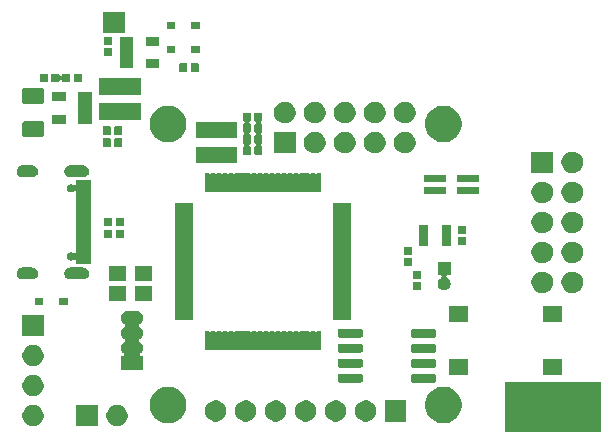
<source format=gbr>
%TF.GenerationSoftware,KiCad,Pcbnew,(5.1.5)-3*%
%TF.CreationDate,2020-04-26T22:01:22+08:00*%
%TF.ProjectId,vllink_highspeed.r1,766c6c69-6e6b-45f6-9869-676873706565,rev?*%
%TF.SameCoordinates,Original*%
%TF.FileFunction,Soldermask,Top*%
%TF.FilePolarity,Negative*%
%FSLAX46Y46*%
G04 Gerber Fmt 4.6, Leading zero omitted, Abs format (unit mm)*
G04 Created by KiCad (PCBNEW (5.1.5)-3) date 2020-04-26 22:01:22*
%MOMM*%
%LPD*%
G04 APERTURE LIST*
%ADD10C,0.100000*%
%ADD11C,0.350000*%
G04 APERTURE END LIST*
D10*
G36*
X149606000Y-135407400D02*
G01*
X141528800Y-135407400D01*
X141528800Y-131267200D01*
X149606000Y-131267200D01*
X149606000Y-135407400D01*
G37*
X149606000Y-135407400D02*
X141528800Y-135407400D01*
X141528800Y-131267200D01*
X149606000Y-131267200D01*
X149606000Y-135407400D01*
D11*
G36*
X101713512Y-133215927D02*
G01*
X101862812Y-133245624D01*
X102026784Y-133313544D01*
X102174354Y-133412147D01*
X102299853Y-133537646D01*
X102398456Y-133685216D01*
X102466376Y-133849188D01*
X102501000Y-134023259D01*
X102501000Y-134200741D01*
X102466376Y-134374812D01*
X102398456Y-134538784D01*
X102299853Y-134686354D01*
X102174354Y-134811853D01*
X102026784Y-134910456D01*
X101862812Y-134978376D01*
X101713512Y-135008073D01*
X101688742Y-135013000D01*
X101511258Y-135013000D01*
X101486488Y-135008073D01*
X101337188Y-134978376D01*
X101173216Y-134910456D01*
X101025646Y-134811853D01*
X100900147Y-134686354D01*
X100801544Y-134538784D01*
X100733624Y-134374812D01*
X100699000Y-134200741D01*
X100699000Y-134023259D01*
X100733624Y-133849188D01*
X100801544Y-133685216D01*
X100900147Y-133537646D01*
X101025646Y-133412147D01*
X101173216Y-133313544D01*
X101337188Y-133245624D01*
X101486488Y-133215927D01*
X101511258Y-133211000D01*
X101688742Y-133211000D01*
X101713512Y-133215927D01*
G37*
G36*
X108825512Y-133215927D02*
G01*
X108974812Y-133245624D01*
X109138784Y-133313544D01*
X109286354Y-133412147D01*
X109411853Y-133537646D01*
X109510456Y-133685216D01*
X109578376Y-133849188D01*
X109613000Y-134023259D01*
X109613000Y-134200741D01*
X109578376Y-134374812D01*
X109510456Y-134538784D01*
X109411853Y-134686354D01*
X109286354Y-134811853D01*
X109138784Y-134910456D01*
X108974812Y-134978376D01*
X108825512Y-135008073D01*
X108800742Y-135013000D01*
X108623258Y-135013000D01*
X108598488Y-135008073D01*
X108449188Y-134978376D01*
X108285216Y-134910456D01*
X108137646Y-134811853D01*
X108012147Y-134686354D01*
X107913544Y-134538784D01*
X107845624Y-134374812D01*
X107811000Y-134200741D01*
X107811000Y-134023259D01*
X107845624Y-133849188D01*
X107913544Y-133685216D01*
X108012147Y-133537646D01*
X108137646Y-133412147D01*
X108285216Y-133313544D01*
X108449188Y-133245624D01*
X108598488Y-133215927D01*
X108623258Y-133211000D01*
X108800742Y-133211000D01*
X108825512Y-133215927D01*
G37*
G36*
X107073000Y-135013000D02*
G01*
X105271000Y-135013000D01*
X105271000Y-133211000D01*
X107073000Y-133211000D01*
X107073000Y-135013000D01*
G37*
G36*
X113332585Y-131701802D02*
G01*
X113482410Y-131731604D01*
X113764674Y-131848521D01*
X114018705Y-132018259D01*
X114234741Y-132234295D01*
X114404479Y-132488326D01*
X114521396Y-132770590D01*
X114581000Y-133070240D01*
X114581000Y-133375760D01*
X114521396Y-133675410D01*
X114404479Y-133957674D01*
X114234741Y-134211705D01*
X114018705Y-134427741D01*
X113764674Y-134597479D01*
X113482410Y-134714396D01*
X113332585Y-134744198D01*
X113182761Y-134774000D01*
X112877239Y-134774000D01*
X112727415Y-134744198D01*
X112577590Y-134714396D01*
X112295326Y-134597479D01*
X112041295Y-134427741D01*
X111825259Y-134211705D01*
X111655521Y-133957674D01*
X111538604Y-133675410D01*
X111479000Y-133375760D01*
X111479000Y-133070240D01*
X111538604Y-132770590D01*
X111655521Y-132488326D01*
X111825259Y-132234295D01*
X112041295Y-132018259D01*
X112295326Y-131848521D01*
X112577590Y-131731604D01*
X112727415Y-131701802D01*
X112877239Y-131672000D01*
X113182761Y-131672000D01*
X113332585Y-131701802D01*
G37*
G36*
X136632585Y-131701802D02*
G01*
X136782410Y-131731604D01*
X137064674Y-131848521D01*
X137318705Y-132018259D01*
X137534741Y-132234295D01*
X137704479Y-132488326D01*
X137821396Y-132770590D01*
X137881000Y-133070240D01*
X137881000Y-133375760D01*
X137821396Y-133675410D01*
X137704479Y-133957674D01*
X137534741Y-134211705D01*
X137318705Y-134427741D01*
X137064674Y-134597479D01*
X136782410Y-134714396D01*
X136632585Y-134744198D01*
X136482761Y-134774000D01*
X136177239Y-134774000D01*
X136027415Y-134744198D01*
X135877590Y-134714396D01*
X135595326Y-134597479D01*
X135341295Y-134427741D01*
X135125259Y-134211705D01*
X134955521Y-133957674D01*
X134838604Y-133675410D01*
X134779000Y-133375760D01*
X134779000Y-133070240D01*
X134838604Y-132770590D01*
X134955521Y-132488326D01*
X135125259Y-132234295D01*
X135341295Y-132018259D01*
X135595326Y-131848521D01*
X135877590Y-131731604D01*
X136027415Y-131701802D01*
X136177239Y-131672000D01*
X136482761Y-131672000D01*
X136632585Y-131701802D01*
G37*
G36*
X122253512Y-132826927D02*
G01*
X122402812Y-132856624D01*
X122566784Y-132924544D01*
X122714354Y-133023147D01*
X122839853Y-133148646D01*
X122938456Y-133296216D01*
X123006376Y-133460188D01*
X123041000Y-133634259D01*
X123041000Y-133811741D01*
X123006376Y-133985812D01*
X122938456Y-134149784D01*
X122839853Y-134297354D01*
X122714354Y-134422853D01*
X122566784Y-134521456D01*
X122402812Y-134589376D01*
X122253512Y-134619073D01*
X122228742Y-134624000D01*
X122051258Y-134624000D01*
X122026488Y-134619073D01*
X121877188Y-134589376D01*
X121713216Y-134521456D01*
X121565646Y-134422853D01*
X121440147Y-134297354D01*
X121341544Y-134149784D01*
X121273624Y-133985812D01*
X121239000Y-133811741D01*
X121239000Y-133634259D01*
X121273624Y-133460188D01*
X121341544Y-133296216D01*
X121440147Y-133148646D01*
X121565646Y-133023147D01*
X121713216Y-132924544D01*
X121877188Y-132856624D01*
X122026488Y-132826927D01*
X122051258Y-132822000D01*
X122228742Y-132822000D01*
X122253512Y-132826927D01*
G37*
G36*
X133201000Y-134624000D02*
G01*
X131399000Y-134624000D01*
X131399000Y-132822000D01*
X133201000Y-132822000D01*
X133201000Y-134624000D01*
G37*
G36*
X129873512Y-132826927D02*
G01*
X130022812Y-132856624D01*
X130186784Y-132924544D01*
X130334354Y-133023147D01*
X130459853Y-133148646D01*
X130558456Y-133296216D01*
X130626376Y-133460188D01*
X130661000Y-133634259D01*
X130661000Y-133811741D01*
X130626376Y-133985812D01*
X130558456Y-134149784D01*
X130459853Y-134297354D01*
X130334354Y-134422853D01*
X130186784Y-134521456D01*
X130022812Y-134589376D01*
X129873512Y-134619073D01*
X129848742Y-134624000D01*
X129671258Y-134624000D01*
X129646488Y-134619073D01*
X129497188Y-134589376D01*
X129333216Y-134521456D01*
X129185646Y-134422853D01*
X129060147Y-134297354D01*
X128961544Y-134149784D01*
X128893624Y-133985812D01*
X128859000Y-133811741D01*
X128859000Y-133634259D01*
X128893624Y-133460188D01*
X128961544Y-133296216D01*
X129060147Y-133148646D01*
X129185646Y-133023147D01*
X129333216Y-132924544D01*
X129497188Y-132856624D01*
X129646488Y-132826927D01*
X129671258Y-132822000D01*
X129848742Y-132822000D01*
X129873512Y-132826927D01*
G37*
G36*
X127333512Y-132826927D02*
G01*
X127482812Y-132856624D01*
X127646784Y-132924544D01*
X127794354Y-133023147D01*
X127919853Y-133148646D01*
X128018456Y-133296216D01*
X128086376Y-133460188D01*
X128121000Y-133634259D01*
X128121000Y-133811741D01*
X128086376Y-133985812D01*
X128018456Y-134149784D01*
X127919853Y-134297354D01*
X127794354Y-134422853D01*
X127646784Y-134521456D01*
X127482812Y-134589376D01*
X127333512Y-134619073D01*
X127308742Y-134624000D01*
X127131258Y-134624000D01*
X127106488Y-134619073D01*
X126957188Y-134589376D01*
X126793216Y-134521456D01*
X126645646Y-134422853D01*
X126520147Y-134297354D01*
X126421544Y-134149784D01*
X126353624Y-133985812D01*
X126319000Y-133811741D01*
X126319000Y-133634259D01*
X126353624Y-133460188D01*
X126421544Y-133296216D01*
X126520147Y-133148646D01*
X126645646Y-133023147D01*
X126793216Y-132924544D01*
X126957188Y-132856624D01*
X127106488Y-132826927D01*
X127131258Y-132822000D01*
X127308742Y-132822000D01*
X127333512Y-132826927D01*
G37*
G36*
X124793512Y-132826927D02*
G01*
X124942812Y-132856624D01*
X125106784Y-132924544D01*
X125254354Y-133023147D01*
X125379853Y-133148646D01*
X125478456Y-133296216D01*
X125546376Y-133460188D01*
X125581000Y-133634259D01*
X125581000Y-133811741D01*
X125546376Y-133985812D01*
X125478456Y-134149784D01*
X125379853Y-134297354D01*
X125254354Y-134422853D01*
X125106784Y-134521456D01*
X124942812Y-134589376D01*
X124793512Y-134619073D01*
X124768742Y-134624000D01*
X124591258Y-134624000D01*
X124566488Y-134619073D01*
X124417188Y-134589376D01*
X124253216Y-134521456D01*
X124105646Y-134422853D01*
X123980147Y-134297354D01*
X123881544Y-134149784D01*
X123813624Y-133985812D01*
X123779000Y-133811741D01*
X123779000Y-133634259D01*
X123813624Y-133460188D01*
X123881544Y-133296216D01*
X123980147Y-133148646D01*
X124105646Y-133023147D01*
X124253216Y-132924544D01*
X124417188Y-132856624D01*
X124566488Y-132826927D01*
X124591258Y-132822000D01*
X124768742Y-132822000D01*
X124793512Y-132826927D01*
G37*
G36*
X119713512Y-132826927D02*
G01*
X119862812Y-132856624D01*
X120026784Y-132924544D01*
X120174354Y-133023147D01*
X120299853Y-133148646D01*
X120398456Y-133296216D01*
X120466376Y-133460188D01*
X120501000Y-133634259D01*
X120501000Y-133811741D01*
X120466376Y-133985812D01*
X120398456Y-134149784D01*
X120299853Y-134297354D01*
X120174354Y-134422853D01*
X120026784Y-134521456D01*
X119862812Y-134589376D01*
X119713512Y-134619073D01*
X119688742Y-134624000D01*
X119511258Y-134624000D01*
X119486488Y-134619073D01*
X119337188Y-134589376D01*
X119173216Y-134521456D01*
X119025646Y-134422853D01*
X118900147Y-134297354D01*
X118801544Y-134149784D01*
X118733624Y-133985812D01*
X118699000Y-133811741D01*
X118699000Y-133634259D01*
X118733624Y-133460188D01*
X118801544Y-133296216D01*
X118900147Y-133148646D01*
X119025646Y-133023147D01*
X119173216Y-132924544D01*
X119337188Y-132856624D01*
X119486488Y-132826927D01*
X119511258Y-132822000D01*
X119688742Y-132822000D01*
X119713512Y-132826927D01*
G37*
G36*
X117173512Y-132826927D02*
G01*
X117322812Y-132856624D01*
X117486784Y-132924544D01*
X117634354Y-133023147D01*
X117759853Y-133148646D01*
X117858456Y-133296216D01*
X117926376Y-133460188D01*
X117961000Y-133634259D01*
X117961000Y-133811741D01*
X117926376Y-133985812D01*
X117858456Y-134149784D01*
X117759853Y-134297354D01*
X117634354Y-134422853D01*
X117486784Y-134521456D01*
X117322812Y-134589376D01*
X117173512Y-134619073D01*
X117148742Y-134624000D01*
X116971258Y-134624000D01*
X116946488Y-134619073D01*
X116797188Y-134589376D01*
X116633216Y-134521456D01*
X116485646Y-134422853D01*
X116360147Y-134297354D01*
X116261544Y-134149784D01*
X116193624Y-133985812D01*
X116159000Y-133811741D01*
X116159000Y-133634259D01*
X116193624Y-133460188D01*
X116261544Y-133296216D01*
X116360147Y-133148646D01*
X116485646Y-133023147D01*
X116633216Y-132924544D01*
X116797188Y-132856624D01*
X116946488Y-132826927D01*
X116971258Y-132822000D01*
X117148742Y-132822000D01*
X117173512Y-132826927D01*
G37*
G36*
X101713512Y-130675927D02*
G01*
X101862812Y-130705624D01*
X102026784Y-130773544D01*
X102174354Y-130872147D01*
X102299853Y-130997646D01*
X102398456Y-131145216D01*
X102466376Y-131309188D01*
X102501000Y-131483259D01*
X102501000Y-131660741D01*
X102466376Y-131834812D01*
X102398456Y-131998784D01*
X102299853Y-132146354D01*
X102174354Y-132271853D01*
X102026784Y-132370456D01*
X101862812Y-132438376D01*
X101713512Y-132468073D01*
X101688742Y-132473000D01*
X101511258Y-132473000D01*
X101486488Y-132468073D01*
X101337188Y-132438376D01*
X101173216Y-132370456D01*
X101025646Y-132271853D01*
X100900147Y-132146354D01*
X100801544Y-131998784D01*
X100733624Y-131834812D01*
X100699000Y-131660741D01*
X100699000Y-131483259D01*
X100733624Y-131309188D01*
X100801544Y-131145216D01*
X100900147Y-130997646D01*
X101025646Y-130872147D01*
X101173216Y-130773544D01*
X101337188Y-130705624D01*
X101486488Y-130675927D01*
X101511258Y-130671000D01*
X101688742Y-130671000D01*
X101713512Y-130675927D01*
G37*
G36*
X135606528Y-130614164D02*
G01*
X135627609Y-130620560D01*
X135647045Y-130630948D01*
X135664076Y-130644924D01*
X135678052Y-130661955D01*
X135688440Y-130681391D01*
X135694836Y-130702472D01*
X135697600Y-130730540D01*
X135697600Y-131194260D01*
X135694836Y-131222328D01*
X135688440Y-131243409D01*
X135678052Y-131262845D01*
X135664076Y-131279876D01*
X135647045Y-131293852D01*
X135627609Y-131304240D01*
X135606528Y-131310636D01*
X135578460Y-131313400D01*
X133714740Y-131313400D01*
X133686672Y-131310636D01*
X133665591Y-131304240D01*
X133646155Y-131293852D01*
X133629124Y-131279876D01*
X133615148Y-131262845D01*
X133604760Y-131243409D01*
X133598364Y-131222328D01*
X133595600Y-131194260D01*
X133595600Y-130730540D01*
X133598364Y-130702472D01*
X133604760Y-130681391D01*
X133615148Y-130661955D01*
X133629124Y-130644924D01*
X133646155Y-130630948D01*
X133665591Y-130620560D01*
X133686672Y-130614164D01*
X133714740Y-130611400D01*
X135578460Y-130611400D01*
X135606528Y-130614164D01*
G37*
G36*
X129406528Y-130614164D02*
G01*
X129427609Y-130620560D01*
X129447045Y-130630948D01*
X129464076Y-130644924D01*
X129478052Y-130661955D01*
X129488440Y-130681391D01*
X129494836Y-130702472D01*
X129497600Y-130730540D01*
X129497600Y-131194260D01*
X129494836Y-131222328D01*
X129488440Y-131243409D01*
X129478052Y-131262845D01*
X129464076Y-131279876D01*
X129447045Y-131293852D01*
X129427609Y-131304240D01*
X129406528Y-131310636D01*
X129378460Y-131313400D01*
X127514740Y-131313400D01*
X127486672Y-131310636D01*
X127465591Y-131304240D01*
X127446155Y-131293852D01*
X127429124Y-131279876D01*
X127415148Y-131262845D01*
X127404760Y-131243409D01*
X127398364Y-131222328D01*
X127395600Y-131194260D01*
X127395600Y-130730540D01*
X127398364Y-130702472D01*
X127404760Y-130681391D01*
X127415148Y-130661955D01*
X127429124Y-130644924D01*
X127446155Y-130630948D01*
X127465591Y-130620560D01*
X127486672Y-130614164D01*
X127514740Y-130611400D01*
X129378460Y-130611400D01*
X129406528Y-130614164D01*
G37*
G36*
X146411000Y-130701000D02*
G01*
X144759000Y-130701000D01*
X144759000Y-129299000D01*
X146411000Y-129299000D01*
X146411000Y-130701000D01*
G37*
G36*
X138451000Y-130701000D02*
G01*
X136799000Y-130701000D01*
X136799000Y-129299000D01*
X138451000Y-129299000D01*
X138451000Y-130701000D01*
G37*
G36*
X110404482Y-125248426D02*
G01*
X110461876Y-125254079D01*
X110535517Y-125276418D01*
X110572338Y-125287587D01*
X110674140Y-125342002D01*
X110763370Y-125415230D01*
X110836598Y-125504460D01*
X110891013Y-125606262D01*
X110891013Y-125606263D01*
X110924521Y-125716724D01*
X110935835Y-125831600D01*
X110924521Y-125946476D01*
X110906371Y-126006309D01*
X110891013Y-126056938D01*
X110836598Y-126158740D01*
X110763370Y-126247970D01*
X110674140Y-126321198D01*
X110608355Y-126356361D01*
X110587981Y-126369975D01*
X110570654Y-126387302D01*
X110557040Y-126407676D01*
X110547663Y-126430315D01*
X110542883Y-126454349D01*
X110542883Y-126478853D01*
X110547664Y-126502886D01*
X110557041Y-126525525D01*
X110570655Y-126545899D01*
X110587982Y-126563226D01*
X110608355Y-126576839D01*
X110674140Y-126612002D01*
X110763370Y-126685230D01*
X110836598Y-126774460D01*
X110891013Y-126876262D01*
X110891013Y-126876263D01*
X110924521Y-126986724D01*
X110935835Y-127101600D01*
X110924521Y-127216476D01*
X110902182Y-127290117D01*
X110891013Y-127326938D01*
X110836598Y-127428740D01*
X110763370Y-127517970D01*
X110674140Y-127591198D01*
X110608355Y-127626361D01*
X110587981Y-127639975D01*
X110570654Y-127657302D01*
X110557040Y-127677676D01*
X110547663Y-127700315D01*
X110542883Y-127724349D01*
X110542883Y-127748853D01*
X110547664Y-127772886D01*
X110557041Y-127795525D01*
X110570655Y-127815899D01*
X110587982Y-127833226D01*
X110608355Y-127846839D01*
X110674140Y-127882002D01*
X110763370Y-127955230D01*
X110836598Y-128044460D01*
X110891013Y-128146262D01*
X110901168Y-128179739D01*
X110924521Y-128256724D01*
X110935835Y-128371600D01*
X110924521Y-128486476D01*
X110904280Y-128553200D01*
X110891013Y-128596938D01*
X110836598Y-128698740D01*
X110763370Y-128787970D01*
X110707311Y-128833975D01*
X110689984Y-128851302D01*
X110676370Y-128871676D01*
X110666993Y-128894315D01*
X110662212Y-128918348D01*
X110662212Y-128942852D01*
X110666992Y-128966885D01*
X110676369Y-128989524D01*
X110689983Y-129009899D01*
X110707310Y-129027226D01*
X110727684Y-129040840D01*
X110750323Y-129050217D01*
X110774356Y-129054998D01*
X110786609Y-129055600D01*
X110933000Y-129055600D01*
X110933000Y-130227600D01*
X109031000Y-130227600D01*
X109031000Y-129055600D01*
X109177391Y-129055600D01*
X109201777Y-129053198D01*
X109225226Y-129046085D01*
X109246837Y-129034534D01*
X109265779Y-129018989D01*
X109281324Y-129000047D01*
X109292875Y-128978436D01*
X109299988Y-128954987D01*
X109302390Y-128930601D01*
X109299988Y-128906215D01*
X109292875Y-128882766D01*
X109281324Y-128861155D01*
X109265779Y-128842213D01*
X109256689Y-128833975D01*
X109200630Y-128787970D01*
X109127402Y-128698740D01*
X109072987Y-128596938D01*
X109059720Y-128553200D01*
X109039479Y-128486476D01*
X109028165Y-128371600D01*
X109039479Y-128256724D01*
X109062832Y-128179739D01*
X109072987Y-128146262D01*
X109127402Y-128044460D01*
X109200630Y-127955230D01*
X109289860Y-127882002D01*
X109355645Y-127846839D01*
X109376019Y-127833225D01*
X109393346Y-127815898D01*
X109406960Y-127795524D01*
X109416337Y-127772885D01*
X109421117Y-127748851D01*
X109421117Y-127724347D01*
X109416336Y-127700314D01*
X109406959Y-127677675D01*
X109393345Y-127657301D01*
X109376018Y-127639974D01*
X109355645Y-127626361D01*
X109289860Y-127591198D01*
X109200630Y-127517970D01*
X109127402Y-127428740D01*
X109072987Y-127326938D01*
X109061818Y-127290117D01*
X109039479Y-127216476D01*
X109028165Y-127101600D01*
X109039479Y-126986724D01*
X109072987Y-126876263D01*
X109072987Y-126876262D01*
X109127402Y-126774460D01*
X109200630Y-126685230D01*
X109289860Y-126612002D01*
X109355645Y-126576839D01*
X109376019Y-126563225D01*
X109393346Y-126545898D01*
X109406960Y-126525524D01*
X109416337Y-126502885D01*
X109421117Y-126478851D01*
X109421117Y-126454347D01*
X109416336Y-126430314D01*
X109406959Y-126407675D01*
X109393345Y-126387301D01*
X109376018Y-126369974D01*
X109355645Y-126356361D01*
X109289860Y-126321198D01*
X109200630Y-126247970D01*
X109127402Y-126158740D01*
X109072987Y-126056938D01*
X109057629Y-126006309D01*
X109039479Y-125946476D01*
X109028165Y-125831600D01*
X109039479Y-125716724D01*
X109072987Y-125606263D01*
X109072987Y-125606262D01*
X109127402Y-125504460D01*
X109200630Y-125415230D01*
X109289860Y-125342002D01*
X109391662Y-125287587D01*
X109428483Y-125276418D01*
X109502124Y-125254079D01*
X109559518Y-125248426D01*
X109588214Y-125245600D01*
X110375786Y-125245600D01*
X110404482Y-125248426D01*
G37*
G36*
X129406528Y-129344164D02*
G01*
X129427609Y-129350560D01*
X129447045Y-129360948D01*
X129464076Y-129374924D01*
X129478052Y-129391955D01*
X129488440Y-129411391D01*
X129494836Y-129432472D01*
X129497600Y-129460540D01*
X129497600Y-129924260D01*
X129494836Y-129952328D01*
X129488440Y-129973409D01*
X129478052Y-129992845D01*
X129464076Y-130009876D01*
X129447045Y-130023852D01*
X129427609Y-130034240D01*
X129406528Y-130040636D01*
X129378460Y-130043400D01*
X127514740Y-130043400D01*
X127486672Y-130040636D01*
X127465591Y-130034240D01*
X127446155Y-130023852D01*
X127429124Y-130009876D01*
X127415148Y-129992845D01*
X127404760Y-129973409D01*
X127398364Y-129952328D01*
X127395600Y-129924260D01*
X127395600Y-129460540D01*
X127398364Y-129432472D01*
X127404760Y-129411391D01*
X127415148Y-129391955D01*
X127429124Y-129374924D01*
X127446155Y-129360948D01*
X127465591Y-129350560D01*
X127486672Y-129344164D01*
X127514740Y-129341400D01*
X129378460Y-129341400D01*
X129406528Y-129344164D01*
G37*
G36*
X135606528Y-129344164D02*
G01*
X135627609Y-129350560D01*
X135647045Y-129360948D01*
X135664076Y-129374924D01*
X135678052Y-129391955D01*
X135688440Y-129411391D01*
X135694836Y-129432472D01*
X135697600Y-129460540D01*
X135697600Y-129924260D01*
X135694836Y-129952328D01*
X135688440Y-129973409D01*
X135678052Y-129992845D01*
X135664076Y-130009876D01*
X135647045Y-130023852D01*
X135627609Y-130034240D01*
X135606528Y-130040636D01*
X135578460Y-130043400D01*
X133714740Y-130043400D01*
X133686672Y-130040636D01*
X133665591Y-130034240D01*
X133646155Y-130023852D01*
X133629124Y-130009876D01*
X133615148Y-129992845D01*
X133604760Y-129973409D01*
X133598364Y-129952328D01*
X133595600Y-129924260D01*
X133595600Y-129460540D01*
X133598364Y-129432472D01*
X133604760Y-129411391D01*
X133615148Y-129391955D01*
X133629124Y-129374924D01*
X133646155Y-129360948D01*
X133665591Y-129350560D01*
X133686672Y-129344164D01*
X133714740Y-129341400D01*
X135578460Y-129341400D01*
X135606528Y-129344164D01*
G37*
G36*
X101713512Y-128135927D02*
G01*
X101862812Y-128165624D01*
X102026784Y-128233544D01*
X102174354Y-128332147D01*
X102299853Y-128457646D01*
X102398456Y-128605216D01*
X102466376Y-128769188D01*
X102501000Y-128943259D01*
X102501000Y-129120741D01*
X102466376Y-129294812D01*
X102398456Y-129458784D01*
X102299853Y-129606354D01*
X102174354Y-129731853D01*
X102026784Y-129830456D01*
X101862812Y-129898376D01*
X101713512Y-129928073D01*
X101688742Y-129933000D01*
X101511258Y-129933000D01*
X101486488Y-129928073D01*
X101337188Y-129898376D01*
X101173216Y-129830456D01*
X101025646Y-129731853D01*
X100900147Y-129606354D01*
X100801544Y-129458784D01*
X100733624Y-129294812D01*
X100699000Y-129120741D01*
X100699000Y-128943259D01*
X100733624Y-128769188D01*
X100801544Y-128605216D01*
X100900147Y-128457646D01*
X101025646Y-128332147D01*
X101173216Y-128233544D01*
X101337188Y-128165624D01*
X101486488Y-128135927D01*
X101511258Y-128131000D01*
X101688742Y-128131000D01*
X101713512Y-128135927D01*
G37*
G36*
X135606528Y-128074164D02*
G01*
X135627609Y-128080560D01*
X135647045Y-128090948D01*
X135664076Y-128104924D01*
X135678052Y-128121955D01*
X135688440Y-128141391D01*
X135694836Y-128162472D01*
X135697600Y-128190540D01*
X135697600Y-128654260D01*
X135694836Y-128682328D01*
X135688440Y-128703409D01*
X135678052Y-128722845D01*
X135664076Y-128739876D01*
X135647045Y-128753852D01*
X135627609Y-128764240D01*
X135606528Y-128770636D01*
X135578460Y-128773400D01*
X133714740Y-128773400D01*
X133686672Y-128770636D01*
X133665591Y-128764240D01*
X133646155Y-128753852D01*
X133629124Y-128739876D01*
X133615148Y-128722845D01*
X133604760Y-128703409D01*
X133598364Y-128682328D01*
X133595600Y-128654260D01*
X133595600Y-128190540D01*
X133598364Y-128162472D01*
X133604760Y-128141391D01*
X133615148Y-128121955D01*
X133629124Y-128104924D01*
X133646155Y-128090948D01*
X133665591Y-128080560D01*
X133686672Y-128074164D01*
X133714740Y-128071400D01*
X135578460Y-128071400D01*
X135606528Y-128074164D01*
G37*
G36*
X129406528Y-128074164D02*
G01*
X129427609Y-128080560D01*
X129447045Y-128090948D01*
X129464076Y-128104924D01*
X129478052Y-128121955D01*
X129488440Y-128141391D01*
X129494836Y-128162472D01*
X129497600Y-128190540D01*
X129497600Y-128654260D01*
X129494836Y-128682328D01*
X129488440Y-128703409D01*
X129478052Y-128722845D01*
X129464076Y-128739876D01*
X129447045Y-128753852D01*
X129427609Y-128764240D01*
X129406528Y-128770636D01*
X129378460Y-128773400D01*
X127514740Y-128773400D01*
X127486672Y-128770636D01*
X127465591Y-128764240D01*
X127446155Y-128753852D01*
X127429124Y-128739876D01*
X127415148Y-128722845D01*
X127404760Y-128703409D01*
X127398364Y-128682328D01*
X127395600Y-128654260D01*
X127395600Y-128190540D01*
X127398364Y-128162472D01*
X127404760Y-128141391D01*
X127415148Y-128121955D01*
X127429124Y-128104924D01*
X127446155Y-128090948D01*
X127465591Y-128080560D01*
X127486672Y-128074164D01*
X127514740Y-128071400D01*
X129378460Y-128071400D01*
X129406528Y-128074164D01*
G37*
G36*
X116487355Y-126982083D02*
G01*
X116492029Y-126983501D01*
X116496330Y-126985800D01*
X116502702Y-126991029D01*
X116523076Y-127004643D01*
X116545715Y-127014020D01*
X116569749Y-127018800D01*
X116594253Y-127018800D01*
X116618286Y-127014019D01*
X116640925Y-127004642D01*
X116661298Y-126991029D01*
X116667670Y-126985800D01*
X116671971Y-126983501D01*
X116676645Y-126982083D01*
X116687641Y-126981000D01*
X116976359Y-126981000D01*
X116987355Y-126982083D01*
X116992029Y-126983501D01*
X116996330Y-126985800D01*
X117002702Y-126991029D01*
X117023076Y-127004643D01*
X117045715Y-127014020D01*
X117069749Y-127018800D01*
X117094253Y-127018800D01*
X117118286Y-127014019D01*
X117140925Y-127004642D01*
X117161298Y-126991029D01*
X117167670Y-126985800D01*
X117171971Y-126983501D01*
X117176645Y-126982083D01*
X117187641Y-126981000D01*
X117476359Y-126981000D01*
X117487355Y-126982083D01*
X117492029Y-126983501D01*
X117496330Y-126985800D01*
X117502702Y-126991029D01*
X117523076Y-127004643D01*
X117545715Y-127014020D01*
X117569749Y-127018800D01*
X117594253Y-127018800D01*
X117618286Y-127014019D01*
X117640925Y-127004642D01*
X117661298Y-126991029D01*
X117667670Y-126985800D01*
X117671971Y-126983501D01*
X117676645Y-126982083D01*
X117687641Y-126981000D01*
X117976359Y-126981000D01*
X117987355Y-126982083D01*
X117992029Y-126983501D01*
X117996330Y-126985800D01*
X118002702Y-126991029D01*
X118023076Y-127004643D01*
X118045715Y-127014020D01*
X118069749Y-127018800D01*
X118094253Y-127018800D01*
X118118286Y-127014019D01*
X118140925Y-127004642D01*
X118161298Y-126991029D01*
X118167670Y-126985800D01*
X118171971Y-126983501D01*
X118176645Y-126982083D01*
X118187641Y-126981000D01*
X118476359Y-126981000D01*
X118487355Y-126982083D01*
X118492029Y-126983501D01*
X118496330Y-126985800D01*
X118502702Y-126991029D01*
X118523076Y-127004643D01*
X118545715Y-127014020D01*
X118569749Y-127018800D01*
X118594253Y-127018800D01*
X118618286Y-127014019D01*
X118640925Y-127004642D01*
X118661298Y-126991029D01*
X118667670Y-126985800D01*
X118671971Y-126983501D01*
X118676645Y-126982083D01*
X118687641Y-126981000D01*
X118976359Y-126981000D01*
X118987355Y-126982083D01*
X118992029Y-126983501D01*
X118996330Y-126985800D01*
X119002702Y-126991029D01*
X119023076Y-127004643D01*
X119045715Y-127014020D01*
X119069749Y-127018800D01*
X119094253Y-127018800D01*
X119118286Y-127014019D01*
X119140925Y-127004642D01*
X119161298Y-126991029D01*
X119167670Y-126985800D01*
X119171971Y-126983501D01*
X119176645Y-126982083D01*
X119187641Y-126981000D01*
X119476359Y-126981000D01*
X119487355Y-126982083D01*
X119492029Y-126983501D01*
X119496330Y-126985800D01*
X119502702Y-126991029D01*
X119523076Y-127004643D01*
X119545715Y-127014020D01*
X119569749Y-127018800D01*
X119594253Y-127018800D01*
X119618286Y-127014019D01*
X119640925Y-127004642D01*
X119661298Y-126991029D01*
X119667670Y-126985800D01*
X119671971Y-126983501D01*
X119676645Y-126982083D01*
X119687641Y-126981000D01*
X119976359Y-126981000D01*
X119987355Y-126982083D01*
X119992029Y-126983501D01*
X119996330Y-126985800D01*
X120002702Y-126991029D01*
X120023076Y-127004643D01*
X120045715Y-127014020D01*
X120069749Y-127018800D01*
X120094253Y-127018800D01*
X120118286Y-127014019D01*
X120140925Y-127004642D01*
X120161298Y-126991029D01*
X120167670Y-126985800D01*
X120171971Y-126983501D01*
X120176645Y-126982083D01*
X120187641Y-126981000D01*
X120476359Y-126981000D01*
X120487355Y-126982083D01*
X120492029Y-126983501D01*
X120496330Y-126985800D01*
X120502702Y-126991029D01*
X120523076Y-127004643D01*
X120545715Y-127014020D01*
X120569749Y-127018800D01*
X120594253Y-127018800D01*
X120618286Y-127014019D01*
X120640925Y-127004642D01*
X120661298Y-126991029D01*
X120667670Y-126985800D01*
X120671971Y-126983501D01*
X120676645Y-126982083D01*
X120687641Y-126981000D01*
X120976359Y-126981000D01*
X120987355Y-126982083D01*
X120992029Y-126983501D01*
X120996330Y-126985800D01*
X121002702Y-126991029D01*
X121023076Y-127004643D01*
X121045715Y-127014020D01*
X121069749Y-127018800D01*
X121094253Y-127018800D01*
X121118286Y-127014019D01*
X121140925Y-127004642D01*
X121161298Y-126991029D01*
X121167670Y-126985800D01*
X121171971Y-126983501D01*
X121176645Y-126982083D01*
X121187641Y-126981000D01*
X121476359Y-126981000D01*
X121487355Y-126982083D01*
X121492029Y-126983501D01*
X121496330Y-126985800D01*
X121502702Y-126991029D01*
X121523076Y-127004643D01*
X121545715Y-127014020D01*
X121569749Y-127018800D01*
X121594253Y-127018800D01*
X121618286Y-127014019D01*
X121640925Y-127004642D01*
X121661298Y-126991029D01*
X121667670Y-126985800D01*
X121671971Y-126983501D01*
X121676645Y-126982083D01*
X121687641Y-126981000D01*
X121976359Y-126981000D01*
X121987355Y-126982083D01*
X121992029Y-126983501D01*
X121996330Y-126985800D01*
X122002702Y-126991029D01*
X122023076Y-127004643D01*
X122045715Y-127014020D01*
X122069749Y-127018800D01*
X122094253Y-127018800D01*
X122118286Y-127014019D01*
X122140925Y-127004642D01*
X122161298Y-126991029D01*
X122167670Y-126985800D01*
X122171971Y-126983501D01*
X122176645Y-126982083D01*
X122187641Y-126981000D01*
X122476359Y-126981000D01*
X122487355Y-126982083D01*
X122492029Y-126983501D01*
X122496330Y-126985800D01*
X122502702Y-126991029D01*
X122523076Y-127004643D01*
X122545715Y-127014020D01*
X122569749Y-127018800D01*
X122594253Y-127018800D01*
X122618286Y-127014019D01*
X122640925Y-127004642D01*
X122661298Y-126991029D01*
X122667670Y-126985800D01*
X122671971Y-126983501D01*
X122676645Y-126982083D01*
X122687641Y-126981000D01*
X122976359Y-126981000D01*
X122987355Y-126982083D01*
X122992029Y-126983501D01*
X122996330Y-126985800D01*
X123002702Y-126991029D01*
X123023076Y-127004643D01*
X123045715Y-127014020D01*
X123069749Y-127018800D01*
X123094253Y-127018800D01*
X123118286Y-127014019D01*
X123140925Y-127004642D01*
X123161298Y-126991029D01*
X123167670Y-126985800D01*
X123171971Y-126983501D01*
X123176645Y-126982083D01*
X123187641Y-126981000D01*
X123476359Y-126981000D01*
X123487355Y-126982083D01*
X123492029Y-126983501D01*
X123496330Y-126985800D01*
X123502702Y-126991029D01*
X123523076Y-127004643D01*
X123545715Y-127014020D01*
X123569749Y-127018800D01*
X123594253Y-127018800D01*
X123618286Y-127014019D01*
X123640925Y-127004642D01*
X123661298Y-126991029D01*
X123667670Y-126985800D01*
X123671971Y-126983501D01*
X123676645Y-126982083D01*
X123687641Y-126981000D01*
X123976359Y-126981000D01*
X123987355Y-126982083D01*
X123992029Y-126983501D01*
X123996330Y-126985800D01*
X124002702Y-126991029D01*
X124023076Y-127004643D01*
X124045715Y-127014020D01*
X124069749Y-127018800D01*
X124094253Y-127018800D01*
X124118286Y-127014019D01*
X124140925Y-127004642D01*
X124161298Y-126991029D01*
X124167670Y-126985800D01*
X124171971Y-126983501D01*
X124176645Y-126982083D01*
X124187641Y-126981000D01*
X124476359Y-126981000D01*
X124487355Y-126982083D01*
X124492029Y-126983501D01*
X124496330Y-126985800D01*
X124502702Y-126991029D01*
X124523076Y-127004643D01*
X124545715Y-127014020D01*
X124569749Y-127018800D01*
X124594253Y-127018800D01*
X124618286Y-127014019D01*
X124640925Y-127004642D01*
X124661298Y-126991029D01*
X124667670Y-126985800D01*
X124671971Y-126983501D01*
X124676645Y-126982083D01*
X124687641Y-126981000D01*
X124976359Y-126981000D01*
X124987355Y-126982083D01*
X124992029Y-126983501D01*
X124996330Y-126985800D01*
X125002702Y-126991029D01*
X125023076Y-127004643D01*
X125045715Y-127014020D01*
X125069749Y-127018800D01*
X125094253Y-127018800D01*
X125118286Y-127014019D01*
X125140925Y-127004642D01*
X125161298Y-126991029D01*
X125167670Y-126985800D01*
X125171971Y-126983501D01*
X125176645Y-126982083D01*
X125187641Y-126981000D01*
X125476359Y-126981000D01*
X125487355Y-126982083D01*
X125492029Y-126983501D01*
X125496330Y-126985800D01*
X125502702Y-126991029D01*
X125523076Y-127004643D01*
X125545715Y-127014020D01*
X125569749Y-127018800D01*
X125594253Y-127018800D01*
X125618286Y-127014019D01*
X125640925Y-127004642D01*
X125661298Y-126991029D01*
X125667670Y-126985800D01*
X125671971Y-126983501D01*
X125676645Y-126982083D01*
X125687641Y-126981000D01*
X125976359Y-126981000D01*
X125987355Y-126982083D01*
X125992029Y-126983501D01*
X125996331Y-126985800D01*
X126000104Y-126988896D01*
X126003200Y-126992669D01*
X126005499Y-126996971D01*
X126006917Y-127001645D01*
X126008000Y-127012641D01*
X126008000Y-128526359D01*
X126006917Y-128537355D01*
X126005499Y-128542029D01*
X126003200Y-128546331D01*
X126000104Y-128550104D01*
X125996331Y-128553200D01*
X125992029Y-128555499D01*
X125987355Y-128556917D01*
X125976359Y-128558000D01*
X125687641Y-128558000D01*
X125676645Y-128556917D01*
X125671971Y-128555499D01*
X125667670Y-128553200D01*
X125661298Y-128547971D01*
X125640924Y-128534357D01*
X125618285Y-128524980D01*
X125594251Y-128520200D01*
X125569747Y-128520200D01*
X125545714Y-128524981D01*
X125523075Y-128534358D01*
X125502702Y-128547971D01*
X125496330Y-128553200D01*
X125492029Y-128555499D01*
X125487355Y-128556917D01*
X125476359Y-128558000D01*
X125187641Y-128558000D01*
X125176645Y-128556917D01*
X125171971Y-128555499D01*
X125167670Y-128553200D01*
X125161298Y-128547971D01*
X125140924Y-128534357D01*
X125118285Y-128524980D01*
X125094251Y-128520200D01*
X125069747Y-128520200D01*
X125045714Y-128524981D01*
X125023075Y-128534358D01*
X125002702Y-128547971D01*
X124996330Y-128553200D01*
X124992029Y-128555499D01*
X124987355Y-128556917D01*
X124976359Y-128558000D01*
X124687641Y-128558000D01*
X124676645Y-128556917D01*
X124671971Y-128555499D01*
X124667670Y-128553200D01*
X124661298Y-128547971D01*
X124640924Y-128534357D01*
X124618285Y-128524980D01*
X124594251Y-128520200D01*
X124569747Y-128520200D01*
X124545714Y-128524981D01*
X124523075Y-128534358D01*
X124502702Y-128547971D01*
X124496330Y-128553200D01*
X124492029Y-128555499D01*
X124487355Y-128556917D01*
X124476359Y-128558000D01*
X124187641Y-128558000D01*
X124176645Y-128556917D01*
X124171971Y-128555499D01*
X124167670Y-128553200D01*
X124161298Y-128547971D01*
X124140924Y-128534357D01*
X124118285Y-128524980D01*
X124094251Y-128520200D01*
X124069747Y-128520200D01*
X124045714Y-128524981D01*
X124023075Y-128534358D01*
X124002702Y-128547971D01*
X123996330Y-128553200D01*
X123992029Y-128555499D01*
X123987355Y-128556917D01*
X123976359Y-128558000D01*
X123687641Y-128558000D01*
X123676645Y-128556917D01*
X123671971Y-128555499D01*
X123667670Y-128553200D01*
X123661298Y-128547971D01*
X123640924Y-128534357D01*
X123618285Y-128524980D01*
X123594251Y-128520200D01*
X123569747Y-128520200D01*
X123545714Y-128524981D01*
X123523075Y-128534358D01*
X123502702Y-128547971D01*
X123496330Y-128553200D01*
X123492029Y-128555499D01*
X123487355Y-128556917D01*
X123476359Y-128558000D01*
X123187641Y-128558000D01*
X123176645Y-128556917D01*
X123171971Y-128555499D01*
X123167670Y-128553200D01*
X123161298Y-128547971D01*
X123140924Y-128534357D01*
X123118285Y-128524980D01*
X123094251Y-128520200D01*
X123069747Y-128520200D01*
X123045714Y-128524981D01*
X123023075Y-128534358D01*
X123002702Y-128547971D01*
X122996330Y-128553200D01*
X122992029Y-128555499D01*
X122987355Y-128556917D01*
X122976359Y-128558000D01*
X122687641Y-128558000D01*
X122676645Y-128556917D01*
X122671971Y-128555499D01*
X122667670Y-128553200D01*
X122661298Y-128547971D01*
X122640924Y-128534357D01*
X122618285Y-128524980D01*
X122594251Y-128520200D01*
X122569747Y-128520200D01*
X122545714Y-128524981D01*
X122523075Y-128534358D01*
X122502702Y-128547971D01*
X122496330Y-128553200D01*
X122492029Y-128555499D01*
X122487355Y-128556917D01*
X122476359Y-128558000D01*
X122187641Y-128558000D01*
X122176645Y-128556917D01*
X122171971Y-128555499D01*
X122167670Y-128553200D01*
X122161298Y-128547971D01*
X122140924Y-128534357D01*
X122118285Y-128524980D01*
X122094251Y-128520200D01*
X122069747Y-128520200D01*
X122045714Y-128524981D01*
X122023075Y-128534358D01*
X122002702Y-128547971D01*
X121996330Y-128553200D01*
X121992029Y-128555499D01*
X121987355Y-128556917D01*
X121976359Y-128558000D01*
X121687641Y-128558000D01*
X121676645Y-128556917D01*
X121671971Y-128555499D01*
X121667670Y-128553200D01*
X121661298Y-128547971D01*
X121640924Y-128534357D01*
X121618285Y-128524980D01*
X121594251Y-128520200D01*
X121569747Y-128520200D01*
X121545714Y-128524981D01*
X121523075Y-128534358D01*
X121502702Y-128547971D01*
X121496330Y-128553200D01*
X121492029Y-128555499D01*
X121487355Y-128556917D01*
X121476359Y-128558000D01*
X121187641Y-128558000D01*
X121176645Y-128556917D01*
X121171971Y-128555499D01*
X121167670Y-128553200D01*
X121161298Y-128547971D01*
X121140924Y-128534357D01*
X121118285Y-128524980D01*
X121094251Y-128520200D01*
X121069747Y-128520200D01*
X121045714Y-128524981D01*
X121023075Y-128534358D01*
X121002702Y-128547971D01*
X120996330Y-128553200D01*
X120992029Y-128555499D01*
X120987355Y-128556917D01*
X120976359Y-128558000D01*
X120687641Y-128558000D01*
X120676645Y-128556917D01*
X120671971Y-128555499D01*
X120667670Y-128553200D01*
X120661298Y-128547971D01*
X120640924Y-128534357D01*
X120618285Y-128524980D01*
X120594251Y-128520200D01*
X120569747Y-128520200D01*
X120545714Y-128524981D01*
X120523075Y-128534358D01*
X120502702Y-128547971D01*
X120496330Y-128553200D01*
X120492029Y-128555499D01*
X120487355Y-128556917D01*
X120476359Y-128558000D01*
X120187641Y-128558000D01*
X120176645Y-128556917D01*
X120171971Y-128555499D01*
X120167670Y-128553200D01*
X120161298Y-128547971D01*
X120140924Y-128534357D01*
X120118285Y-128524980D01*
X120094251Y-128520200D01*
X120069747Y-128520200D01*
X120045714Y-128524981D01*
X120023075Y-128534358D01*
X120002702Y-128547971D01*
X119996330Y-128553200D01*
X119992029Y-128555499D01*
X119987355Y-128556917D01*
X119976359Y-128558000D01*
X119687641Y-128558000D01*
X119676645Y-128556917D01*
X119671971Y-128555499D01*
X119667670Y-128553200D01*
X119661298Y-128547971D01*
X119640924Y-128534357D01*
X119618285Y-128524980D01*
X119594251Y-128520200D01*
X119569747Y-128520200D01*
X119545714Y-128524981D01*
X119523075Y-128534358D01*
X119502702Y-128547971D01*
X119496330Y-128553200D01*
X119492029Y-128555499D01*
X119487355Y-128556917D01*
X119476359Y-128558000D01*
X119187641Y-128558000D01*
X119176645Y-128556917D01*
X119171971Y-128555499D01*
X119167670Y-128553200D01*
X119161298Y-128547971D01*
X119140924Y-128534357D01*
X119118285Y-128524980D01*
X119094251Y-128520200D01*
X119069747Y-128520200D01*
X119045714Y-128524981D01*
X119023075Y-128534358D01*
X119002702Y-128547971D01*
X118996330Y-128553200D01*
X118992029Y-128555499D01*
X118987355Y-128556917D01*
X118976359Y-128558000D01*
X118687641Y-128558000D01*
X118676645Y-128556917D01*
X118671971Y-128555499D01*
X118667670Y-128553200D01*
X118661298Y-128547971D01*
X118640924Y-128534357D01*
X118618285Y-128524980D01*
X118594251Y-128520200D01*
X118569747Y-128520200D01*
X118545714Y-128524981D01*
X118523075Y-128534358D01*
X118502702Y-128547971D01*
X118496330Y-128553200D01*
X118492029Y-128555499D01*
X118487355Y-128556917D01*
X118476359Y-128558000D01*
X118187641Y-128558000D01*
X118176645Y-128556917D01*
X118171971Y-128555499D01*
X118167670Y-128553200D01*
X118161298Y-128547971D01*
X118140924Y-128534357D01*
X118118285Y-128524980D01*
X118094251Y-128520200D01*
X118069747Y-128520200D01*
X118045714Y-128524981D01*
X118023075Y-128534358D01*
X118002702Y-128547971D01*
X117996330Y-128553200D01*
X117992029Y-128555499D01*
X117987355Y-128556917D01*
X117976359Y-128558000D01*
X117687641Y-128558000D01*
X117676645Y-128556917D01*
X117671971Y-128555499D01*
X117667670Y-128553200D01*
X117661298Y-128547971D01*
X117640924Y-128534357D01*
X117618285Y-128524980D01*
X117594251Y-128520200D01*
X117569747Y-128520200D01*
X117545714Y-128524981D01*
X117523075Y-128534358D01*
X117502702Y-128547971D01*
X117496330Y-128553200D01*
X117492029Y-128555499D01*
X117487355Y-128556917D01*
X117476359Y-128558000D01*
X117187641Y-128558000D01*
X117176645Y-128556917D01*
X117171971Y-128555499D01*
X117167670Y-128553200D01*
X117161298Y-128547971D01*
X117140924Y-128534357D01*
X117118285Y-128524980D01*
X117094251Y-128520200D01*
X117069747Y-128520200D01*
X117045714Y-128524981D01*
X117023075Y-128534358D01*
X117002702Y-128547971D01*
X116996330Y-128553200D01*
X116992029Y-128555499D01*
X116987355Y-128556917D01*
X116976359Y-128558000D01*
X116687641Y-128558000D01*
X116676645Y-128556917D01*
X116671971Y-128555499D01*
X116667670Y-128553200D01*
X116661298Y-128547971D01*
X116640924Y-128534357D01*
X116618285Y-128524980D01*
X116594251Y-128520200D01*
X116569747Y-128520200D01*
X116545714Y-128524981D01*
X116523075Y-128534358D01*
X116502702Y-128547971D01*
X116496330Y-128553200D01*
X116492029Y-128555499D01*
X116487355Y-128556917D01*
X116476359Y-128558000D01*
X116187641Y-128558000D01*
X116176645Y-128556917D01*
X116171971Y-128555499D01*
X116167669Y-128553200D01*
X116163896Y-128550104D01*
X116160800Y-128546331D01*
X116158501Y-128542029D01*
X116157083Y-128537355D01*
X116156000Y-128526359D01*
X116156000Y-127012641D01*
X116157083Y-127001645D01*
X116158501Y-126996971D01*
X116160800Y-126992669D01*
X116163896Y-126988896D01*
X116167669Y-126985800D01*
X116171971Y-126983501D01*
X116176645Y-126982083D01*
X116187641Y-126981000D01*
X116476359Y-126981000D01*
X116487355Y-126982083D01*
G37*
G36*
X135606528Y-126804164D02*
G01*
X135627609Y-126810560D01*
X135647045Y-126820948D01*
X135664076Y-126834924D01*
X135678052Y-126851955D01*
X135688440Y-126871391D01*
X135694836Y-126892472D01*
X135697600Y-126920540D01*
X135697600Y-127384260D01*
X135694836Y-127412328D01*
X135688440Y-127433409D01*
X135678052Y-127452845D01*
X135664076Y-127469876D01*
X135647045Y-127483852D01*
X135627609Y-127494240D01*
X135606528Y-127500636D01*
X135578460Y-127503400D01*
X133714740Y-127503400D01*
X133686672Y-127500636D01*
X133665591Y-127494240D01*
X133646155Y-127483852D01*
X133629124Y-127469876D01*
X133615148Y-127452845D01*
X133604760Y-127433409D01*
X133598364Y-127412328D01*
X133595600Y-127384260D01*
X133595600Y-126920540D01*
X133598364Y-126892472D01*
X133604760Y-126871391D01*
X133615148Y-126851955D01*
X133629124Y-126834924D01*
X133646155Y-126820948D01*
X133665591Y-126810560D01*
X133686672Y-126804164D01*
X133714740Y-126801400D01*
X135578460Y-126801400D01*
X135606528Y-126804164D01*
G37*
G36*
X129406528Y-126804164D02*
G01*
X129427609Y-126810560D01*
X129447045Y-126820948D01*
X129464076Y-126834924D01*
X129478052Y-126851955D01*
X129488440Y-126871391D01*
X129494836Y-126892472D01*
X129497600Y-126920540D01*
X129497600Y-127384260D01*
X129494836Y-127412328D01*
X129488440Y-127433409D01*
X129478052Y-127452845D01*
X129464076Y-127469876D01*
X129447045Y-127483852D01*
X129427609Y-127494240D01*
X129406528Y-127500636D01*
X129378460Y-127503400D01*
X127514740Y-127503400D01*
X127486672Y-127500636D01*
X127465591Y-127494240D01*
X127446155Y-127483852D01*
X127429124Y-127469876D01*
X127415148Y-127452845D01*
X127404760Y-127433409D01*
X127398364Y-127412328D01*
X127395600Y-127384260D01*
X127395600Y-126920540D01*
X127398364Y-126892472D01*
X127404760Y-126871391D01*
X127415148Y-126851955D01*
X127429124Y-126834924D01*
X127446155Y-126820948D01*
X127465591Y-126810560D01*
X127486672Y-126804164D01*
X127514740Y-126801400D01*
X129378460Y-126801400D01*
X129406528Y-126804164D01*
G37*
G36*
X102501000Y-127393000D02*
G01*
X100699000Y-127393000D01*
X100699000Y-125591000D01*
X102501000Y-125591000D01*
X102501000Y-127393000D01*
G37*
G36*
X138451000Y-126201000D02*
G01*
X136799000Y-126201000D01*
X136799000Y-124799000D01*
X138451000Y-124799000D01*
X138451000Y-126201000D01*
G37*
G36*
X146411000Y-126201000D02*
G01*
X144759000Y-126201000D01*
X144759000Y-124799000D01*
X146411000Y-124799000D01*
X146411000Y-126201000D01*
G37*
G36*
X128537355Y-116157083D02*
G01*
X128542029Y-116158501D01*
X128546331Y-116160800D01*
X128550104Y-116163896D01*
X128553200Y-116167669D01*
X128555499Y-116171971D01*
X128556917Y-116176645D01*
X128558000Y-116187641D01*
X128558000Y-116476359D01*
X128556917Y-116487355D01*
X128555499Y-116492029D01*
X128553200Y-116496330D01*
X128547971Y-116502702D01*
X128534357Y-116523076D01*
X128524980Y-116545715D01*
X128520200Y-116569749D01*
X128520200Y-116594253D01*
X128524981Y-116618286D01*
X128534358Y-116640925D01*
X128547971Y-116661298D01*
X128553200Y-116667670D01*
X128555499Y-116671971D01*
X128556917Y-116676645D01*
X128558000Y-116687641D01*
X128558000Y-116976359D01*
X128556917Y-116987355D01*
X128555499Y-116992029D01*
X128553200Y-116996330D01*
X128547971Y-117002702D01*
X128534357Y-117023076D01*
X128524980Y-117045715D01*
X128520200Y-117069749D01*
X128520200Y-117094253D01*
X128524981Y-117118286D01*
X128534358Y-117140925D01*
X128547971Y-117161298D01*
X128553200Y-117167670D01*
X128555499Y-117171971D01*
X128556917Y-117176645D01*
X128558000Y-117187641D01*
X128558000Y-117476359D01*
X128556917Y-117487355D01*
X128555499Y-117492029D01*
X128553200Y-117496330D01*
X128547971Y-117502702D01*
X128534357Y-117523076D01*
X128524980Y-117545715D01*
X128520200Y-117569749D01*
X128520200Y-117594253D01*
X128524981Y-117618286D01*
X128534358Y-117640925D01*
X128547971Y-117661298D01*
X128553200Y-117667670D01*
X128555499Y-117671971D01*
X128556917Y-117676645D01*
X128558000Y-117687641D01*
X128558000Y-117976359D01*
X128556917Y-117987355D01*
X128555499Y-117992029D01*
X128553200Y-117996330D01*
X128547971Y-118002702D01*
X128534357Y-118023076D01*
X128524980Y-118045715D01*
X128520200Y-118069749D01*
X128520200Y-118094253D01*
X128524981Y-118118286D01*
X128534358Y-118140925D01*
X128547971Y-118161298D01*
X128553200Y-118167670D01*
X128555499Y-118171971D01*
X128556917Y-118176645D01*
X128558000Y-118187641D01*
X128558000Y-118476359D01*
X128556917Y-118487355D01*
X128555499Y-118492029D01*
X128553200Y-118496330D01*
X128547971Y-118502702D01*
X128534357Y-118523076D01*
X128524980Y-118545715D01*
X128520200Y-118569749D01*
X128520200Y-118594253D01*
X128524981Y-118618286D01*
X128534358Y-118640925D01*
X128547971Y-118661298D01*
X128553200Y-118667670D01*
X128555499Y-118671971D01*
X128556917Y-118676645D01*
X128558000Y-118687641D01*
X128558000Y-118976359D01*
X128556917Y-118987355D01*
X128555499Y-118992029D01*
X128553200Y-118996330D01*
X128547971Y-119002702D01*
X128534357Y-119023076D01*
X128524980Y-119045715D01*
X128520200Y-119069749D01*
X128520200Y-119094253D01*
X128524981Y-119118286D01*
X128534358Y-119140925D01*
X128547971Y-119161298D01*
X128553200Y-119167670D01*
X128555499Y-119171971D01*
X128556917Y-119176645D01*
X128558000Y-119187641D01*
X128558000Y-119476359D01*
X128556917Y-119487355D01*
X128555499Y-119492029D01*
X128553200Y-119496330D01*
X128547971Y-119502702D01*
X128534357Y-119523076D01*
X128524980Y-119545715D01*
X128520200Y-119569749D01*
X128520200Y-119594253D01*
X128524981Y-119618286D01*
X128534358Y-119640925D01*
X128547971Y-119661298D01*
X128553200Y-119667670D01*
X128555499Y-119671971D01*
X128556917Y-119676645D01*
X128558000Y-119687641D01*
X128558000Y-119976359D01*
X128556917Y-119987355D01*
X128555499Y-119992029D01*
X128553200Y-119996330D01*
X128547971Y-120002702D01*
X128534357Y-120023076D01*
X128524980Y-120045715D01*
X128520200Y-120069749D01*
X128520200Y-120094253D01*
X128524981Y-120118286D01*
X128534358Y-120140925D01*
X128547971Y-120161298D01*
X128553200Y-120167670D01*
X128555499Y-120171971D01*
X128556917Y-120176645D01*
X128558000Y-120187641D01*
X128558000Y-120476359D01*
X128556917Y-120487355D01*
X128555499Y-120492029D01*
X128553200Y-120496330D01*
X128547971Y-120502702D01*
X128534357Y-120523076D01*
X128524980Y-120545715D01*
X128520200Y-120569749D01*
X128520200Y-120594253D01*
X128524981Y-120618286D01*
X128534358Y-120640925D01*
X128547971Y-120661298D01*
X128553200Y-120667670D01*
X128555499Y-120671971D01*
X128556917Y-120676645D01*
X128558000Y-120687641D01*
X128558000Y-120976359D01*
X128556917Y-120987355D01*
X128555499Y-120992029D01*
X128553200Y-120996330D01*
X128547971Y-121002702D01*
X128534357Y-121023076D01*
X128524980Y-121045715D01*
X128520200Y-121069749D01*
X128520200Y-121094253D01*
X128524981Y-121118286D01*
X128534358Y-121140925D01*
X128547971Y-121161298D01*
X128553200Y-121167670D01*
X128555499Y-121171971D01*
X128556917Y-121176645D01*
X128558000Y-121187641D01*
X128558000Y-121476359D01*
X128556917Y-121487355D01*
X128555499Y-121492029D01*
X128553200Y-121496330D01*
X128547971Y-121502702D01*
X128534357Y-121523076D01*
X128524980Y-121545715D01*
X128520200Y-121569749D01*
X128520200Y-121594253D01*
X128524981Y-121618286D01*
X128534358Y-121640925D01*
X128547971Y-121661298D01*
X128553200Y-121667670D01*
X128555499Y-121671971D01*
X128556917Y-121676645D01*
X128558000Y-121687641D01*
X128558000Y-121976359D01*
X128556917Y-121987355D01*
X128555499Y-121992029D01*
X128553200Y-121996330D01*
X128547971Y-122002702D01*
X128534357Y-122023076D01*
X128524980Y-122045715D01*
X128520200Y-122069749D01*
X128520200Y-122094253D01*
X128524981Y-122118286D01*
X128534358Y-122140925D01*
X128547971Y-122161298D01*
X128553200Y-122167670D01*
X128555499Y-122171971D01*
X128556917Y-122176645D01*
X128558000Y-122187641D01*
X128558000Y-122476359D01*
X128556917Y-122487355D01*
X128555499Y-122492029D01*
X128553200Y-122496330D01*
X128547971Y-122502702D01*
X128534357Y-122523076D01*
X128524980Y-122545715D01*
X128520200Y-122569749D01*
X128520200Y-122594253D01*
X128524981Y-122618286D01*
X128534358Y-122640925D01*
X128547971Y-122661298D01*
X128553200Y-122667670D01*
X128555499Y-122671971D01*
X128556917Y-122676645D01*
X128558000Y-122687641D01*
X128558000Y-122976359D01*
X128556917Y-122987355D01*
X128555499Y-122992029D01*
X128553200Y-122996330D01*
X128547971Y-123002702D01*
X128534357Y-123023076D01*
X128524980Y-123045715D01*
X128520200Y-123069749D01*
X128520200Y-123094253D01*
X128524981Y-123118286D01*
X128534358Y-123140925D01*
X128547971Y-123161298D01*
X128553200Y-123167670D01*
X128555499Y-123171971D01*
X128556917Y-123176645D01*
X128558000Y-123187641D01*
X128558000Y-123476359D01*
X128556917Y-123487355D01*
X128555499Y-123492029D01*
X128553200Y-123496330D01*
X128547971Y-123502702D01*
X128534357Y-123523076D01*
X128524980Y-123545715D01*
X128520200Y-123569749D01*
X128520200Y-123594253D01*
X128524981Y-123618286D01*
X128534358Y-123640925D01*
X128547971Y-123661298D01*
X128553200Y-123667670D01*
X128555499Y-123671971D01*
X128556917Y-123676645D01*
X128558000Y-123687641D01*
X128558000Y-123976359D01*
X128556917Y-123987355D01*
X128555499Y-123992029D01*
X128553200Y-123996330D01*
X128547971Y-124002702D01*
X128534357Y-124023076D01*
X128524980Y-124045715D01*
X128520200Y-124069749D01*
X128520200Y-124094253D01*
X128524981Y-124118286D01*
X128534358Y-124140925D01*
X128547971Y-124161298D01*
X128553200Y-124167670D01*
X128555499Y-124171971D01*
X128556917Y-124176645D01*
X128558000Y-124187641D01*
X128558000Y-124476359D01*
X128556917Y-124487355D01*
X128555499Y-124492029D01*
X128553200Y-124496330D01*
X128547971Y-124502702D01*
X128534357Y-124523076D01*
X128524980Y-124545715D01*
X128520200Y-124569749D01*
X128520200Y-124594253D01*
X128524981Y-124618286D01*
X128534358Y-124640925D01*
X128547971Y-124661298D01*
X128553200Y-124667670D01*
X128555499Y-124671971D01*
X128556917Y-124676645D01*
X128558000Y-124687641D01*
X128558000Y-124976359D01*
X128556917Y-124987355D01*
X128555499Y-124992029D01*
X128553200Y-124996330D01*
X128547971Y-125002702D01*
X128534357Y-125023076D01*
X128524980Y-125045715D01*
X128520200Y-125069749D01*
X128520200Y-125094253D01*
X128524981Y-125118286D01*
X128534358Y-125140925D01*
X128547971Y-125161298D01*
X128553200Y-125167670D01*
X128555499Y-125171971D01*
X128556917Y-125176645D01*
X128558000Y-125187641D01*
X128558000Y-125476359D01*
X128556917Y-125487355D01*
X128555499Y-125492029D01*
X128553200Y-125496330D01*
X128547971Y-125502702D01*
X128534357Y-125523076D01*
X128524980Y-125545715D01*
X128520200Y-125569749D01*
X128520200Y-125594253D01*
X128524981Y-125618286D01*
X128534358Y-125640925D01*
X128547971Y-125661298D01*
X128553200Y-125667670D01*
X128555499Y-125671971D01*
X128556917Y-125676645D01*
X128558000Y-125687641D01*
X128558000Y-125976359D01*
X128556917Y-125987355D01*
X128555499Y-125992029D01*
X128553200Y-125996331D01*
X128550104Y-126000104D01*
X128546331Y-126003200D01*
X128542029Y-126005499D01*
X128537355Y-126006917D01*
X128526359Y-126008000D01*
X127012641Y-126008000D01*
X127001645Y-126006917D01*
X126996971Y-126005499D01*
X126992669Y-126003200D01*
X126988896Y-126000104D01*
X126985800Y-125996331D01*
X126983501Y-125992029D01*
X126982083Y-125987355D01*
X126981000Y-125976359D01*
X126981000Y-125687641D01*
X126982083Y-125676645D01*
X126983501Y-125671971D01*
X126985800Y-125667670D01*
X126991029Y-125661298D01*
X127004643Y-125640924D01*
X127014020Y-125618285D01*
X127018800Y-125594251D01*
X127018800Y-125569747D01*
X127014019Y-125545714D01*
X127004642Y-125523075D01*
X126991029Y-125502702D01*
X126985800Y-125496330D01*
X126983501Y-125492029D01*
X126982083Y-125487355D01*
X126981000Y-125476359D01*
X126981000Y-125187641D01*
X126982083Y-125176645D01*
X126983501Y-125171971D01*
X126985800Y-125167670D01*
X126991029Y-125161298D01*
X127004643Y-125140924D01*
X127014020Y-125118285D01*
X127018800Y-125094251D01*
X127018800Y-125069747D01*
X127014019Y-125045714D01*
X127004642Y-125023075D01*
X126991029Y-125002702D01*
X126985800Y-124996330D01*
X126983501Y-124992029D01*
X126982083Y-124987355D01*
X126981000Y-124976359D01*
X126981000Y-124687641D01*
X126982083Y-124676645D01*
X126983501Y-124671971D01*
X126985800Y-124667670D01*
X126991029Y-124661298D01*
X127004643Y-124640924D01*
X127014020Y-124618285D01*
X127018800Y-124594251D01*
X127018800Y-124569747D01*
X127014019Y-124545714D01*
X127004642Y-124523075D01*
X126991029Y-124502702D01*
X126985800Y-124496330D01*
X126983501Y-124492029D01*
X126982083Y-124487355D01*
X126981000Y-124476359D01*
X126981000Y-124187641D01*
X126982083Y-124176645D01*
X126983501Y-124171971D01*
X126985800Y-124167670D01*
X126991029Y-124161298D01*
X127004643Y-124140924D01*
X127014020Y-124118285D01*
X127018800Y-124094251D01*
X127018800Y-124069747D01*
X127014019Y-124045714D01*
X127004642Y-124023075D01*
X126991029Y-124002702D01*
X126985800Y-123996330D01*
X126983501Y-123992029D01*
X126982083Y-123987355D01*
X126981000Y-123976359D01*
X126981000Y-123687641D01*
X126982083Y-123676645D01*
X126983501Y-123671971D01*
X126985800Y-123667670D01*
X126991029Y-123661298D01*
X127004643Y-123640924D01*
X127014020Y-123618285D01*
X127018800Y-123594251D01*
X127018800Y-123569747D01*
X127014019Y-123545714D01*
X127004642Y-123523075D01*
X126991029Y-123502702D01*
X126985800Y-123496330D01*
X126983501Y-123492029D01*
X126982083Y-123487355D01*
X126981000Y-123476359D01*
X126981000Y-123187641D01*
X126982083Y-123176645D01*
X126983501Y-123171971D01*
X126985800Y-123167670D01*
X126991029Y-123161298D01*
X127004643Y-123140924D01*
X127014020Y-123118285D01*
X127018800Y-123094251D01*
X127018800Y-123069747D01*
X127014019Y-123045714D01*
X127004642Y-123023075D01*
X126991029Y-123002702D01*
X126985800Y-122996330D01*
X126983501Y-122992029D01*
X126982083Y-122987355D01*
X126981000Y-122976359D01*
X126981000Y-122687641D01*
X126982083Y-122676645D01*
X126983501Y-122671971D01*
X126985800Y-122667670D01*
X126991029Y-122661298D01*
X127004643Y-122640924D01*
X127014020Y-122618285D01*
X127018800Y-122594251D01*
X127018800Y-122569747D01*
X127014019Y-122545714D01*
X127004642Y-122523075D01*
X126991029Y-122502702D01*
X126985800Y-122496330D01*
X126983501Y-122492029D01*
X126982083Y-122487355D01*
X126981000Y-122476359D01*
X126981000Y-122187641D01*
X126982083Y-122176645D01*
X126983501Y-122171971D01*
X126985800Y-122167670D01*
X126991029Y-122161298D01*
X127004643Y-122140924D01*
X127014020Y-122118285D01*
X127018800Y-122094251D01*
X127018800Y-122069747D01*
X127014019Y-122045714D01*
X127004642Y-122023075D01*
X126991029Y-122002702D01*
X126985800Y-121996330D01*
X126983501Y-121992029D01*
X126982083Y-121987355D01*
X126981000Y-121976359D01*
X126981000Y-121687641D01*
X126982083Y-121676645D01*
X126983501Y-121671971D01*
X126985800Y-121667670D01*
X126991029Y-121661298D01*
X127004643Y-121640924D01*
X127014020Y-121618285D01*
X127018800Y-121594251D01*
X127018800Y-121569747D01*
X127014019Y-121545714D01*
X127004642Y-121523075D01*
X126991029Y-121502702D01*
X126985800Y-121496330D01*
X126983501Y-121492029D01*
X126982083Y-121487355D01*
X126981000Y-121476359D01*
X126981000Y-121187641D01*
X126982083Y-121176645D01*
X126983501Y-121171971D01*
X126985800Y-121167670D01*
X126991029Y-121161298D01*
X127004643Y-121140924D01*
X127014020Y-121118285D01*
X127018800Y-121094251D01*
X127018800Y-121069747D01*
X127014019Y-121045714D01*
X127004642Y-121023075D01*
X126991029Y-121002702D01*
X126985800Y-120996330D01*
X126983501Y-120992029D01*
X126982083Y-120987355D01*
X126981000Y-120976359D01*
X126981000Y-120687641D01*
X126982083Y-120676645D01*
X126983501Y-120671971D01*
X126985800Y-120667670D01*
X126991029Y-120661298D01*
X127004643Y-120640924D01*
X127014020Y-120618285D01*
X127018800Y-120594251D01*
X127018800Y-120569747D01*
X127014019Y-120545714D01*
X127004642Y-120523075D01*
X126991029Y-120502702D01*
X126985800Y-120496330D01*
X126983501Y-120492029D01*
X126982083Y-120487355D01*
X126981000Y-120476359D01*
X126981000Y-120187641D01*
X126982083Y-120176645D01*
X126983501Y-120171971D01*
X126985800Y-120167670D01*
X126991029Y-120161298D01*
X127004643Y-120140924D01*
X127014020Y-120118285D01*
X127018800Y-120094251D01*
X127018800Y-120069747D01*
X127014019Y-120045714D01*
X127004642Y-120023075D01*
X126991029Y-120002702D01*
X126985800Y-119996330D01*
X126983501Y-119992029D01*
X126982083Y-119987355D01*
X126981000Y-119976359D01*
X126981000Y-119687641D01*
X126982083Y-119676645D01*
X126983501Y-119671971D01*
X126985800Y-119667670D01*
X126991029Y-119661298D01*
X127004643Y-119640924D01*
X127014020Y-119618285D01*
X127018800Y-119594251D01*
X127018800Y-119569747D01*
X127014019Y-119545714D01*
X127004642Y-119523075D01*
X126991029Y-119502702D01*
X126985800Y-119496330D01*
X126983501Y-119492029D01*
X126982083Y-119487355D01*
X126981000Y-119476359D01*
X126981000Y-119187641D01*
X126982083Y-119176645D01*
X126983501Y-119171971D01*
X126985800Y-119167670D01*
X126991029Y-119161298D01*
X127004643Y-119140924D01*
X127014020Y-119118285D01*
X127018800Y-119094251D01*
X127018800Y-119069747D01*
X127014019Y-119045714D01*
X127004642Y-119023075D01*
X126991029Y-119002702D01*
X126985800Y-118996330D01*
X126983501Y-118992029D01*
X126982083Y-118987355D01*
X126981000Y-118976359D01*
X126981000Y-118687641D01*
X126982083Y-118676645D01*
X126983501Y-118671971D01*
X126985800Y-118667670D01*
X126991029Y-118661298D01*
X127004643Y-118640924D01*
X127014020Y-118618285D01*
X127018800Y-118594251D01*
X127018800Y-118569747D01*
X127014019Y-118545714D01*
X127004642Y-118523075D01*
X126991029Y-118502702D01*
X126985800Y-118496330D01*
X126983501Y-118492029D01*
X126982083Y-118487355D01*
X126981000Y-118476359D01*
X126981000Y-118187641D01*
X126982083Y-118176645D01*
X126983501Y-118171971D01*
X126985800Y-118167670D01*
X126991029Y-118161298D01*
X127004643Y-118140924D01*
X127014020Y-118118285D01*
X127018800Y-118094251D01*
X127018800Y-118069747D01*
X127014019Y-118045714D01*
X127004642Y-118023075D01*
X126991029Y-118002702D01*
X126985800Y-117996330D01*
X126983501Y-117992029D01*
X126982083Y-117987355D01*
X126981000Y-117976359D01*
X126981000Y-117687641D01*
X126982083Y-117676645D01*
X126983501Y-117671971D01*
X126985800Y-117667670D01*
X126991029Y-117661298D01*
X127004643Y-117640924D01*
X127014020Y-117618285D01*
X127018800Y-117594251D01*
X127018800Y-117569747D01*
X127014019Y-117545714D01*
X127004642Y-117523075D01*
X126991029Y-117502702D01*
X126985800Y-117496330D01*
X126983501Y-117492029D01*
X126982083Y-117487355D01*
X126981000Y-117476359D01*
X126981000Y-117187641D01*
X126982083Y-117176645D01*
X126983501Y-117171971D01*
X126985800Y-117167670D01*
X126991029Y-117161298D01*
X127004643Y-117140924D01*
X127014020Y-117118285D01*
X127018800Y-117094251D01*
X127018800Y-117069747D01*
X127014019Y-117045714D01*
X127004642Y-117023075D01*
X126991029Y-117002702D01*
X126985800Y-116996330D01*
X126983501Y-116992029D01*
X126982083Y-116987355D01*
X126981000Y-116976359D01*
X126981000Y-116687641D01*
X126982083Y-116676645D01*
X126983501Y-116671971D01*
X126985800Y-116667670D01*
X126991029Y-116661298D01*
X127004643Y-116640924D01*
X127014020Y-116618285D01*
X127018800Y-116594251D01*
X127018800Y-116569747D01*
X127014019Y-116545714D01*
X127004642Y-116523075D01*
X126991029Y-116502702D01*
X126985800Y-116496330D01*
X126983501Y-116492029D01*
X126982083Y-116487355D01*
X126981000Y-116476359D01*
X126981000Y-116187641D01*
X126982083Y-116176645D01*
X126983501Y-116171971D01*
X126985800Y-116167669D01*
X126988896Y-116163896D01*
X126992669Y-116160800D01*
X126996971Y-116158501D01*
X127001645Y-116157083D01*
X127012641Y-116156000D01*
X128526359Y-116156000D01*
X128537355Y-116157083D01*
G37*
G36*
X115162355Y-116157083D02*
G01*
X115167029Y-116158501D01*
X115171331Y-116160800D01*
X115175104Y-116163896D01*
X115178200Y-116167669D01*
X115180499Y-116171971D01*
X115181917Y-116176645D01*
X115183000Y-116187641D01*
X115183000Y-116476359D01*
X115181917Y-116487355D01*
X115180499Y-116492029D01*
X115178200Y-116496330D01*
X115172971Y-116502702D01*
X115159357Y-116523076D01*
X115149980Y-116545715D01*
X115145200Y-116569749D01*
X115145200Y-116594253D01*
X115149981Y-116618286D01*
X115159358Y-116640925D01*
X115172971Y-116661298D01*
X115178200Y-116667670D01*
X115180499Y-116671971D01*
X115181917Y-116676645D01*
X115183000Y-116687641D01*
X115183000Y-116976359D01*
X115181917Y-116987355D01*
X115180499Y-116992029D01*
X115178200Y-116996330D01*
X115172971Y-117002702D01*
X115159357Y-117023076D01*
X115149980Y-117045715D01*
X115145200Y-117069749D01*
X115145200Y-117094253D01*
X115149981Y-117118286D01*
X115159358Y-117140925D01*
X115172971Y-117161298D01*
X115178200Y-117167670D01*
X115180499Y-117171971D01*
X115181917Y-117176645D01*
X115183000Y-117187641D01*
X115183000Y-117476359D01*
X115181917Y-117487355D01*
X115180499Y-117492029D01*
X115178200Y-117496330D01*
X115172971Y-117502702D01*
X115159357Y-117523076D01*
X115149980Y-117545715D01*
X115145200Y-117569749D01*
X115145200Y-117594253D01*
X115149981Y-117618286D01*
X115159358Y-117640925D01*
X115172971Y-117661298D01*
X115178200Y-117667670D01*
X115180499Y-117671971D01*
X115181917Y-117676645D01*
X115183000Y-117687641D01*
X115183000Y-117976359D01*
X115181917Y-117987355D01*
X115180499Y-117992029D01*
X115178200Y-117996330D01*
X115172971Y-118002702D01*
X115159357Y-118023076D01*
X115149980Y-118045715D01*
X115145200Y-118069749D01*
X115145200Y-118094253D01*
X115149981Y-118118286D01*
X115159358Y-118140925D01*
X115172971Y-118161298D01*
X115178200Y-118167670D01*
X115180499Y-118171971D01*
X115181917Y-118176645D01*
X115183000Y-118187641D01*
X115183000Y-118476359D01*
X115181917Y-118487355D01*
X115180499Y-118492029D01*
X115178200Y-118496330D01*
X115172971Y-118502702D01*
X115159357Y-118523076D01*
X115149980Y-118545715D01*
X115145200Y-118569749D01*
X115145200Y-118594253D01*
X115149981Y-118618286D01*
X115159358Y-118640925D01*
X115172971Y-118661298D01*
X115178200Y-118667670D01*
X115180499Y-118671971D01*
X115181917Y-118676645D01*
X115183000Y-118687641D01*
X115183000Y-118976359D01*
X115181917Y-118987355D01*
X115180499Y-118992029D01*
X115178200Y-118996330D01*
X115172971Y-119002702D01*
X115159357Y-119023076D01*
X115149980Y-119045715D01*
X115145200Y-119069749D01*
X115145200Y-119094253D01*
X115149981Y-119118286D01*
X115159358Y-119140925D01*
X115172971Y-119161298D01*
X115178200Y-119167670D01*
X115180499Y-119171971D01*
X115181917Y-119176645D01*
X115183000Y-119187641D01*
X115183000Y-119476359D01*
X115181917Y-119487355D01*
X115180499Y-119492029D01*
X115178200Y-119496330D01*
X115172971Y-119502702D01*
X115159357Y-119523076D01*
X115149980Y-119545715D01*
X115145200Y-119569749D01*
X115145200Y-119594253D01*
X115149981Y-119618286D01*
X115159358Y-119640925D01*
X115172971Y-119661298D01*
X115178200Y-119667670D01*
X115180499Y-119671971D01*
X115181917Y-119676645D01*
X115183000Y-119687641D01*
X115183000Y-119976359D01*
X115181917Y-119987355D01*
X115180499Y-119992029D01*
X115178200Y-119996330D01*
X115172971Y-120002702D01*
X115159357Y-120023076D01*
X115149980Y-120045715D01*
X115145200Y-120069749D01*
X115145200Y-120094253D01*
X115149981Y-120118286D01*
X115159358Y-120140925D01*
X115172971Y-120161298D01*
X115178200Y-120167670D01*
X115180499Y-120171971D01*
X115181917Y-120176645D01*
X115183000Y-120187641D01*
X115183000Y-120476359D01*
X115181917Y-120487355D01*
X115180499Y-120492029D01*
X115178200Y-120496330D01*
X115172971Y-120502702D01*
X115159357Y-120523076D01*
X115149980Y-120545715D01*
X115145200Y-120569749D01*
X115145200Y-120594253D01*
X115149981Y-120618286D01*
X115159358Y-120640925D01*
X115172971Y-120661298D01*
X115178200Y-120667670D01*
X115180499Y-120671971D01*
X115181917Y-120676645D01*
X115183000Y-120687641D01*
X115183000Y-120976359D01*
X115181917Y-120987355D01*
X115180499Y-120992029D01*
X115178200Y-120996330D01*
X115172971Y-121002702D01*
X115159357Y-121023076D01*
X115149980Y-121045715D01*
X115145200Y-121069749D01*
X115145200Y-121094253D01*
X115149981Y-121118286D01*
X115159358Y-121140925D01*
X115172971Y-121161298D01*
X115178200Y-121167670D01*
X115180499Y-121171971D01*
X115181917Y-121176645D01*
X115183000Y-121187641D01*
X115183000Y-121476359D01*
X115181917Y-121487355D01*
X115180499Y-121492029D01*
X115178200Y-121496330D01*
X115172971Y-121502702D01*
X115159357Y-121523076D01*
X115149980Y-121545715D01*
X115145200Y-121569749D01*
X115145200Y-121594253D01*
X115149981Y-121618286D01*
X115159358Y-121640925D01*
X115172971Y-121661298D01*
X115178200Y-121667670D01*
X115180499Y-121671971D01*
X115181917Y-121676645D01*
X115183000Y-121687641D01*
X115183000Y-121976359D01*
X115181917Y-121987355D01*
X115180499Y-121992029D01*
X115178200Y-121996330D01*
X115172971Y-122002702D01*
X115159357Y-122023076D01*
X115149980Y-122045715D01*
X115145200Y-122069749D01*
X115145200Y-122094253D01*
X115149981Y-122118286D01*
X115159358Y-122140925D01*
X115172971Y-122161298D01*
X115178200Y-122167670D01*
X115180499Y-122171971D01*
X115181917Y-122176645D01*
X115183000Y-122187641D01*
X115183000Y-122476359D01*
X115181917Y-122487355D01*
X115180499Y-122492029D01*
X115178200Y-122496330D01*
X115172971Y-122502702D01*
X115159357Y-122523076D01*
X115149980Y-122545715D01*
X115145200Y-122569749D01*
X115145200Y-122594253D01*
X115149981Y-122618286D01*
X115159358Y-122640925D01*
X115172971Y-122661298D01*
X115178200Y-122667670D01*
X115180499Y-122671971D01*
X115181917Y-122676645D01*
X115183000Y-122687641D01*
X115183000Y-122976359D01*
X115181917Y-122987355D01*
X115180499Y-122992029D01*
X115178200Y-122996330D01*
X115172971Y-123002702D01*
X115159357Y-123023076D01*
X115149980Y-123045715D01*
X115145200Y-123069749D01*
X115145200Y-123094253D01*
X115149981Y-123118286D01*
X115159358Y-123140925D01*
X115172971Y-123161298D01*
X115178200Y-123167670D01*
X115180499Y-123171971D01*
X115181917Y-123176645D01*
X115183000Y-123187641D01*
X115183000Y-123476359D01*
X115181917Y-123487355D01*
X115180499Y-123492029D01*
X115178200Y-123496330D01*
X115172971Y-123502702D01*
X115159357Y-123523076D01*
X115149980Y-123545715D01*
X115145200Y-123569749D01*
X115145200Y-123594253D01*
X115149981Y-123618286D01*
X115159358Y-123640925D01*
X115172971Y-123661298D01*
X115178200Y-123667670D01*
X115180499Y-123671971D01*
X115181917Y-123676645D01*
X115183000Y-123687641D01*
X115183000Y-123976359D01*
X115181917Y-123987355D01*
X115180499Y-123992029D01*
X115178200Y-123996330D01*
X115172971Y-124002702D01*
X115159357Y-124023076D01*
X115149980Y-124045715D01*
X115145200Y-124069749D01*
X115145200Y-124094253D01*
X115149981Y-124118286D01*
X115159358Y-124140925D01*
X115172971Y-124161298D01*
X115178200Y-124167670D01*
X115180499Y-124171971D01*
X115181917Y-124176645D01*
X115183000Y-124187641D01*
X115183000Y-124476359D01*
X115181917Y-124487355D01*
X115180499Y-124492029D01*
X115178200Y-124496330D01*
X115172971Y-124502702D01*
X115159357Y-124523076D01*
X115149980Y-124545715D01*
X115145200Y-124569749D01*
X115145200Y-124594253D01*
X115149981Y-124618286D01*
X115159358Y-124640925D01*
X115172971Y-124661298D01*
X115178200Y-124667670D01*
X115180499Y-124671971D01*
X115181917Y-124676645D01*
X115183000Y-124687641D01*
X115183000Y-124976359D01*
X115181917Y-124987355D01*
X115180499Y-124992029D01*
X115178200Y-124996330D01*
X115172971Y-125002702D01*
X115159357Y-125023076D01*
X115149980Y-125045715D01*
X115145200Y-125069749D01*
X115145200Y-125094253D01*
X115149981Y-125118286D01*
X115159358Y-125140925D01*
X115172971Y-125161298D01*
X115178200Y-125167670D01*
X115180499Y-125171971D01*
X115181917Y-125176645D01*
X115183000Y-125187641D01*
X115183000Y-125476359D01*
X115181917Y-125487355D01*
X115180499Y-125492029D01*
X115178200Y-125496330D01*
X115172971Y-125502702D01*
X115159357Y-125523076D01*
X115149980Y-125545715D01*
X115145200Y-125569749D01*
X115145200Y-125594253D01*
X115149981Y-125618286D01*
X115159358Y-125640925D01*
X115172971Y-125661298D01*
X115178200Y-125667670D01*
X115180499Y-125671971D01*
X115181917Y-125676645D01*
X115183000Y-125687641D01*
X115183000Y-125976359D01*
X115181917Y-125987355D01*
X115180499Y-125992029D01*
X115178200Y-125996331D01*
X115175104Y-126000104D01*
X115171331Y-126003200D01*
X115167029Y-126005499D01*
X115162355Y-126006917D01*
X115151359Y-126008000D01*
X113637641Y-126008000D01*
X113626645Y-126006917D01*
X113621971Y-126005499D01*
X113617669Y-126003200D01*
X113613896Y-126000104D01*
X113610800Y-125996331D01*
X113608501Y-125992029D01*
X113607083Y-125987355D01*
X113606000Y-125976359D01*
X113606000Y-125687641D01*
X113607083Y-125676645D01*
X113608501Y-125671971D01*
X113610800Y-125667670D01*
X113616029Y-125661298D01*
X113629643Y-125640924D01*
X113639020Y-125618285D01*
X113643800Y-125594251D01*
X113643800Y-125569747D01*
X113639019Y-125545714D01*
X113629642Y-125523075D01*
X113616029Y-125502702D01*
X113610800Y-125496330D01*
X113608501Y-125492029D01*
X113607083Y-125487355D01*
X113606000Y-125476359D01*
X113606000Y-125187641D01*
X113607083Y-125176645D01*
X113608501Y-125171971D01*
X113610800Y-125167670D01*
X113616029Y-125161298D01*
X113629643Y-125140924D01*
X113639020Y-125118285D01*
X113643800Y-125094251D01*
X113643800Y-125069747D01*
X113639019Y-125045714D01*
X113629642Y-125023075D01*
X113616029Y-125002702D01*
X113610800Y-124996330D01*
X113608501Y-124992029D01*
X113607083Y-124987355D01*
X113606000Y-124976359D01*
X113606000Y-124687641D01*
X113607083Y-124676645D01*
X113608501Y-124671971D01*
X113610800Y-124667670D01*
X113616029Y-124661298D01*
X113629643Y-124640924D01*
X113639020Y-124618285D01*
X113643800Y-124594251D01*
X113643800Y-124569747D01*
X113639019Y-124545714D01*
X113629642Y-124523075D01*
X113616029Y-124502702D01*
X113610800Y-124496330D01*
X113608501Y-124492029D01*
X113607083Y-124487355D01*
X113606000Y-124476359D01*
X113606000Y-124187641D01*
X113607083Y-124176645D01*
X113608501Y-124171971D01*
X113610800Y-124167670D01*
X113616029Y-124161298D01*
X113629643Y-124140924D01*
X113639020Y-124118285D01*
X113643800Y-124094251D01*
X113643800Y-124069747D01*
X113639019Y-124045714D01*
X113629642Y-124023075D01*
X113616029Y-124002702D01*
X113610800Y-123996330D01*
X113608501Y-123992029D01*
X113607083Y-123987355D01*
X113606000Y-123976359D01*
X113606000Y-123687641D01*
X113607083Y-123676645D01*
X113608501Y-123671971D01*
X113610800Y-123667670D01*
X113616029Y-123661298D01*
X113629643Y-123640924D01*
X113639020Y-123618285D01*
X113643800Y-123594251D01*
X113643800Y-123569747D01*
X113639019Y-123545714D01*
X113629642Y-123523075D01*
X113616029Y-123502702D01*
X113610800Y-123496330D01*
X113608501Y-123492029D01*
X113607083Y-123487355D01*
X113606000Y-123476359D01*
X113606000Y-123187641D01*
X113607083Y-123176645D01*
X113608501Y-123171971D01*
X113610800Y-123167670D01*
X113616029Y-123161298D01*
X113629643Y-123140924D01*
X113639020Y-123118285D01*
X113643800Y-123094251D01*
X113643800Y-123069747D01*
X113639019Y-123045714D01*
X113629642Y-123023075D01*
X113616029Y-123002702D01*
X113610800Y-122996330D01*
X113608501Y-122992029D01*
X113607083Y-122987355D01*
X113606000Y-122976359D01*
X113606000Y-122687641D01*
X113607083Y-122676645D01*
X113608501Y-122671971D01*
X113610800Y-122667670D01*
X113616029Y-122661298D01*
X113629643Y-122640924D01*
X113639020Y-122618285D01*
X113643800Y-122594251D01*
X113643800Y-122569747D01*
X113639019Y-122545714D01*
X113629642Y-122523075D01*
X113616029Y-122502702D01*
X113610800Y-122496330D01*
X113608501Y-122492029D01*
X113607083Y-122487355D01*
X113606000Y-122476359D01*
X113606000Y-122187641D01*
X113607083Y-122176645D01*
X113608501Y-122171971D01*
X113610800Y-122167670D01*
X113616029Y-122161298D01*
X113629643Y-122140924D01*
X113639020Y-122118285D01*
X113643800Y-122094251D01*
X113643800Y-122069747D01*
X113639019Y-122045714D01*
X113629642Y-122023075D01*
X113616029Y-122002702D01*
X113610800Y-121996330D01*
X113608501Y-121992029D01*
X113607083Y-121987355D01*
X113606000Y-121976359D01*
X113606000Y-121687641D01*
X113607083Y-121676645D01*
X113608501Y-121671971D01*
X113610800Y-121667670D01*
X113616029Y-121661298D01*
X113629643Y-121640924D01*
X113639020Y-121618285D01*
X113643800Y-121594251D01*
X113643800Y-121569747D01*
X113639019Y-121545714D01*
X113629642Y-121523075D01*
X113616029Y-121502702D01*
X113610800Y-121496330D01*
X113608501Y-121492029D01*
X113607083Y-121487355D01*
X113606000Y-121476359D01*
X113606000Y-121187641D01*
X113607083Y-121176645D01*
X113608501Y-121171971D01*
X113610800Y-121167670D01*
X113616029Y-121161298D01*
X113629643Y-121140924D01*
X113639020Y-121118285D01*
X113643800Y-121094251D01*
X113643800Y-121069747D01*
X113639019Y-121045714D01*
X113629642Y-121023075D01*
X113616029Y-121002702D01*
X113610800Y-120996330D01*
X113608501Y-120992029D01*
X113607083Y-120987355D01*
X113606000Y-120976359D01*
X113606000Y-120687641D01*
X113607083Y-120676645D01*
X113608501Y-120671971D01*
X113610800Y-120667670D01*
X113616029Y-120661298D01*
X113629643Y-120640924D01*
X113639020Y-120618285D01*
X113643800Y-120594251D01*
X113643800Y-120569747D01*
X113639019Y-120545714D01*
X113629642Y-120523075D01*
X113616029Y-120502702D01*
X113610800Y-120496330D01*
X113608501Y-120492029D01*
X113607083Y-120487355D01*
X113606000Y-120476359D01*
X113606000Y-120187641D01*
X113607083Y-120176645D01*
X113608501Y-120171971D01*
X113610800Y-120167670D01*
X113616029Y-120161298D01*
X113629643Y-120140924D01*
X113639020Y-120118285D01*
X113643800Y-120094251D01*
X113643800Y-120069747D01*
X113639019Y-120045714D01*
X113629642Y-120023075D01*
X113616029Y-120002702D01*
X113610800Y-119996330D01*
X113608501Y-119992029D01*
X113607083Y-119987355D01*
X113606000Y-119976359D01*
X113606000Y-119687641D01*
X113607083Y-119676645D01*
X113608501Y-119671971D01*
X113610800Y-119667670D01*
X113616029Y-119661298D01*
X113629643Y-119640924D01*
X113639020Y-119618285D01*
X113643800Y-119594251D01*
X113643800Y-119569747D01*
X113639019Y-119545714D01*
X113629642Y-119523075D01*
X113616029Y-119502702D01*
X113610800Y-119496330D01*
X113608501Y-119492029D01*
X113607083Y-119487355D01*
X113606000Y-119476359D01*
X113606000Y-119187641D01*
X113607083Y-119176645D01*
X113608501Y-119171971D01*
X113610800Y-119167670D01*
X113616029Y-119161298D01*
X113629643Y-119140924D01*
X113639020Y-119118285D01*
X113643800Y-119094251D01*
X113643800Y-119069747D01*
X113639019Y-119045714D01*
X113629642Y-119023075D01*
X113616029Y-119002702D01*
X113610800Y-118996330D01*
X113608501Y-118992029D01*
X113607083Y-118987355D01*
X113606000Y-118976359D01*
X113606000Y-118687641D01*
X113607083Y-118676645D01*
X113608501Y-118671971D01*
X113610800Y-118667670D01*
X113616029Y-118661298D01*
X113629643Y-118640924D01*
X113639020Y-118618285D01*
X113643800Y-118594251D01*
X113643800Y-118569747D01*
X113639019Y-118545714D01*
X113629642Y-118523075D01*
X113616029Y-118502702D01*
X113610800Y-118496330D01*
X113608501Y-118492029D01*
X113607083Y-118487355D01*
X113606000Y-118476359D01*
X113606000Y-118187641D01*
X113607083Y-118176645D01*
X113608501Y-118171971D01*
X113610800Y-118167670D01*
X113616029Y-118161298D01*
X113629643Y-118140924D01*
X113639020Y-118118285D01*
X113643800Y-118094251D01*
X113643800Y-118069747D01*
X113639019Y-118045714D01*
X113629642Y-118023075D01*
X113616029Y-118002702D01*
X113610800Y-117996330D01*
X113608501Y-117992029D01*
X113607083Y-117987355D01*
X113606000Y-117976359D01*
X113606000Y-117687641D01*
X113607083Y-117676645D01*
X113608501Y-117671971D01*
X113610800Y-117667670D01*
X113616029Y-117661298D01*
X113629643Y-117640924D01*
X113639020Y-117618285D01*
X113643800Y-117594251D01*
X113643800Y-117569747D01*
X113639019Y-117545714D01*
X113629642Y-117523075D01*
X113616029Y-117502702D01*
X113610800Y-117496330D01*
X113608501Y-117492029D01*
X113607083Y-117487355D01*
X113606000Y-117476359D01*
X113606000Y-117187641D01*
X113607083Y-117176645D01*
X113608501Y-117171971D01*
X113610800Y-117167670D01*
X113616029Y-117161298D01*
X113629643Y-117140924D01*
X113639020Y-117118285D01*
X113643800Y-117094251D01*
X113643800Y-117069747D01*
X113639019Y-117045714D01*
X113629642Y-117023075D01*
X113616029Y-117002702D01*
X113610800Y-116996330D01*
X113608501Y-116992029D01*
X113607083Y-116987355D01*
X113606000Y-116976359D01*
X113606000Y-116687641D01*
X113607083Y-116676645D01*
X113608501Y-116671971D01*
X113610800Y-116667670D01*
X113616029Y-116661298D01*
X113629643Y-116640924D01*
X113639020Y-116618285D01*
X113643800Y-116594251D01*
X113643800Y-116569747D01*
X113639019Y-116545714D01*
X113629642Y-116523075D01*
X113616029Y-116502702D01*
X113610800Y-116496330D01*
X113608501Y-116492029D01*
X113607083Y-116487355D01*
X113606000Y-116476359D01*
X113606000Y-116187641D01*
X113607083Y-116176645D01*
X113608501Y-116171971D01*
X113610800Y-116167669D01*
X113613896Y-116163896D01*
X113617669Y-116160800D01*
X113621971Y-116158501D01*
X113626645Y-116157083D01*
X113637641Y-116156000D01*
X115151359Y-116156000D01*
X115162355Y-116157083D01*
G37*
G36*
X102425000Y-124736000D02*
G01*
X101723000Y-124736000D01*
X101723000Y-124184000D01*
X102425000Y-124184000D01*
X102425000Y-124736000D01*
G37*
G36*
X104525000Y-124736000D02*
G01*
X103823000Y-124736000D01*
X103823000Y-124184000D01*
X104525000Y-124184000D01*
X104525000Y-124736000D01*
G37*
G36*
X111706000Y-124437000D02*
G01*
X110204000Y-124437000D01*
X110204000Y-123135000D01*
X111706000Y-123135000D01*
X111706000Y-124437000D01*
G37*
G36*
X109506000Y-124437000D02*
G01*
X108004000Y-124437000D01*
X108004000Y-123135000D01*
X109506000Y-123135000D01*
X109506000Y-124437000D01*
G37*
G36*
X147516778Y-121950547D02*
G01*
X147683224Y-122019491D01*
X147833022Y-122119583D01*
X147960417Y-122246978D01*
X148060509Y-122396776D01*
X148129453Y-122563222D01*
X148164600Y-122739918D01*
X148164600Y-122920082D01*
X148129453Y-123096778D01*
X148060509Y-123263224D01*
X147960417Y-123413022D01*
X147833022Y-123540417D01*
X147683224Y-123640509D01*
X147516778Y-123709453D01*
X147340082Y-123744600D01*
X147159918Y-123744600D01*
X146983222Y-123709453D01*
X146816776Y-123640509D01*
X146666978Y-123540417D01*
X146539583Y-123413022D01*
X146439491Y-123263224D01*
X146370547Y-123096778D01*
X146335400Y-122920082D01*
X146335400Y-122739918D01*
X146370547Y-122563222D01*
X146439491Y-122396776D01*
X146539583Y-122246978D01*
X146666978Y-122119583D01*
X146816776Y-122019491D01*
X146983222Y-121950547D01*
X147159918Y-121915400D01*
X147340082Y-121915400D01*
X147516778Y-121950547D01*
G37*
G36*
X144976778Y-121950547D02*
G01*
X145143224Y-122019491D01*
X145293022Y-122119583D01*
X145420417Y-122246978D01*
X145520509Y-122396776D01*
X145589453Y-122563222D01*
X145624600Y-122739918D01*
X145624600Y-122920082D01*
X145589453Y-123096778D01*
X145520509Y-123263224D01*
X145420417Y-123413022D01*
X145293022Y-123540417D01*
X145143224Y-123640509D01*
X144976778Y-123709453D01*
X144800082Y-123744600D01*
X144619918Y-123744600D01*
X144443222Y-123709453D01*
X144276776Y-123640509D01*
X144126978Y-123540417D01*
X143999583Y-123413022D01*
X143899491Y-123263224D01*
X143830547Y-123096778D01*
X143795400Y-122920082D01*
X143795400Y-122739918D01*
X143830547Y-122563222D01*
X143899491Y-122396776D01*
X143999583Y-122246978D01*
X144126978Y-122119583D01*
X144276776Y-122019491D01*
X144443222Y-121950547D01*
X144619918Y-121915400D01*
X144800082Y-121915400D01*
X144976778Y-121950547D01*
G37*
G36*
X134393938Y-122823716D02*
G01*
X134414557Y-122829971D01*
X134433553Y-122840124D01*
X134450208Y-122853792D01*
X134463876Y-122870447D01*
X134474029Y-122889443D01*
X134480284Y-122910062D01*
X134483000Y-122937640D01*
X134483000Y-123396360D01*
X134480284Y-123423938D01*
X134474029Y-123444557D01*
X134463876Y-123463553D01*
X134450208Y-123480208D01*
X134433553Y-123493876D01*
X134414557Y-123504029D01*
X134393938Y-123510284D01*
X134366360Y-123513000D01*
X133857640Y-123513000D01*
X133830062Y-123510284D01*
X133809443Y-123504029D01*
X133790447Y-123493876D01*
X133773792Y-123480208D01*
X133760124Y-123463553D01*
X133749971Y-123444557D01*
X133743716Y-123423938D01*
X133741000Y-123396360D01*
X133741000Y-122937640D01*
X133743716Y-122910062D01*
X133749971Y-122889443D01*
X133760124Y-122870447D01*
X133773792Y-122853792D01*
X133790447Y-122840124D01*
X133809443Y-122829971D01*
X133830062Y-122823716D01*
X133857640Y-122821000D01*
X134366360Y-122821000D01*
X134393938Y-122823716D01*
G37*
G36*
X136949000Y-122217000D02*
G01*
X136725782Y-122217000D01*
X136701396Y-122219402D01*
X136677947Y-122226515D01*
X136656336Y-122238066D01*
X136637394Y-122253611D01*
X136621849Y-122272553D01*
X136610298Y-122294164D01*
X136603185Y-122317613D01*
X136600783Y-122341999D01*
X136603185Y-122366385D01*
X136610298Y-122389834D01*
X136621849Y-122411445D01*
X136637394Y-122430387D01*
X136656336Y-122445932D01*
X136699176Y-122474557D01*
X136749242Y-122508010D01*
X136825990Y-122584758D01*
X136856345Y-122630188D01*
X136886291Y-122675005D01*
X136927826Y-122775279D01*
X136949000Y-122881730D01*
X136949000Y-122990270D01*
X136927826Y-123096721D01*
X136886291Y-123196995D01*
X136886290Y-123196996D01*
X136825990Y-123287242D01*
X136749242Y-123363990D01*
X136703812Y-123394345D01*
X136658995Y-123424291D01*
X136558721Y-123465826D01*
X136452270Y-123487000D01*
X136343730Y-123487000D01*
X136237279Y-123465826D01*
X136137005Y-123424291D01*
X136092188Y-123394345D01*
X136046758Y-123363990D01*
X135970010Y-123287242D01*
X135909710Y-123196996D01*
X135909709Y-123196995D01*
X135868174Y-123096721D01*
X135847000Y-122990270D01*
X135847000Y-122881730D01*
X135868174Y-122775279D01*
X135909709Y-122675005D01*
X135939655Y-122630188D01*
X135970010Y-122584758D01*
X136046758Y-122508010D01*
X136096824Y-122474557D01*
X136139664Y-122445932D01*
X136158606Y-122430386D01*
X136174151Y-122411444D01*
X136185702Y-122389833D01*
X136192815Y-122366385D01*
X136195217Y-122341998D01*
X136192815Y-122317612D01*
X136185702Y-122294163D01*
X136174151Y-122272553D01*
X136158605Y-122253611D01*
X136139663Y-122238066D01*
X136118052Y-122226515D01*
X136094604Y-122219402D01*
X136070218Y-122217000D01*
X135847000Y-122217000D01*
X135847000Y-121115000D01*
X136949000Y-121115000D01*
X136949000Y-122217000D01*
G37*
G36*
X109506000Y-122737000D02*
G01*
X108004000Y-122737000D01*
X108004000Y-121435000D01*
X109506000Y-121435000D01*
X109506000Y-122737000D01*
G37*
G36*
X111706000Y-122737000D02*
G01*
X110204000Y-122737000D01*
X110204000Y-121435000D01*
X111706000Y-121435000D01*
X111706000Y-122737000D01*
G37*
G36*
X105938013Y-121576149D02*
G01*
X106032452Y-121604797D01*
X106119487Y-121651318D01*
X106195775Y-121713925D01*
X106258382Y-121790213D01*
X106304903Y-121877248D01*
X106333551Y-121971687D01*
X106343224Y-122069900D01*
X106333551Y-122168113D01*
X106304903Y-122262552D01*
X106258382Y-122349587D01*
X106195775Y-122425875D01*
X106119487Y-122488482D01*
X106032452Y-122535003D01*
X105938013Y-122563651D01*
X105864412Y-122570900D01*
X104715188Y-122570900D01*
X104641587Y-122563651D01*
X104547148Y-122535003D01*
X104460113Y-122488482D01*
X104383825Y-122425875D01*
X104321218Y-122349587D01*
X104274697Y-122262552D01*
X104246049Y-122168113D01*
X104236376Y-122069900D01*
X104246049Y-121971687D01*
X104274697Y-121877248D01*
X104321218Y-121790213D01*
X104383825Y-121713925D01*
X104460113Y-121651318D01*
X104547148Y-121604797D01*
X104641587Y-121576149D01*
X104715188Y-121568900D01*
X105864412Y-121568900D01*
X105938013Y-121576149D01*
G37*
G36*
X101618013Y-121576149D02*
G01*
X101712452Y-121604797D01*
X101799487Y-121651318D01*
X101875775Y-121713925D01*
X101938382Y-121790213D01*
X101984903Y-121877248D01*
X102013551Y-121971687D01*
X102023224Y-122069900D01*
X102013551Y-122168113D01*
X101984903Y-122262552D01*
X101938382Y-122349587D01*
X101875775Y-122425875D01*
X101799487Y-122488482D01*
X101712452Y-122535003D01*
X101618013Y-122563651D01*
X101544412Y-122570900D01*
X100695188Y-122570900D01*
X100621587Y-122563651D01*
X100527148Y-122535003D01*
X100440113Y-122488482D01*
X100363825Y-122425875D01*
X100301218Y-122349587D01*
X100254697Y-122262552D01*
X100226049Y-122168113D01*
X100216376Y-122069900D01*
X100226049Y-121971687D01*
X100254697Y-121877248D01*
X100301218Y-121790213D01*
X100363825Y-121713925D01*
X100440113Y-121651318D01*
X100527148Y-121604797D01*
X100621587Y-121576149D01*
X100695188Y-121568900D01*
X101544412Y-121568900D01*
X101618013Y-121576149D01*
G37*
G36*
X134393938Y-121853716D02*
G01*
X134414557Y-121859971D01*
X134433553Y-121870124D01*
X134450208Y-121883792D01*
X134463876Y-121900447D01*
X134474029Y-121919443D01*
X134480284Y-121940062D01*
X134483000Y-121967640D01*
X134483000Y-122426360D01*
X134480284Y-122453938D01*
X134474029Y-122474557D01*
X134463876Y-122493553D01*
X134450208Y-122510208D01*
X134433553Y-122523876D01*
X134414557Y-122534029D01*
X134393938Y-122540284D01*
X134366360Y-122543000D01*
X133857640Y-122543000D01*
X133830062Y-122540284D01*
X133809443Y-122534029D01*
X133790447Y-122523876D01*
X133773792Y-122510208D01*
X133760124Y-122493553D01*
X133749971Y-122474557D01*
X133743716Y-122453938D01*
X133741000Y-122426360D01*
X133741000Y-121967640D01*
X133743716Y-121940062D01*
X133749971Y-121919443D01*
X133760124Y-121900447D01*
X133773792Y-121883792D01*
X133790447Y-121870124D01*
X133809443Y-121859971D01*
X133830062Y-121853716D01*
X133857640Y-121851000D01*
X134366360Y-121851000D01*
X134393938Y-121853716D01*
G37*
G36*
X133631938Y-120791716D02*
G01*
X133652557Y-120797971D01*
X133671553Y-120808124D01*
X133688208Y-120821792D01*
X133701876Y-120838447D01*
X133712029Y-120857443D01*
X133718284Y-120878062D01*
X133721000Y-120905640D01*
X133721000Y-121364360D01*
X133718284Y-121391938D01*
X133712029Y-121412557D01*
X133701876Y-121431553D01*
X133688208Y-121448208D01*
X133671553Y-121461876D01*
X133652557Y-121472029D01*
X133631938Y-121478284D01*
X133604360Y-121481000D01*
X133095640Y-121481000D01*
X133068062Y-121478284D01*
X133047443Y-121472029D01*
X133028447Y-121461876D01*
X133011792Y-121448208D01*
X132998124Y-121431553D01*
X132987971Y-121412557D01*
X132981716Y-121391938D01*
X132979000Y-121364360D01*
X132979000Y-120905640D01*
X132981716Y-120878062D01*
X132987971Y-120857443D01*
X132998124Y-120838447D01*
X133011792Y-120821792D01*
X133028447Y-120808124D01*
X133047443Y-120797971D01*
X133068062Y-120791716D01*
X133095640Y-120789000D01*
X133604360Y-120789000D01*
X133631938Y-120791716D01*
G37*
G36*
X106500800Y-121300900D02*
G01*
X105238800Y-121300900D01*
X105238800Y-121009063D01*
X105236398Y-120984677D01*
X105229285Y-120961228D01*
X105217734Y-120939617D01*
X105202189Y-120920675D01*
X105183247Y-120905130D01*
X105161636Y-120893579D01*
X105138187Y-120886466D01*
X105113801Y-120884064D01*
X105089415Y-120886466D01*
X105065966Y-120893579D01*
X105044355Y-120905130D01*
X105043117Y-120906146D01*
X104976058Y-120950954D01*
X104932755Y-120968890D01*
X104912183Y-120977411D01*
X104844370Y-120990900D01*
X104775230Y-120990900D01*
X104707417Y-120977411D01*
X104686845Y-120968890D01*
X104643542Y-120950954D01*
X104586052Y-120912540D01*
X104537160Y-120863648D01*
X104498746Y-120806158D01*
X104472290Y-120742285D01*
X104472289Y-120742283D01*
X104458800Y-120674470D01*
X104458800Y-120605330D01*
X104472289Y-120537517D01*
X104478271Y-120523075D01*
X104498746Y-120473642D01*
X104537160Y-120416152D01*
X104586052Y-120367260D01*
X104643542Y-120328846D01*
X104707415Y-120302390D01*
X104707414Y-120302390D01*
X104707417Y-120302389D01*
X104775230Y-120288900D01*
X104844370Y-120288900D01*
X104912183Y-120302389D01*
X104912186Y-120302390D01*
X104912185Y-120302390D01*
X104976058Y-120328846D01*
X105043117Y-120373654D01*
X105044355Y-120374670D01*
X105065966Y-120386221D01*
X105089415Y-120393334D01*
X105113801Y-120395736D01*
X105138187Y-120393334D01*
X105161636Y-120386221D01*
X105183247Y-120374670D01*
X105202189Y-120359125D01*
X105217734Y-120340183D01*
X105229285Y-120318572D01*
X105236398Y-120295123D01*
X105238800Y-120270737D01*
X105238800Y-115229063D01*
X105236398Y-115204677D01*
X105229285Y-115181228D01*
X105217734Y-115159617D01*
X105202189Y-115140675D01*
X105183247Y-115125130D01*
X105161636Y-115113579D01*
X105138187Y-115106466D01*
X105113801Y-115104064D01*
X105089415Y-115106466D01*
X105065966Y-115113579D01*
X105044355Y-115125130D01*
X105043117Y-115126146D01*
X104976058Y-115170954D01*
X104923982Y-115192524D01*
X104912183Y-115197411D01*
X104844370Y-115210900D01*
X104775230Y-115210900D01*
X104707417Y-115197411D01*
X104695618Y-115192524D01*
X104643542Y-115170954D01*
X104586052Y-115132540D01*
X104537160Y-115083648D01*
X104498746Y-115026158D01*
X104472290Y-114962285D01*
X104472289Y-114962283D01*
X104458800Y-114894470D01*
X104458800Y-114825330D01*
X104472289Y-114757517D01*
X104477176Y-114745718D01*
X104498746Y-114693642D01*
X104537160Y-114636152D01*
X104586052Y-114587260D01*
X104643542Y-114548846D01*
X104707415Y-114522390D01*
X104707414Y-114522390D01*
X104707417Y-114522389D01*
X104775230Y-114508900D01*
X104844370Y-114508900D01*
X104912183Y-114522389D01*
X104912186Y-114522390D01*
X104912185Y-114522390D01*
X104976058Y-114548846D01*
X105043117Y-114593654D01*
X105044355Y-114594670D01*
X105065966Y-114606221D01*
X105089415Y-114613334D01*
X105113801Y-114615736D01*
X105138187Y-114613334D01*
X105161636Y-114606221D01*
X105183247Y-114594670D01*
X105202189Y-114579125D01*
X105217734Y-114560183D01*
X105229285Y-114538572D01*
X105236398Y-114515123D01*
X105238800Y-114490737D01*
X105238800Y-114198900D01*
X106500800Y-114198900D01*
X106500800Y-121300900D01*
G37*
G36*
X147516778Y-119410547D02*
G01*
X147683224Y-119479491D01*
X147833022Y-119579583D01*
X147960417Y-119706978D01*
X148060509Y-119856776D01*
X148129453Y-120023222D01*
X148164600Y-120199918D01*
X148164600Y-120380082D01*
X148129453Y-120556778D01*
X148060509Y-120723224D01*
X147960417Y-120873022D01*
X147833022Y-121000417D01*
X147683224Y-121100509D01*
X147516778Y-121169453D01*
X147340082Y-121204600D01*
X147159918Y-121204600D01*
X146983222Y-121169453D01*
X146816776Y-121100509D01*
X146666978Y-121000417D01*
X146539583Y-120873022D01*
X146439491Y-120723224D01*
X146370547Y-120556778D01*
X146335400Y-120380082D01*
X146335400Y-120199918D01*
X146370547Y-120023222D01*
X146439491Y-119856776D01*
X146539583Y-119706978D01*
X146666978Y-119579583D01*
X146816776Y-119479491D01*
X146983222Y-119410547D01*
X147159918Y-119375400D01*
X147340082Y-119375400D01*
X147516778Y-119410547D01*
G37*
G36*
X144976778Y-119410547D02*
G01*
X145143224Y-119479491D01*
X145293022Y-119579583D01*
X145420417Y-119706978D01*
X145520509Y-119856776D01*
X145589453Y-120023222D01*
X145624600Y-120199918D01*
X145624600Y-120380082D01*
X145589453Y-120556778D01*
X145520509Y-120723224D01*
X145420417Y-120873022D01*
X145293022Y-121000417D01*
X145143224Y-121100509D01*
X144976778Y-121169453D01*
X144800082Y-121204600D01*
X144619918Y-121204600D01*
X144443222Y-121169453D01*
X144276776Y-121100509D01*
X144126978Y-121000417D01*
X143999583Y-120873022D01*
X143899491Y-120723224D01*
X143830547Y-120556778D01*
X143795400Y-120380082D01*
X143795400Y-120199918D01*
X143830547Y-120023222D01*
X143899491Y-119856776D01*
X143999583Y-119706978D01*
X144126978Y-119579583D01*
X144276776Y-119479491D01*
X144443222Y-119410547D01*
X144619918Y-119375400D01*
X144800082Y-119375400D01*
X144976778Y-119410547D01*
G37*
G36*
X133631938Y-119821716D02*
G01*
X133652557Y-119827971D01*
X133671553Y-119838124D01*
X133688208Y-119851792D01*
X133701876Y-119868447D01*
X133712029Y-119887443D01*
X133718284Y-119908062D01*
X133721000Y-119935640D01*
X133721000Y-120394360D01*
X133718284Y-120421938D01*
X133712029Y-120442557D01*
X133701876Y-120461553D01*
X133688208Y-120478208D01*
X133671553Y-120491876D01*
X133652557Y-120502029D01*
X133631938Y-120508284D01*
X133604360Y-120511000D01*
X133095640Y-120511000D01*
X133068062Y-120508284D01*
X133047443Y-120502029D01*
X133028447Y-120491876D01*
X133011792Y-120478208D01*
X132998124Y-120461553D01*
X132987971Y-120442557D01*
X132981716Y-120421938D01*
X132979000Y-120394360D01*
X132979000Y-119935640D01*
X132981716Y-119908062D01*
X132987971Y-119887443D01*
X132998124Y-119868447D01*
X133011792Y-119851792D01*
X133028447Y-119838124D01*
X133047443Y-119827971D01*
X133068062Y-119821716D01*
X133095640Y-119819000D01*
X133604360Y-119819000D01*
X133631938Y-119821716D01*
G37*
G36*
X136962000Y-119773000D02*
G01*
X136210000Y-119773000D01*
X136210000Y-117971000D01*
X136962000Y-117971000D01*
X136962000Y-119773000D01*
G37*
G36*
X135062000Y-119773000D02*
G01*
X134310000Y-119773000D01*
X134310000Y-117971000D01*
X135062000Y-117971000D01*
X135062000Y-119773000D01*
G37*
G36*
X138203938Y-119013716D02*
G01*
X138224557Y-119019971D01*
X138243553Y-119030124D01*
X138260208Y-119043792D01*
X138273876Y-119060447D01*
X138284029Y-119079443D01*
X138290284Y-119100062D01*
X138293000Y-119127640D01*
X138293000Y-119586360D01*
X138290284Y-119613938D01*
X138284029Y-119634557D01*
X138273876Y-119653553D01*
X138260208Y-119670208D01*
X138243553Y-119683876D01*
X138224557Y-119694029D01*
X138203938Y-119700284D01*
X138176360Y-119703000D01*
X137667640Y-119703000D01*
X137640062Y-119700284D01*
X137619443Y-119694029D01*
X137600447Y-119683876D01*
X137583792Y-119670208D01*
X137570124Y-119653553D01*
X137559971Y-119634557D01*
X137553716Y-119613938D01*
X137551000Y-119586360D01*
X137551000Y-119127640D01*
X137553716Y-119100062D01*
X137559971Y-119079443D01*
X137570124Y-119060447D01*
X137583792Y-119043792D01*
X137600447Y-119030124D01*
X137619443Y-119019971D01*
X137640062Y-119013716D01*
X137667640Y-119011000D01*
X138176360Y-119011000D01*
X138203938Y-119013716D01*
G37*
G36*
X108229938Y-118376716D02*
G01*
X108250557Y-118382971D01*
X108269553Y-118393124D01*
X108286208Y-118406792D01*
X108299876Y-118423447D01*
X108310029Y-118442443D01*
X108316284Y-118463062D01*
X108319000Y-118490640D01*
X108319000Y-118999360D01*
X108316284Y-119026938D01*
X108310029Y-119047557D01*
X108299876Y-119066553D01*
X108286208Y-119083208D01*
X108269553Y-119096876D01*
X108250557Y-119107029D01*
X108229938Y-119113284D01*
X108202360Y-119116000D01*
X107743640Y-119116000D01*
X107716062Y-119113284D01*
X107695443Y-119107029D01*
X107676447Y-119096876D01*
X107659792Y-119083208D01*
X107646124Y-119066553D01*
X107635971Y-119047557D01*
X107629716Y-119026938D01*
X107627000Y-118999360D01*
X107627000Y-118490640D01*
X107629716Y-118463062D01*
X107635971Y-118442443D01*
X107646124Y-118423447D01*
X107659792Y-118406792D01*
X107676447Y-118393124D01*
X107695443Y-118382971D01*
X107716062Y-118376716D01*
X107743640Y-118374000D01*
X108202360Y-118374000D01*
X108229938Y-118376716D01*
G37*
G36*
X109199938Y-118376716D02*
G01*
X109220557Y-118382971D01*
X109239553Y-118393124D01*
X109256208Y-118406792D01*
X109269876Y-118423447D01*
X109280029Y-118442443D01*
X109286284Y-118463062D01*
X109289000Y-118490640D01*
X109289000Y-118999360D01*
X109286284Y-119026938D01*
X109280029Y-119047557D01*
X109269876Y-119066553D01*
X109256208Y-119083208D01*
X109239553Y-119096876D01*
X109220557Y-119107029D01*
X109199938Y-119113284D01*
X109172360Y-119116000D01*
X108713640Y-119116000D01*
X108686062Y-119113284D01*
X108665443Y-119107029D01*
X108646447Y-119096876D01*
X108629792Y-119083208D01*
X108616124Y-119066553D01*
X108605971Y-119047557D01*
X108599716Y-119026938D01*
X108597000Y-118999360D01*
X108597000Y-118490640D01*
X108599716Y-118463062D01*
X108605971Y-118442443D01*
X108616124Y-118423447D01*
X108629792Y-118406792D01*
X108646447Y-118393124D01*
X108665443Y-118382971D01*
X108686062Y-118376716D01*
X108713640Y-118374000D01*
X109172360Y-118374000D01*
X109199938Y-118376716D01*
G37*
G36*
X138203938Y-118043716D02*
G01*
X138224557Y-118049971D01*
X138243553Y-118060124D01*
X138260208Y-118073792D01*
X138273876Y-118090447D01*
X138284029Y-118109443D01*
X138290284Y-118130062D01*
X138293000Y-118157640D01*
X138293000Y-118616360D01*
X138290284Y-118643938D01*
X138284029Y-118664557D01*
X138273876Y-118683553D01*
X138260208Y-118700208D01*
X138243553Y-118713876D01*
X138224557Y-118724029D01*
X138203938Y-118730284D01*
X138176360Y-118733000D01*
X137667640Y-118733000D01*
X137640062Y-118730284D01*
X137619443Y-118724029D01*
X137600447Y-118713876D01*
X137583792Y-118700208D01*
X137570124Y-118683553D01*
X137559971Y-118664557D01*
X137553716Y-118643938D01*
X137551000Y-118616360D01*
X137551000Y-118157640D01*
X137553716Y-118130062D01*
X137559971Y-118109443D01*
X137570124Y-118090447D01*
X137583792Y-118073792D01*
X137600447Y-118060124D01*
X137619443Y-118049971D01*
X137640062Y-118043716D01*
X137667640Y-118041000D01*
X138176360Y-118041000D01*
X138203938Y-118043716D01*
G37*
G36*
X147516778Y-116870547D02*
G01*
X147683224Y-116939491D01*
X147833022Y-117039583D01*
X147960417Y-117166978D01*
X148060509Y-117316776D01*
X148129453Y-117483222D01*
X148164600Y-117659918D01*
X148164600Y-117840082D01*
X148129453Y-118016778D01*
X148060509Y-118183224D01*
X147960417Y-118333022D01*
X147833022Y-118460417D01*
X147683224Y-118560509D01*
X147516778Y-118629453D01*
X147340082Y-118664600D01*
X147159918Y-118664600D01*
X146983222Y-118629453D01*
X146816776Y-118560509D01*
X146666978Y-118460417D01*
X146539583Y-118333022D01*
X146439491Y-118183224D01*
X146370547Y-118016778D01*
X146335400Y-117840082D01*
X146335400Y-117659918D01*
X146370547Y-117483222D01*
X146439491Y-117316776D01*
X146539583Y-117166978D01*
X146666978Y-117039583D01*
X146816776Y-116939491D01*
X146983222Y-116870547D01*
X147159918Y-116835400D01*
X147340082Y-116835400D01*
X147516778Y-116870547D01*
G37*
G36*
X144976778Y-116870547D02*
G01*
X145143224Y-116939491D01*
X145293022Y-117039583D01*
X145420417Y-117166978D01*
X145520509Y-117316776D01*
X145589453Y-117483222D01*
X145624600Y-117659918D01*
X145624600Y-117840082D01*
X145589453Y-118016778D01*
X145520509Y-118183224D01*
X145420417Y-118333022D01*
X145293022Y-118460417D01*
X145143224Y-118560509D01*
X144976778Y-118629453D01*
X144800082Y-118664600D01*
X144619918Y-118664600D01*
X144443222Y-118629453D01*
X144276776Y-118560509D01*
X144126978Y-118460417D01*
X143999583Y-118333022D01*
X143899491Y-118183224D01*
X143830547Y-118016778D01*
X143795400Y-117840082D01*
X143795400Y-117659918D01*
X143830547Y-117483222D01*
X143899491Y-117316776D01*
X143999583Y-117166978D01*
X144126978Y-117039583D01*
X144276776Y-116939491D01*
X144443222Y-116870547D01*
X144619918Y-116835400D01*
X144800082Y-116835400D01*
X144976778Y-116870547D01*
G37*
G36*
X108229938Y-117360716D02*
G01*
X108250557Y-117366971D01*
X108269553Y-117377124D01*
X108286208Y-117390792D01*
X108299876Y-117407447D01*
X108310029Y-117426443D01*
X108316284Y-117447062D01*
X108319000Y-117474640D01*
X108319000Y-117983360D01*
X108316284Y-118010938D01*
X108310029Y-118031557D01*
X108299876Y-118050553D01*
X108286208Y-118067208D01*
X108269553Y-118080876D01*
X108250557Y-118091029D01*
X108229938Y-118097284D01*
X108202360Y-118100000D01*
X107743640Y-118100000D01*
X107716062Y-118097284D01*
X107695443Y-118091029D01*
X107676447Y-118080876D01*
X107659792Y-118067208D01*
X107646124Y-118050553D01*
X107635971Y-118031557D01*
X107629716Y-118010938D01*
X107627000Y-117983360D01*
X107627000Y-117474640D01*
X107629716Y-117447062D01*
X107635971Y-117426443D01*
X107646124Y-117407447D01*
X107659792Y-117390792D01*
X107676447Y-117377124D01*
X107695443Y-117366971D01*
X107716062Y-117360716D01*
X107743640Y-117358000D01*
X108202360Y-117358000D01*
X108229938Y-117360716D01*
G37*
G36*
X109199938Y-117360716D02*
G01*
X109220557Y-117366971D01*
X109239553Y-117377124D01*
X109256208Y-117390792D01*
X109269876Y-117407447D01*
X109280029Y-117426443D01*
X109286284Y-117447062D01*
X109289000Y-117474640D01*
X109289000Y-117983360D01*
X109286284Y-118010938D01*
X109280029Y-118031557D01*
X109269876Y-118050553D01*
X109256208Y-118067208D01*
X109239553Y-118080876D01*
X109220557Y-118091029D01*
X109199938Y-118097284D01*
X109172360Y-118100000D01*
X108713640Y-118100000D01*
X108686062Y-118097284D01*
X108665443Y-118091029D01*
X108646447Y-118080876D01*
X108629792Y-118067208D01*
X108616124Y-118050553D01*
X108605971Y-118031557D01*
X108599716Y-118010938D01*
X108597000Y-117983360D01*
X108597000Y-117474640D01*
X108599716Y-117447062D01*
X108605971Y-117426443D01*
X108616124Y-117407447D01*
X108629792Y-117390792D01*
X108646447Y-117377124D01*
X108665443Y-117366971D01*
X108686062Y-117360716D01*
X108713640Y-117358000D01*
X109172360Y-117358000D01*
X109199938Y-117360716D01*
G37*
G36*
X144976778Y-114330547D02*
G01*
X145143224Y-114399491D01*
X145293022Y-114499583D01*
X145420417Y-114626978D01*
X145520509Y-114776776D01*
X145589453Y-114943222D01*
X145624600Y-115119918D01*
X145624600Y-115300082D01*
X145589453Y-115476778D01*
X145520509Y-115643224D01*
X145420417Y-115793022D01*
X145293022Y-115920417D01*
X145143224Y-116020509D01*
X144976778Y-116089453D01*
X144800082Y-116124600D01*
X144619918Y-116124600D01*
X144443222Y-116089453D01*
X144276776Y-116020509D01*
X144126978Y-115920417D01*
X143999583Y-115793022D01*
X143899491Y-115643224D01*
X143830547Y-115476778D01*
X143795400Y-115300082D01*
X143795400Y-115119918D01*
X143830547Y-114943222D01*
X143899491Y-114776776D01*
X143999583Y-114626978D01*
X144126978Y-114499583D01*
X144276776Y-114399491D01*
X144443222Y-114330547D01*
X144619918Y-114295400D01*
X144800082Y-114295400D01*
X144976778Y-114330547D01*
G37*
G36*
X147516778Y-114330547D02*
G01*
X147683224Y-114399491D01*
X147833022Y-114499583D01*
X147960417Y-114626978D01*
X148060509Y-114776776D01*
X148129453Y-114943222D01*
X148164600Y-115119918D01*
X148164600Y-115300082D01*
X148129453Y-115476778D01*
X148060509Y-115643224D01*
X147960417Y-115793022D01*
X147833022Y-115920417D01*
X147683224Y-116020509D01*
X147516778Y-116089453D01*
X147340082Y-116124600D01*
X147159918Y-116124600D01*
X146983222Y-116089453D01*
X146816776Y-116020509D01*
X146666978Y-115920417D01*
X146539583Y-115793022D01*
X146439491Y-115643224D01*
X146370547Y-115476778D01*
X146335400Y-115300082D01*
X146335400Y-115119918D01*
X146370547Y-114943222D01*
X146439491Y-114776776D01*
X146539583Y-114626978D01*
X146666978Y-114499583D01*
X146816776Y-114399491D01*
X146983222Y-114330547D01*
X147159918Y-114295400D01*
X147340082Y-114295400D01*
X147516778Y-114330547D01*
G37*
G36*
X139391000Y-115355000D02*
G01*
X137469000Y-115355000D01*
X137469000Y-114753000D01*
X139391000Y-114753000D01*
X139391000Y-115355000D01*
G37*
G36*
X136597000Y-115355000D02*
G01*
X134675000Y-115355000D01*
X134675000Y-114753000D01*
X136597000Y-114753000D01*
X136597000Y-115355000D01*
G37*
G36*
X116487355Y-113607083D02*
G01*
X116492029Y-113608501D01*
X116496330Y-113610800D01*
X116502702Y-113616029D01*
X116523076Y-113629643D01*
X116545715Y-113639020D01*
X116569749Y-113643800D01*
X116594253Y-113643800D01*
X116618286Y-113639019D01*
X116640925Y-113629642D01*
X116661298Y-113616029D01*
X116667670Y-113610800D01*
X116671971Y-113608501D01*
X116676645Y-113607083D01*
X116687641Y-113606000D01*
X116976359Y-113606000D01*
X116987355Y-113607083D01*
X116992029Y-113608501D01*
X116996330Y-113610800D01*
X117002702Y-113616029D01*
X117023076Y-113629643D01*
X117045715Y-113639020D01*
X117069749Y-113643800D01*
X117094253Y-113643800D01*
X117118286Y-113639019D01*
X117140925Y-113629642D01*
X117161298Y-113616029D01*
X117167670Y-113610800D01*
X117171971Y-113608501D01*
X117176645Y-113607083D01*
X117187641Y-113606000D01*
X117476359Y-113606000D01*
X117487355Y-113607083D01*
X117492029Y-113608501D01*
X117496330Y-113610800D01*
X117502702Y-113616029D01*
X117523076Y-113629643D01*
X117545715Y-113639020D01*
X117569749Y-113643800D01*
X117594253Y-113643800D01*
X117618286Y-113639019D01*
X117640925Y-113629642D01*
X117661298Y-113616029D01*
X117667670Y-113610800D01*
X117671971Y-113608501D01*
X117676645Y-113607083D01*
X117687641Y-113606000D01*
X117976359Y-113606000D01*
X117987355Y-113607083D01*
X117992029Y-113608501D01*
X117996330Y-113610800D01*
X118002702Y-113616029D01*
X118023076Y-113629643D01*
X118045715Y-113639020D01*
X118069749Y-113643800D01*
X118094253Y-113643800D01*
X118118286Y-113639019D01*
X118140925Y-113629642D01*
X118161298Y-113616029D01*
X118167670Y-113610800D01*
X118171971Y-113608501D01*
X118176645Y-113607083D01*
X118187641Y-113606000D01*
X118476359Y-113606000D01*
X118487355Y-113607083D01*
X118492029Y-113608501D01*
X118496330Y-113610800D01*
X118502702Y-113616029D01*
X118523076Y-113629643D01*
X118545715Y-113639020D01*
X118569749Y-113643800D01*
X118594253Y-113643800D01*
X118618286Y-113639019D01*
X118640925Y-113629642D01*
X118661298Y-113616029D01*
X118667670Y-113610800D01*
X118671971Y-113608501D01*
X118676645Y-113607083D01*
X118687641Y-113606000D01*
X118976359Y-113606000D01*
X118987355Y-113607083D01*
X118992029Y-113608501D01*
X118996330Y-113610800D01*
X119002702Y-113616029D01*
X119023076Y-113629643D01*
X119045715Y-113639020D01*
X119069749Y-113643800D01*
X119094253Y-113643800D01*
X119118286Y-113639019D01*
X119140925Y-113629642D01*
X119161298Y-113616029D01*
X119167670Y-113610800D01*
X119171971Y-113608501D01*
X119176645Y-113607083D01*
X119187641Y-113606000D01*
X119476359Y-113606000D01*
X119487355Y-113607083D01*
X119492029Y-113608501D01*
X119496330Y-113610800D01*
X119502702Y-113616029D01*
X119523076Y-113629643D01*
X119545715Y-113639020D01*
X119569749Y-113643800D01*
X119594253Y-113643800D01*
X119618286Y-113639019D01*
X119640925Y-113629642D01*
X119661298Y-113616029D01*
X119667670Y-113610800D01*
X119671971Y-113608501D01*
X119676645Y-113607083D01*
X119687641Y-113606000D01*
X119976359Y-113606000D01*
X119987355Y-113607083D01*
X119992029Y-113608501D01*
X119996330Y-113610800D01*
X120002702Y-113616029D01*
X120023076Y-113629643D01*
X120045715Y-113639020D01*
X120069749Y-113643800D01*
X120094253Y-113643800D01*
X120118286Y-113639019D01*
X120140925Y-113629642D01*
X120161298Y-113616029D01*
X120167670Y-113610800D01*
X120171971Y-113608501D01*
X120176645Y-113607083D01*
X120187641Y-113606000D01*
X120476359Y-113606000D01*
X120487355Y-113607083D01*
X120492029Y-113608501D01*
X120496330Y-113610800D01*
X120502702Y-113616029D01*
X120523076Y-113629643D01*
X120545715Y-113639020D01*
X120569749Y-113643800D01*
X120594253Y-113643800D01*
X120618286Y-113639019D01*
X120640925Y-113629642D01*
X120661298Y-113616029D01*
X120667670Y-113610800D01*
X120671971Y-113608501D01*
X120676645Y-113607083D01*
X120687641Y-113606000D01*
X120976359Y-113606000D01*
X120987355Y-113607083D01*
X120992029Y-113608501D01*
X120996330Y-113610800D01*
X121002702Y-113616029D01*
X121023076Y-113629643D01*
X121045715Y-113639020D01*
X121069749Y-113643800D01*
X121094253Y-113643800D01*
X121118286Y-113639019D01*
X121140925Y-113629642D01*
X121161298Y-113616029D01*
X121167670Y-113610800D01*
X121171971Y-113608501D01*
X121176645Y-113607083D01*
X121187641Y-113606000D01*
X121476359Y-113606000D01*
X121487355Y-113607083D01*
X121492029Y-113608501D01*
X121496330Y-113610800D01*
X121502702Y-113616029D01*
X121523076Y-113629643D01*
X121545715Y-113639020D01*
X121569749Y-113643800D01*
X121594253Y-113643800D01*
X121618286Y-113639019D01*
X121640925Y-113629642D01*
X121661298Y-113616029D01*
X121667670Y-113610800D01*
X121671971Y-113608501D01*
X121676645Y-113607083D01*
X121687641Y-113606000D01*
X121976359Y-113606000D01*
X121987355Y-113607083D01*
X121992029Y-113608501D01*
X121996330Y-113610800D01*
X122002702Y-113616029D01*
X122023076Y-113629643D01*
X122045715Y-113639020D01*
X122069749Y-113643800D01*
X122094253Y-113643800D01*
X122118286Y-113639019D01*
X122140925Y-113629642D01*
X122161298Y-113616029D01*
X122167670Y-113610800D01*
X122171971Y-113608501D01*
X122176645Y-113607083D01*
X122187641Y-113606000D01*
X122476359Y-113606000D01*
X122487355Y-113607083D01*
X122492029Y-113608501D01*
X122496330Y-113610800D01*
X122502702Y-113616029D01*
X122523076Y-113629643D01*
X122545715Y-113639020D01*
X122569749Y-113643800D01*
X122594253Y-113643800D01*
X122618286Y-113639019D01*
X122640925Y-113629642D01*
X122661298Y-113616029D01*
X122667670Y-113610800D01*
X122671971Y-113608501D01*
X122676645Y-113607083D01*
X122687641Y-113606000D01*
X122976359Y-113606000D01*
X122987355Y-113607083D01*
X122992029Y-113608501D01*
X122996330Y-113610800D01*
X123002702Y-113616029D01*
X123023076Y-113629643D01*
X123045715Y-113639020D01*
X123069749Y-113643800D01*
X123094253Y-113643800D01*
X123118286Y-113639019D01*
X123140925Y-113629642D01*
X123161298Y-113616029D01*
X123167670Y-113610800D01*
X123171971Y-113608501D01*
X123176645Y-113607083D01*
X123187641Y-113606000D01*
X123476359Y-113606000D01*
X123487355Y-113607083D01*
X123492029Y-113608501D01*
X123496330Y-113610800D01*
X123502702Y-113616029D01*
X123523076Y-113629643D01*
X123545715Y-113639020D01*
X123569749Y-113643800D01*
X123594253Y-113643800D01*
X123618286Y-113639019D01*
X123640925Y-113629642D01*
X123661298Y-113616029D01*
X123667670Y-113610800D01*
X123671971Y-113608501D01*
X123676645Y-113607083D01*
X123687641Y-113606000D01*
X123976359Y-113606000D01*
X123987355Y-113607083D01*
X123992029Y-113608501D01*
X123996330Y-113610800D01*
X124002702Y-113616029D01*
X124023076Y-113629643D01*
X124045715Y-113639020D01*
X124069749Y-113643800D01*
X124094253Y-113643800D01*
X124118286Y-113639019D01*
X124140925Y-113629642D01*
X124161298Y-113616029D01*
X124167670Y-113610800D01*
X124171971Y-113608501D01*
X124176645Y-113607083D01*
X124187641Y-113606000D01*
X124476359Y-113606000D01*
X124487355Y-113607083D01*
X124492029Y-113608501D01*
X124496330Y-113610800D01*
X124502702Y-113616029D01*
X124523076Y-113629643D01*
X124545715Y-113639020D01*
X124569749Y-113643800D01*
X124594253Y-113643800D01*
X124618286Y-113639019D01*
X124640925Y-113629642D01*
X124661298Y-113616029D01*
X124667670Y-113610800D01*
X124671971Y-113608501D01*
X124676645Y-113607083D01*
X124687641Y-113606000D01*
X124976359Y-113606000D01*
X124987355Y-113607083D01*
X124992029Y-113608501D01*
X124996330Y-113610800D01*
X125002702Y-113616029D01*
X125023076Y-113629643D01*
X125045715Y-113639020D01*
X125069749Y-113643800D01*
X125094253Y-113643800D01*
X125118286Y-113639019D01*
X125140925Y-113629642D01*
X125161298Y-113616029D01*
X125167670Y-113610800D01*
X125171971Y-113608501D01*
X125176645Y-113607083D01*
X125187641Y-113606000D01*
X125476359Y-113606000D01*
X125487355Y-113607083D01*
X125492029Y-113608501D01*
X125496330Y-113610800D01*
X125502702Y-113616029D01*
X125523076Y-113629643D01*
X125545715Y-113639020D01*
X125569749Y-113643800D01*
X125594253Y-113643800D01*
X125618286Y-113639019D01*
X125640925Y-113629642D01*
X125661298Y-113616029D01*
X125667670Y-113610800D01*
X125671971Y-113608501D01*
X125676645Y-113607083D01*
X125687641Y-113606000D01*
X125976359Y-113606000D01*
X125987355Y-113607083D01*
X125992029Y-113608501D01*
X125996331Y-113610800D01*
X126000104Y-113613896D01*
X126003200Y-113617669D01*
X126005499Y-113621971D01*
X126006917Y-113626645D01*
X126008000Y-113637641D01*
X126008000Y-115151359D01*
X126006917Y-115162355D01*
X126005499Y-115167029D01*
X126003200Y-115171331D01*
X126000104Y-115175104D01*
X125996331Y-115178200D01*
X125992029Y-115180499D01*
X125987355Y-115181917D01*
X125976359Y-115183000D01*
X125687641Y-115183000D01*
X125676645Y-115181917D01*
X125671971Y-115180499D01*
X125667670Y-115178200D01*
X125661298Y-115172971D01*
X125640924Y-115159357D01*
X125618285Y-115149980D01*
X125594251Y-115145200D01*
X125569747Y-115145200D01*
X125545714Y-115149981D01*
X125523075Y-115159358D01*
X125502702Y-115172971D01*
X125496330Y-115178200D01*
X125492029Y-115180499D01*
X125487355Y-115181917D01*
X125476359Y-115183000D01*
X125187641Y-115183000D01*
X125176645Y-115181917D01*
X125171971Y-115180499D01*
X125167670Y-115178200D01*
X125161298Y-115172971D01*
X125140924Y-115159357D01*
X125118285Y-115149980D01*
X125094251Y-115145200D01*
X125069747Y-115145200D01*
X125045714Y-115149981D01*
X125023075Y-115159358D01*
X125002702Y-115172971D01*
X124996330Y-115178200D01*
X124992029Y-115180499D01*
X124987355Y-115181917D01*
X124976359Y-115183000D01*
X124687641Y-115183000D01*
X124676645Y-115181917D01*
X124671971Y-115180499D01*
X124667670Y-115178200D01*
X124661298Y-115172971D01*
X124640924Y-115159357D01*
X124618285Y-115149980D01*
X124594251Y-115145200D01*
X124569747Y-115145200D01*
X124545714Y-115149981D01*
X124523075Y-115159358D01*
X124502702Y-115172971D01*
X124496330Y-115178200D01*
X124492029Y-115180499D01*
X124487355Y-115181917D01*
X124476359Y-115183000D01*
X124187641Y-115183000D01*
X124176645Y-115181917D01*
X124171971Y-115180499D01*
X124167670Y-115178200D01*
X124161298Y-115172971D01*
X124140924Y-115159357D01*
X124118285Y-115149980D01*
X124094251Y-115145200D01*
X124069747Y-115145200D01*
X124045714Y-115149981D01*
X124023075Y-115159358D01*
X124002702Y-115172971D01*
X123996330Y-115178200D01*
X123992029Y-115180499D01*
X123987355Y-115181917D01*
X123976359Y-115183000D01*
X123687641Y-115183000D01*
X123676645Y-115181917D01*
X123671971Y-115180499D01*
X123667670Y-115178200D01*
X123661298Y-115172971D01*
X123640924Y-115159357D01*
X123618285Y-115149980D01*
X123594251Y-115145200D01*
X123569747Y-115145200D01*
X123545714Y-115149981D01*
X123523075Y-115159358D01*
X123502702Y-115172971D01*
X123496330Y-115178200D01*
X123492029Y-115180499D01*
X123487355Y-115181917D01*
X123476359Y-115183000D01*
X123187641Y-115183000D01*
X123176645Y-115181917D01*
X123171971Y-115180499D01*
X123167670Y-115178200D01*
X123161298Y-115172971D01*
X123140924Y-115159357D01*
X123118285Y-115149980D01*
X123094251Y-115145200D01*
X123069747Y-115145200D01*
X123045714Y-115149981D01*
X123023075Y-115159358D01*
X123002702Y-115172971D01*
X122996330Y-115178200D01*
X122992029Y-115180499D01*
X122987355Y-115181917D01*
X122976359Y-115183000D01*
X122687641Y-115183000D01*
X122676645Y-115181917D01*
X122671971Y-115180499D01*
X122667670Y-115178200D01*
X122661298Y-115172971D01*
X122640924Y-115159357D01*
X122618285Y-115149980D01*
X122594251Y-115145200D01*
X122569747Y-115145200D01*
X122545714Y-115149981D01*
X122523075Y-115159358D01*
X122502702Y-115172971D01*
X122496330Y-115178200D01*
X122492029Y-115180499D01*
X122487355Y-115181917D01*
X122476359Y-115183000D01*
X122187641Y-115183000D01*
X122176645Y-115181917D01*
X122171971Y-115180499D01*
X122167670Y-115178200D01*
X122161298Y-115172971D01*
X122140924Y-115159357D01*
X122118285Y-115149980D01*
X122094251Y-115145200D01*
X122069747Y-115145200D01*
X122045714Y-115149981D01*
X122023075Y-115159358D01*
X122002702Y-115172971D01*
X121996330Y-115178200D01*
X121992029Y-115180499D01*
X121987355Y-115181917D01*
X121976359Y-115183000D01*
X121687641Y-115183000D01*
X121676645Y-115181917D01*
X121671971Y-115180499D01*
X121667670Y-115178200D01*
X121661298Y-115172971D01*
X121640924Y-115159357D01*
X121618285Y-115149980D01*
X121594251Y-115145200D01*
X121569747Y-115145200D01*
X121545714Y-115149981D01*
X121523075Y-115159358D01*
X121502702Y-115172971D01*
X121496330Y-115178200D01*
X121492029Y-115180499D01*
X121487355Y-115181917D01*
X121476359Y-115183000D01*
X121187641Y-115183000D01*
X121176645Y-115181917D01*
X121171971Y-115180499D01*
X121167670Y-115178200D01*
X121161298Y-115172971D01*
X121140924Y-115159357D01*
X121118285Y-115149980D01*
X121094251Y-115145200D01*
X121069747Y-115145200D01*
X121045714Y-115149981D01*
X121023075Y-115159358D01*
X121002702Y-115172971D01*
X120996330Y-115178200D01*
X120992029Y-115180499D01*
X120987355Y-115181917D01*
X120976359Y-115183000D01*
X120687641Y-115183000D01*
X120676645Y-115181917D01*
X120671971Y-115180499D01*
X120667670Y-115178200D01*
X120661298Y-115172971D01*
X120640924Y-115159357D01*
X120618285Y-115149980D01*
X120594251Y-115145200D01*
X120569747Y-115145200D01*
X120545714Y-115149981D01*
X120523075Y-115159358D01*
X120502702Y-115172971D01*
X120496330Y-115178200D01*
X120492029Y-115180499D01*
X120487355Y-115181917D01*
X120476359Y-115183000D01*
X120187641Y-115183000D01*
X120176645Y-115181917D01*
X120171971Y-115180499D01*
X120167670Y-115178200D01*
X120161298Y-115172971D01*
X120140924Y-115159357D01*
X120118285Y-115149980D01*
X120094251Y-115145200D01*
X120069747Y-115145200D01*
X120045714Y-115149981D01*
X120023075Y-115159358D01*
X120002702Y-115172971D01*
X119996330Y-115178200D01*
X119992029Y-115180499D01*
X119987355Y-115181917D01*
X119976359Y-115183000D01*
X119687641Y-115183000D01*
X119676645Y-115181917D01*
X119671971Y-115180499D01*
X119667670Y-115178200D01*
X119661298Y-115172971D01*
X119640924Y-115159357D01*
X119618285Y-115149980D01*
X119594251Y-115145200D01*
X119569747Y-115145200D01*
X119545714Y-115149981D01*
X119523075Y-115159358D01*
X119502702Y-115172971D01*
X119496330Y-115178200D01*
X119492029Y-115180499D01*
X119487355Y-115181917D01*
X119476359Y-115183000D01*
X119187641Y-115183000D01*
X119176645Y-115181917D01*
X119171971Y-115180499D01*
X119167670Y-115178200D01*
X119161298Y-115172971D01*
X119140924Y-115159357D01*
X119118285Y-115149980D01*
X119094251Y-115145200D01*
X119069747Y-115145200D01*
X119045714Y-115149981D01*
X119023075Y-115159358D01*
X119002702Y-115172971D01*
X118996330Y-115178200D01*
X118992029Y-115180499D01*
X118987355Y-115181917D01*
X118976359Y-115183000D01*
X118687641Y-115183000D01*
X118676645Y-115181917D01*
X118671971Y-115180499D01*
X118667670Y-115178200D01*
X118661298Y-115172971D01*
X118640924Y-115159357D01*
X118618285Y-115149980D01*
X118594251Y-115145200D01*
X118569747Y-115145200D01*
X118545714Y-115149981D01*
X118523075Y-115159358D01*
X118502702Y-115172971D01*
X118496330Y-115178200D01*
X118492029Y-115180499D01*
X118487355Y-115181917D01*
X118476359Y-115183000D01*
X118187641Y-115183000D01*
X118176645Y-115181917D01*
X118171971Y-115180499D01*
X118167670Y-115178200D01*
X118161298Y-115172971D01*
X118140924Y-115159357D01*
X118118285Y-115149980D01*
X118094251Y-115145200D01*
X118069747Y-115145200D01*
X118045714Y-115149981D01*
X118023075Y-115159358D01*
X118002702Y-115172971D01*
X117996330Y-115178200D01*
X117992029Y-115180499D01*
X117987355Y-115181917D01*
X117976359Y-115183000D01*
X117687641Y-115183000D01*
X117676645Y-115181917D01*
X117671971Y-115180499D01*
X117667670Y-115178200D01*
X117661298Y-115172971D01*
X117640924Y-115159357D01*
X117618285Y-115149980D01*
X117594251Y-115145200D01*
X117569747Y-115145200D01*
X117545714Y-115149981D01*
X117523075Y-115159358D01*
X117502702Y-115172971D01*
X117496330Y-115178200D01*
X117492029Y-115180499D01*
X117487355Y-115181917D01*
X117476359Y-115183000D01*
X117187641Y-115183000D01*
X117176645Y-115181917D01*
X117171971Y-115180499D01*
X117167670Y-115178200D01*
X117161298Y-115172971D01*
X117140924Y-115159357D01*
X117118285Y-115149980D01*
X117094251Y-115145200D01*
X117069747Y-115145200D01*
X117045714Y-115149981D01*
X117023075Y-115159358D01*
X117002702Y-115172971D01*
X116996330Y-115178200D01*
X116992029Y-115180499D01*
X116987355Y-115181917D01*
X116976359Y-115183000D01*
X116687641Y-115183000D01*
X116676645Y-115181917D01*
X116671971Y-115180499D01*
X116667670Y-115178200D01*
X116661298Y-115172971D01*
X116640924Y-115159357D01*
X116618285Y-115149980D01*
X116594251Y-115145200D01*
X116569747Y-115145200D01*
X116545714Y-115149981D01*
X116523075Y-115159358D01*
X116502702Y-115172971D01*
X116496330Y-115178200D01*
X116492029Y-115180499D01*
X116487355Y-115181917D01*
X116476359Y-115183000D01*
X116187641Y-115183000D01*
X116176645Y-115181917D01*
X116171971Y-115180499D01*
X116167669Y-115178200D01*
X116163896Y-115175104D01*
X116160800Y-115171331D01*
X116158501Y-115167029D01*
X116157083Y-115162355D01*
X116156000Y-115151359D01*
X116156000Y-113637641D01*
X116157083Y-113626645D01*
X116158501Y-113621971D01*
X116160800Y-113617669D01*
X116163896Y-113613896D01*
X116167669Y-113610800D01*
X116171971Y-113608501D01*
X116176645Y-113607083D01*
X116187641Y-113606000D01*
X116476359Y-113606000D01*
X116487355Y-113607083D01*
G37*
G36*
X136597000Y-114355000D02*
G01*
X134675000Y-114355000D01*
X134675000Y-113753000D01*
X136597000Y-113753000D01*
X136597000Y-114355000D01*
G37*
G36*
X139391000Y-114355000D02*
G01*
X137469000Y-114355000D01*
X137469000Y-113753000D01*
X139391000Y-113753000D01*
X139391000Y-114355000D01*
G37*
G36*
X105938013Y-112936149D02*
G01*
X106032452Y-112964797D01*
X106119487Y-113011318D01*
X106195775Y-113073925D01*
X106258382Y-113150213D01*
X106304903Y-113237248D01*
X106333551Y-113331687D01*
X106343224Y-113429900D01*
X106333551Y-113528113D01*
X106304903Y-113622552D01*
X106258382Y-113709587D01*
X106195775Y-113785875D01*
X106119487Y-113848482D01*
X106032452Y-113895003D01*
X105938013Y-113923651D01*
X105864412Y-113930900D01*
X104715188Y-113930900D01*
X104641587Y-113923651D01*
X104547148Y-113895003D01*
X104460113Y-113848482D01*
X104383825Y-113785875D01*
X104321218Y-113709587D01*
X104274697Y-113622552D01*
X104246049Y-113528113D01*
X104236376Y-113429900D01*
X104246049Y-113331687D01*
X104274697Y-113237248D01*
X104321218Y-113150213D01*
X104383825Y-113073925D01*
X104460113Y-113011318D01*
X104547148Y-112964797D01*
X104641587Y-112936149D01*
X104715188Y-112928900D01*
X105864412Y-112928900D01*
X105938013Y-112936149D01*
G37*
G36*
X101618013Y-112936149D02*
G01*
X101712452Y-112964797D01*
X101799487Y-113011318D01*
X101875775Y-113073925D01*
X101938382Y-113150213D01*
X101984903Y-113237248D01*
X102013551Y-113331687D01*
X102023224Y-113429900D01*
X102013551Y-113528113D01*
X101984903Y-113622552D01*
X101938382Y-113709587D01*
X101875775Y-113785875D01*
X101799487Y-113848482D01*
X101712452Y-113895003D01*
X101618013Y-113923651D01*
X101544412Y-113930900D01*
X100695188Y-113930900D01*
X100621587Y-113923651D01*
X100527148Y-113895003D01*
X100440113Y-113848482D01*
X100363825Y-113785875D01*
X100301218Y-113709587D01*
X100254697Y-113622552D01*
X100226049Y-113528113D01*
X100216376Y-113429900D01*
X100226049Y-113331687D01*
X100254697Y-113237248D01*
X100301218Y-113150213D01*
X100363825Y-113073925D01*
X100440113Y-113011318D01*
X100527148Y-112964797D01*
X100621587Y-112936149D01*
X100695188Y-112928900D01*
X101544412Y-112928900D01*
X101618013Y-112936149D01*
G37*
G36*
X147516778Y-111790547D02*
G01*
X147683224Y-111859491D01*
X147833022Y-111959583D01*
X147960417Y-112086978D01*
X148060509Y-112236776D01*
X148129453Y-112403222D01*
X148164600Y-112579918D01*
X148164600Y-112760082D01*
X148129453Y-112936778D01*
X148060509Y-113103224D01*
X147960417Y-113253022D01*
X147833022Y-113380417D01*
X147683224Y-113480509D01*
X147516778Y-113549453D01*
X147340082Y-113584600D01*
X147159918Y-113584600D01*
X146983222Y-113549453D01*
X146816776Y-113480509D01*
X146666978Y-113380417D01*
X146539583Y-113253022D01*
X146439491Y-113103224D01*
X146370547Y-112936778D01*
X146335400Y-112760082D01*
X146335400Y-112579918D01*
X146370547Y-112403222D01*
X146439491Y-112236776D01*
X146539583Y-112086978D01*
X146666978Y-111959583D01*
X146816776Y-111859491D01*
X146983222Y-111790547D01*
X147159918Y-111755400D01*
X147340082Y-111755400D01*
X147516778Y-111790547D01*
G37*
G36*
X145624600Y-113584600D02*
G01*
X143795400Y-113584600D01*
X143795400Y-111755400D01*
X145624600Y-111755400D01*
X145624600Y-113584600D01*
G37*
G36*
X118896000Y-112749000D02*
G01*
X115394000Y-112749000D01*
X115394000Y-111347000D01*
X118896000Y-111347000D01*
X118896000Y-112749000D01*
G37*
G36*
X120934938Y-108458216D02*
G01*
X120955557Y-108464471D01*
X120974553Y-108474624D01*
X120991208Y-108488292D01*
X121004876Y-108504947D01*
X121015029Y-108523943D01*
X121021284Y-108544562D01*
X121024000Y-108572140D01*
X121024000Y-109080860D01*
X121021284Y-109108438D01*
X121015029Y-109129057D01*
X121004876Y-109148053D01*
X120991208Y-109164708D01*
X120974555Y-109178374D01*
X120948107Y-109192511D01*
X120927732Y-109206125D01*
X120910405Y-109223453D01*
X120896792Y-109243827D01*
X120887415Y-109266466D01*
X120882635Y-109290500D01*
X120882635Y-109315004D01*
X120887416Y-109339037D01*
X120896793Y-109361675D01*
X120910407Y-109382050D01*
X120927735Y-109399377D01*
X120948107Y-109412989D01*
X120974555Y-109427126D01*
X120991208Y-109440792D01*
X121004876Y-109457447D01*
X121015029Y-109476443D01*
X121021284Y-109497062D01*
X121024000Y-109524640D01*
X121024000Y-110033360D01*
X121021284Y-110060938D01*
X121015029Y-110081557D01*
X121004876Y-110100553D01*
X120991208Y-110117208D01*
X120974555Y-110130874D01*
X120948107Y-110145011D01*
X120927732Y-110158625D01*
X120910405Y-110175953D01*
X120896792Y-110196327D01*
X120887415Y-110218966D01*
X120882635Y-110243000D01*
X120882635Y-110267504D01*
X120887416Y-110291537D01*
X120896793Y-110314175D01*
X120910407Y-110334550D01*
X120927735Y-110351877D01*
X120948107Y-110365489D01*
X120974555Y-110379626D01*
X120991208Y-110393292D01*
X121004876Y-110409947D01*
X121015029Y-110428943D01*
X121021284Y-110449562D01*
X121024000Y-110477140D01*
X121024000Y-110985860D01*
X121021284Y-111013438D01*
X121015029Y-111034057D01*
X121004876Y-111053053D01*
X120991208Y-111069708D01*
X120974555Y-111083374D01*
X120948107Y-111097511D01*
X120927732Y-111111125D01*
X120910405Y-111128453D01*
X120896792Y-111148827D01*
X120887415Y-111171466D01*
X120882635Y-111195500D01*
X120882635Y-111220004D01*
X120887416Y-111244037D01*
X120896793Y-111266675D01*
X120910407Y-111287050D01*
X120927735Y-111304377D01*
X120948107Y-111317989D01*
X120974555Y-111332126D01*
X120991208Y-111345792D01*
X121004876Y-111362447D01*
X121015029Y-111381443D01*
X121021284Y-111402062D01*
X121024000Y-111429640D01*
X121024000Y-111938360D01*
X121021284Y-111965938D01*
X121015029Y-111986557D01*
X121004876Y-112005553D01*
X120991208Y-112022208D01*
X120974553Y-112035876D01*
X120955557Y-112046029D01*
X120934938Y-112052284D01*
X120907360Y-112055000D01*
X120448640Y-112055000D01*
X120421062Y-112052284D01*
X120400443Y-112046029D01*
X120381447Y-112035876D01*
X120364792Y-112022208D01*
X120351124Y-112005553D01*
X120340971Y-111986557D01*
X120334716Y-111965938D01*
X120332000Y-111938360D01*
X120332000Y-111429640D01*
X120334716Y-111402062D01*
X120340971Y-111381443D01*
X120351124Y-111362447D01*
X120364792Y-111345792D01*
X120381445Y-111332126D01*
X120407893Y-111317989D01*
X120428268Y-111304375D01*
X120445595Y-111287047D01*
X120459208Y-111266673D01*
X120468585Y-111244034D01*
X120473365Y-111220000D01*
X120473365Y-111195496D01*
X120468584Y-111171463D01*
X120459207Y-111148825D01*
X120445593Y-111128450D01*
X120428265Y-111111123D01*
X120407893Y-111097511D01*
X120381445Y-111083374D01*
X120364792Y-111069708D01*
X120351124Y-111053053D01*
X120340971Y-111034057D01*
X120334716Y-111013438D01*
X120332000Y-110985860D01*
X120332000Y-110477140D01*
X120334716Y-110449562D01*
X120340971Y-110428943D01*
X120351124Y-110409947D01*
X120364792Y-110393292D01*
X120381445Y-110379626D01*
X120407893Y-110365489D01*
X120428268Y-110351875D01*
X120445595Y-110334547D01*
X120459208Y-110314173D01*
X120468585Y-110291534D01*
X120473365Y-110267500D01*
X120473365Y-110242996D01*
X120468584Y-110218963D01*
X120459207Y-110196325D01*
X120445593Y-110175950D01*
X120428265Y-110158623D01*
X120407893Y-110145011D01*
X120381445Y-110130874D01*
X120364792Y-110117208D01*
X120351124Y-110100553D01*
X120340971Y-110081557D01*
X120334716Y-110060938D01*
X120332000Y-110033360D01*
X120332000Y-109524640D01*
X120334716Y-109497062D01*
X120340971Y-109476443D01*
X120351124Y-109457447D01*
X120364792Y-109440792D01*
X120381445Y-109427126D01*
X120407893Y-109412989D01*
X120428268Y-109399375D01*
X120445595Y-109382047D01*
X120459208Y-109361673D01*
X120468585Y-109339034D01*
X120473365Y-109315000D01*
X120473365Y-109290496D01*
X120468584Y-109266463D01*
X120459207Y-109243825D01*
X120445593Y-109223450D01*
X120428265Y-109206123D01*
X120407893Y-109192511D01*
X120381445Y-109178374D01*
X120364792Y-109164708D01*
X120351124Y-109148053D01*
X120340971Y-109129057D01*
X120334716Y-109108438D01*
X120332000Y-109080860D01*
X120332000Y-108572140D01*
X120334716Y-108544562D01*
X120340971Y-108523943D01*
X120351124Y-108504947D01*
X120364792Y-108488292D01*
X120381447Y-108474624D01*
X120400443Y-108464471D01*
X120421062Y-108458216D01*
X120448640Y-108455500D01*
X120907360Y-108455500D01*
X120934938Y-108458216D01*
G37*
G36*
X119964938Y-108458216D02*
G01*
X119985557Y-108464471D01*
X120004553Y-108474624D01*
X120021208Y-108488292D01*
X120034876Y-108504947D01*
X120045029Y-108523943D01*
X120051284Y-108544562D01*
X120054000Y-108572140D01*
X120054000Y-109080860D01*
X120051284Y-109108438D01*
X120045029Y-109129057D01*
X120034876Y-109148053D01*
X120021208Y-109164708D01*
X120004555Y-109178374D01*
X119978107Y-109192511D01*
X119957732Y-109206125D01*
X119940405Y-109223453D01*
X119926792Y-109243827D01*
X119917415Y-109266466D01*
X119912635Y-109290500D01*
X119912635Y-109315004D01*
X119917416Y-109339037D01*
X119926793Y-109361675D01*
X119940407Y-109382050D01*
X119957735Y-109399377D01*
X119978107Y-109412989D01*
X120004555Y-109427126D01*
X120021208Y-109440792D01*
X120034876Y-109457447D01*
X120045029Y-109476443D01*
X120051284Y-109497062D01*
X120054000Y-109524640D01*
X120054000Y-110033360D01*
X120051284Y-110060938D01*
X120045029Y-110081557D01*
X120034876Y-110100553D01*
X120021208Y-110117208D01*
X120004555Y-110130874D01*
X119978107Y-110145011D01*
X119957732Y-110158625D01*
X119940405Y-110175953D01*
X119926792Y-110196327D01*
X119917415Y-110218966D01*
X119912635Y-110243000D01*
X119912635Y-110267504D01*
X119917416Y-110291537D01*
X119926793Y-110314175D01*
X119940407Y-110334550D01*
X119957735Y-110351877D01*
X119978107Y-110365489D01*
X120004555Y-110379626D01*
X120021208Y-110393292D01*
X120034876Y-110409947D01*
X120045029Y-110428943D01*
X120051284Y-110449562D01*
X120054000Y-110477140D01*
X120054000Y-110985860D01*
X120051284Y-111013438D01*
X120045029Y-111034057D01*
X120034876Y-111053053D01*
X120021208Y-111069708D01*
X120004555Y-111083374D01*
X119978107Y-111097511D01*
X119957732Y-111111125D01*
X119940405Y-111128453D01*
X119926792Y-111148827D01*
X119917415Y-111171466D01*
X119912635Y-111195500D01*
X119912635Y-111220004D01*
X119917416Y-111244037D01*
X119926793Y-111266675D01*
X119940407Y-111287050D01*
X119957735Y-111304377D01*
X119978107Y-111317989D01*
X120004555Y-111332126D01*
X120021208Y-111345792D01*
X120034876Y-111362447D01*
X120045029Y-111381443D01*
X120051284Y-111402062D01*
X120054000Y-111429640D01*
X120054000Y-111938360D01*
X120051284Y-111965938D01*
X120045029Y-111986557D01*
X120034876Y-112005553D01*
X120021208Y-112022208D01*
X120004553Y-112035876D01*
X119985557Y-112046029D01*
X119964938Y-112052284D01*
X119937360Y-112055000D01*
X119478640Y-112055000D01*
X119451062Y-112052284D01*
X119430443Y-112046029D01*
X119411447Y-112035876D01*
X119394792Y-112022208D01*
X119381124Y-112005553D01*
X119370971Y-111986557D01*
X119364716Y-111965938D01*
X119362000Y-111938360D01*
X119362000Y-111429640D01*
X119364716Y-111402062D01*
X119370971Y-111381443D01*
X119381124Y-111362447D01*
X119394792Y-111345792D01*
X119411445Y-111332126D01*
X119437893Y-111317989D01*
X119458268Y-111304375D01*
X119475595Y-111287047D01*
X119489208Y-111266673D01*
X119498585Y-111244034D01*
X119503365Y-111220000D01*
X119503365Y-111195496D01*
X119498584Y-111171463D01*
X119489207Y-111148825D01*
X119475593Y-111128450D01*
X119458265Y-111111123D01*
X119437893Y-111097511D01*
X119411445Y-111083374D01*
X119394792Y-111069708D01*
X119381124Y-111053053D01*
X119370971Y-111034057D01*
X119364716Y-111013438D01*
X119362000Y-110985860D01*
X119362000Y-110477140D01*
X119364716Y-110449562D01*
X119370971Y-110428943D01*
X119381124Y-110409947D01*
X119394792Y-110393292D01*
X119411445Y-110379626D01*
X119437893Y-110365489D01*
X119458268Y-110351875D01*
X119475595Y-110334547D01*
X119489208Y-110314173D01*
X119498585Y-110291534D01*
X119503365Y-110267500D01*
X119503365Y-110242996D01*
X119498584Y-110218963D01*
X119489207Y-110196325D01*
X119475593Y-110175950D01*
X119458265Y-110158623D01*
X119437893Y-110145011D01*
X119411445Y-110130874D01*
X119394792Y-110117208D01*
X119381124Y-110100553D01*
X119370971Y-110081557D01*
X119364716Y-110060938D01*
X119362000Y-110033360D01*
X119362000Y-109524640D01*
X119364716Y-109497062D01*
X119370971Y-109476443D01*
X119381124Y-109457447D01*
X119394792Y-109440792D01*
X119411445Y-109427126D01*
X119437893Y-109412989D01*
X119458268Y-109399375D01*
X119475595Y-109382047D01*
X119489208Y-109361673D01*
X119498585Y-109339034D01*
X119503365Y-109315000D01*
X119503365Y-109290496D01*
X119498584Y-109266463D01*
X119489207Y-109243825D01*
X119475593Y-109223450D01*
X119458265Y-109206123D01*
X119437893Y-109192511D01*
X119411445Y-109178374D01*
X119394792Y-109164708D01*
X119381124Y-109148053D01*
X119370971Y-109129057D01*
X119364716Y-109108438D01*
X119362000Y-109080860D01*
X119362000Y-108572140D01*
X119364716Y-108544562D01*
X119370971Y-108523943D01*
X119381124Y-108504947D01*
X119394792Y-108488292D01*
X119411447Y-108474624D01*
X119430443Y-108464471D01*
X119451062Y-108458216D01*
X119478640Y-108455500D01*
X119937360Y-108455500D01*
X119964938Y-108458216D01*
G37*
G36*
X128266778Y-110120547D02*
G01*
X128433224Y-110189491D01*
X128583022Y-110289583D01*
X128710417Y-110416978D01*
X128810509Y-110566776D01*
X128879453Y-110733222D01*
X128914600Y-110909918D01*
X128914600Y-111090082D01*
X128879453Y-111266778D01*
X128810509Y-111433224D01*
X128710417Y-111583022D01*
X128583022Y-111710417D01*
X128433224Y-111810509D01*
X128266778Y-111879453D01*
X128090082Y-111914600D01*
X127909918Y-111914600D01*
X127733222Y-111879453D01*
X127566776Y-111810509D01*
X127416978Y-111710417D01*
X127289583Y-111583022D01*
X127189491Y-111433224D01*
X127120547Y-111266778D01*
X127085400Y-111090082D01*
X127085400Y-110909918D01*
X127120547Y-110733222D01*
X127189491Y-110566776D01*
X127289583Y-110416978D01*
X127416978Y-110289583D01*
X127566776Y-110189491D01*
X127733222Y-110120547D01*
X127909918Y-110085400D01*
X128090082Y-110085400D01*
X128266778Y-110120547D01*
G37*
G36*
X133346778Y-110120547D02*
G01*
X133513224Y-110189491D01*
X133663022Y-110289583D01*
X133790417Y-110416978D01*
X133890509Y-110566776D01*
X133959453Y-110733222D01*
X133994600Y-110909918D01*
X133994600Y-111090082D01*
X133959453Y-111266778D01*
X133890509Y-111433224D01*
X133790417Y-111583022D01*
X133663022Y-111710417D01*
X133513224Y-111810509D01*
X133346778Y-111879453D01*
X133170082Y-111914600D01*
X132989918Y-111914600D01*
X132813222Y-111879453D01*
X132646776Y-111810509D01*
X132496978Y-111710417D01*
X132369583Y-111583022D01*
X132269491Y-111433224D01*
X132200547Y-111266778D01*
X132165400Y-111090082D01*
X132165400Y-110909918D01*
X132200547Y-110733222D01*
X132269491Y-110566776D01*
X132369583Y-110416978D01*
X132496978Y-110289583D01*
X132646776Y-110189491D01*
X132813222Y-110120547D01*
X132989918Y-110085400D01*
X133170082Y-110085400D01*
X133346778Y-110120547D01*
G37*
G36*
X125726778Y-110120547D02*
G01*
X125893224Y-110189491D01*
X126043022Y-110289583D01*
X126170417Y-110416978D01*
X126270509Y-110566776D01*
X126339453Y-110733222D01*
X126374600Y-110909918D01*
X126374600Y-111090082D01*
X126339453Y-111266778D01*
X126270509Y-111433224D01*
X126170417Y-111583022D01*
X126043022Y-111710417D01*
X125893224Y-111810509D01*
X125726778Y-111879453D01*
X125550082Y-111914600D01*
X125369918Y-111914600D01*
X125193222Y-111879453D01*
X125026776Y-111810509D01*
X124876978Y-111710417D01*
X124749583Y-111583022D01*
X124649491Y-111433224D01*
X124580547Y-111266778D01*
X124545400Y-111090082D01*
X124545400Y-110909918D01*
X124580547Y-110733222D01*
X124649491Y-110566776D01*
X124749583Y-110416978D01*
X124876978Y-110289583D01*
X125026776Y-110189491D01*
X125193222Y-110120547D01*
X125369918Y-110085400D01*
X125550082Y-110085400D01*
X125726778Y-110120547D01*
G37*
G36*
X123834600Y-111914600D02*
G01*
X122005400Y-111914600D01*
X122005400Y-110085400D01*
X123834600Y-110085400D01*
X123834600Y-111914600D01*
G37*
G36*
X130806778Y-110120547D02*
G01*
X130973224Y-110189491D01*
X131123022Y-110289583D01*
X131250417Y-110416978D01*
X131350509Y-110566776D01*
X131419453Y-110733222D01*
X131454600Y-110909918D01*
X131454600Y-111090082D01*
X131419453Y-111266778D01*
X131350509Y-111433224D01*
X131250417Y-111583022D01*
X131123022Y-111710417D01*
X130973224Y-111810509D01*
X130806778Y-111879453D01*
X130630082Y-111914600D01*
X130449918Y-111914600D01*
X130273222Y-111879453D01*
X130106776Y-111810509D01*
X129956978Y-111710417D01*
X129829583Y-111583022D01*
X129729491Y-111433224D01*
X129660547Y-111266778D01*
X129625400Y-111090082D01*
X129625400Y-110909918D01*
X129660547Y-110733222D01*
X129729491Y-110566776D01*
X129829583Y-110416978D01*
X129956978Y-110289583D01*
X130106776Y-110189491D01*
X130273222Y-110120547D01*
X130449918Y-110085400D01*
X130630082Y-110085400D01*
X130806778Y-110120547D01*
G37*
G36*
X109072938Y-110629716D02*
G01*
X109093557Y-110635971D01*
X109112553Y-110646124D01*
X109129208Y-110659792D01*
X109142876Y-110676447D01*
X109153029Y-110695443D01*
X109159284Y-110716062D01*
X109162000Y-110743640D01*
X109162000Y-111252360D01*
X109159284Y-111279938D01*
X109153029Y-111300557D01*
X109142876Y-111319553D01*
X109129208Y-111336208D01*
X109112553Y-111349876D01*
X109093557Y-111360029D01*
X109072938Y-111366284D01*
X109045360Y-111369000D01*
X108586640Y-111369000D01*
X108559062Y-111366284D01*
X108538443Y-111360029D01*
X108519447Y-111349876D01*
X108502792Y-111336208D01*
X108489124Y-111319553D01*
X108478971Y-111300557D01*
X108472716Y-111279938D01*
X108470000Y-111252360D01*
X108470000Y-110743640D01*
X108472716Y-110716062D01*
X108478971Y-110695443D01*
X108489124Y-110676447D01*
X108502792Y-110659792D01*
X108519447Y-110646124D01*
X108538443Y-110635971D01*
X108559062Y-110629716D01*
X108586640Y-110627000D01*
X109045360Y-110627000D01*
X109072938Y-110629716D01*
G37*
G36*
X108102938Y-110629716D02*
G01*
X108123557Y-110635971D01*
X108142553Y-110646124D01*
X108159208Y-110659792D01*
X108172876Y-110676447D01*
X108183029Y-110695443D01*
X108189284Y-110716062D01*
X108192000Y-110743640D01*
X108192000Y-111252360D01*
X108189284Y-111279938D01*
X108183029Y-111300557D01*
X108172876Y-111319553D01*
X108159208Y-111336208D01*
X108142553Y-111349876D01*
X108123557Y-111360029D01*
X108102938Y-111366284D01*
X108075360Y-111369000D01*
X107616640Y-111369000D01*
X107589062Y-111366284D01*
X107568443Y-111360029D01*
X107549447Y-111349876D01*
X107532792Y-111336208D01*
X107519124Y-111319553D01*
X107508971Y-111300557D01*
X107502716Y-111279938D01*
X107500000Y-111252360D01*
X107500000Y-110743640D01*
X107502716Y-110716062D01*
X107508971Y-110695443D01*
X107519124Y-110676447D01*
X107532792Y-110659792D01*
X107549447Y-110646124D01*
X107568443Y-110635971D01*
X107589062Y-110629716D01*
X107616640Y-110627000D01*
X108075360Y-110627000D01*
X108102938Y-110629716D01*
G37*
G36*
X113332585Y-107901802D02*
G01*
X113482410Y-107931604D01*
X113764674Y-108048521D01*
X114018705Y-108218259D01*
X114234741Y-108434295D01*
X114404479Y-108688326D01*
X114521396Y-108970590D01*
X114535804Y-109043023D01*
X114579202Y-109261198D01*
X114581000Y-109270240D01*
X114581000Y-109575760D01*
X114521396Y-109875410D01*
X114404479Y-110157674D01*
X114234741Y-110411705D01*
X114018705Y-110627741D01*
X113764674Y-110797479D01*
X113482410Y-110914396D01*
X113332585Y-110944198D01*
X113182761Y-110974000D01*
X112877239Y-110974000D01*
X112727415Y-110944198D01*
X112577590Y-110914396D01*
X112295326Y-110797479D01*
X112041295Y-110627741D01*
X111825259Y-110411705D01*
X111655521Y-110157674D01*
X111538604Y-109875410D01*
X111479000Y-109575760D01*
X111479000Y-109270240D01*
X111480799Y-109261198D01*
X111524196Y-109043023D01*
X111538604Y-108970590D01*
X111655521Y-108688326D01*
X111825259Y-108434295D01*
X112041295Y-108218259D01*
X112295326Y-108048521D01*
X112577590Y-107931604D01*
X112727415Y-107901802D01*
X112877239Y-107872000D01*
X113182761Y-107872000D01*
X113332585Y-107901802D01*
G37*
G36*
X136632585Y-107901802D02*
G01*
X136782410Y-107931604D01*
X137064674Y-108048521D01*
X137318705Y-108218259D01*
X137534741Y-108434295D01*
X137704479Y-108688326D01*
X137821396Y-108970590D01*
X137835804Y-109043023D01*
X137879202Y-109261198D01*
X137881000Y-109270240D01*
X137881000Y-109575760D01*
X137821396Y-109875410D01*
X137704479Y-110157674D01*
X137534741Y-110411705D01*
X137318705Y-110627741D01*
X137064674Y-110797479D01*
X136782410Y-110914396D01*
X136632585Y-110944198D01*
X136482761Y-110974000D01*
X136177239Y-110974000D01*
X136027415Y-110944198D01*
X135877590Y-110914396D01*
X135595326Y-110797479D01*
X135341295Y-110627741D01*
X135125259Y-110411705D01*
X134955521Y-110157674D01*
X134838604Y-109875410D01*
X134779000Y-109575760D01*
X134779000Y-109270240D01*
X134780799Y-109261198D01*
X134824196Y-109043023D01*
X134838604Y-108970590D01*
X134955521Y-108688326D01*
X135125259Y-108434295D01*
X135341295Y-108218259D01*
X135595326Y-108048521D01*
X135877590Y-107931604D01*
X136027415Y-107901802D01*
X136177239Y-107872000D01*
X136482761Y-107872000D01*
X136632585Y-107901802D01*
G37*
G36*
X118896000Y-110649000D02*
G01*
X115394000Y-110649000D01*
X115394000Y-109247000D01*
X118896000Y-109247000D01*
X118896000Y-110649000D01*
G37*
G36*
X102368604Y-109186347D02*
G01*
X102405144Y-109197432D01*
X102438821Y-109215433D01*
X102468341Y-109239659D01*
X102492567Y-109269179D01*
X102510568Y-109302856D01*
X102521653Y-109339396D01*
X102526000Y-109383538D01*
X102526000Y-110332462D01*
X102521653Y-110376604D01*
X102510568Y-110413144D01*
X102492567Y-110446821D01*
X102468341Y-110476341D01*
X102438821Y-110500567D01*
X102405144Y-110518568D01*
X102368604Y-110529653D01*
X102324462Y-110534000D01*
X100875538Y-110534000D01*
X100831396Y-110529653D01*
X100794856Y-110518568D01*
X100761179Y-110500567D01*
X100731659Y-110476341D01*
X100707433Y-110446821D01*
X100689432Y-110413144D01*
X100678347Y-110376604D01*
X100674000Y-110332462D01*
X100674000Y-109383538D01*
X100678347Y-109339396D01*
X100689432Y-109302856D01*
X100707433Y-109269179D01*
X100731659Y-109239659D01*
X100761179Y-109215433D01*
X100794856Y-109197432D01*
X100831396Y-109186347D01*
X100875538Y-109182000D01*
X102324462Y-109182000D01*
X102368604Y-109186347D01*
G37*
G36*
X108102938Y-109613716D02*
G01*
X108123557Y-109619971D01*
X108142553Y-109630124D01*
X108159208Y-109643792D01*
X108172876Y-109660447D01*
X108183029Y-109679443D01*
X108189284Y-109700062D01*
X108192000Y-109727640D01*
X108192000Y-110236360D01*
X108189284Y-110263938D01*
X108183029Y-110284557D01*
X108172876Y-110303553D01*
X108159208Y-110320208D01*
X108142553Y-110333876D01*
X108123557Y-110344029D01*
X108102938Y-110350284D01*
X108075360Y-110353000D01*
X107616640Y-110353000D01*
X107589062Y-110350284D01*
X107568443Y-110344029D01*
X107549447Y-110333876D01*
X107532792Y-110320208D01*
X107519124Y-110303553D01*
X107508971Y-110284557D01*
X107502716Y-110263938D01*
X107500000Y-110236360D01*
X107500000Y-109727640D01*
X107502716Y-109700062D01*
X107508971Y-109679443D01*
X107519124Y-109660447D01*
X107532792Y-109643792D01*
X107549447Y-109630124D01*
X107568443Y-109619971D01*
X107589062Y-109613716D01*
X107616640Y-109611000D01*
X108075360Y-109611000D01*
X108102938Y-109613716D01*
G37*
G36*
X109072938Y-109613716D02*
G01*
X109093557Y-109619971D01*
X109112553Y-109630124D01*
X109129208Y-109643792D01*
X109142876Y-109660447D01*
X109153029Y-109679443D01*
X109159284Y-109700062D01*
X109162000Y-109727640D01*
X109162000Y-110236360D01*
X109159284Y-110263938D01*
X109153029Y-110284557D01*
X109142876Y-110303553D01*
X109129208Y-110320208D01*
X109112553Y-110333876D01*
X109093557Y-110344029D01*
X109072938Y-110350284D01*
X109045360Y-110353000D01*
X108586640Y-110353000D01*
X108559062Y-110350284D01*
X108538443Y-110344029D01*
X108519447Y-110333876D01*
X108502792Y-110320208D01*
X108489124Y-110303553D01*
X108478971Y-110284557D01*
X108472716Y-110263938D01*
X108470000Y-110236360D01*
X108470000Y-109727640D01*
X108472716Y-109700062D01*
X108478971Y-109679443D01*
X108489124Y-109660447D01*
X108502792Y-109643792D01*
X108519447Y-109630124D01*
X108538443Y-109619971D01*
X108559062Y-109613716D01*
X108586640Y-109611000D01*
X109045360Y-109611000D01*
X109072938Y-109613716D01*
G37*
G36*
X104383000Y-109403000D02*
G01*
X103221000Y-109403000D01*
X103221000Y-108651000D01*
X104383000Y-108651000D01*
X104383000Y-109403000D01*
G37*
G36*
X106583000Y-109403000D02*
G01*
X105421000Y-109403000D01*
X105421000Y-106751000D01*
X106583000Y-106751000D01*
X106583000Y-109403000D01*
G37*
G36*
X128266778Y-107580547D02*
G01*
X128433224Y-107649491D01*
X128583022Y-107749583D01*
X128710417Y-107876978D01*
X128810509Y-108026776D01*
X128879453Y-108193222D01*
X128914600Y-108369918D01*
X128914600Y-108550082D01*
X128879453Y-108726778D01*
X128810509Y-108893224D01*
X128710417Y-109043022D01*
X128583022Y-109170417D01*
X128433224Y-109270509D01*
X128266778Y-109339453D01*
X128090082Y-109374600D01*
X127909918Y-109374600D01*
X127733222Y-109339453D01*
X127566776Y-109270509D01*
X127416978Y-109170417D01*
X127289583Y-109043022D01*
X127189491Y-108893224D01*
X127120547Y-108726778D01*
X127085400Y-108550082D01*
X127085400Y-108369918D01*
X127120547Y-108193222D01*
X127189491Y-108026776D01*
X127289583Y-107876978D01*
X127416978Y-107749583D01*
X127566776Y-107649491D01*
X127733222Y-107580547D01*
X127909918Y-107545400D01*
X128090082Y-107545400D01*
X128266778Y-107580547D01*
G37*
G36*
X133346778Y-107580547D02*
G01*
X133513224Y-107649491D01*
X133663022Y-107749583D01*
X133790417Y-107876978D01*
X133890509Y-108026776D01*
X133959453Y-108193222D01*
X133994600Y-108369918D01*
X133994600Y-108550082D01*
X133959453Y-108726778D01*
X133890509Y-108893224D01*
X133790417Y-109043022D01*
X133663022Y-109170417D01*
X133513224Y-109270509D01*
X133346778Y-109339453D01*
X133170082Y-109374600D01*
X132989918Y-109374600D01*
X132813222Y-109339453D01*
X132646776Y-109270509D01*
X132496978Y-109170417D01*
X132369583Y-109043022D01*
X132269491Y-108893224D01*
X132200547Y-108726778D01*
X132165400Y-108550082D01*
X132165400Y-108369918D01*
X132200547Y-108193222D01*
X132269491Y-108026776D01*
X132369583Y-107876978D01*
X132496978Y-107749583D01*
X132646776Y-107649491D01*
X132813222Y-107580547D01*
X132989918Y-107545400D01*
X133170082Y-107545400D01*
X133346778Y-107580547D01*
G37*
G36*
X130806778Y-107580547D02*
G01*
X130973224Y-107649491D01*
X131123022Y-107749583D01*
X131250417Y-107876978D01*
X131350509Y-108026776D01*
X131419453Y-108193222D01*
X131454600Y-108369918D01*
X131454600Y-108550082D01*
X131419453Y-108726778D01*
X131350509Y-108893224D01*
X131250417Y-109043022D01*
X131123022Y-109170417D01*
X130973224Y-109270509D01*
X130806778Y-109339453D01*
X130630082Y-109374600D01*
X130449918Y-109374600D01*
X130273222Y-109339453D01*
X130106776Y-109270509D01*
X129956978Y-109170417D01*
X129829583Y-109043022D01*
X129729491Y-108893224D01*
X129660547Y-108726778D01*
X129625400Y-108550082D01*
X129625400Y-108369918D01*
X129660547Y-108193222D01*
X129729491Y-108026776D01*
X129829583Y-107876978D01*
X129956978Y-107749583D01*
X130106776Y-107649491D01*
X130273222Y-107580547D01*
X130449918Y-107545400D01*
X130630082Y-107545400D01*
X130806778Y-107580547D01*
G37*
G36*
X123186778Y-107580547D02*
G01*
X123353224Y-107649491D01*
X123503022Y-107749583D01*
X123630417Y-107876978D01*
X123730509Y-108026776D01*
X123799453Y-108193222D01*
X123834600Y-108369918D01*
X123834600Y-108550082D01*
X123799453Y-108726778D01*
X123730509Y-108893224D01*
X123630417Y-109043022D01*
X123503022Y-109170417D01*
X123353224Y-109270509D01*
X123186778Y-109339453D01*
X123010082Y-109374600D01*
X122829918Y-109374600D01*
X122653222Y-109339453D01*
X122486776Y-109270509D01*
X122336978Y-109170417D01*
X122209583Y-109043022D01*
X122109491Y-108893224D01*
X122040547Y-108726778D01*
X122005400Y-108550082D01*
X122005400Y-108369918D01*
X122040547Y-108193222D01*
X122109491Y-108026776D01*
X122209583Y-107876978D01*
X122336978Y-107749583D01*
X122486776Y-107649491D01*
X122653222Y-107580547D01*
X122829918Y-107545400D01*
X123010082Y-107545400D01*
X123186778Y-107580547D01*
G37*
G36*
X125726778Y-107580547D02*
G01*
X125893224Y-107649491D01*
X126043022Y-107749583D01*
X126170417Y-107876978D01*
X126270509Y-108026776D01*
X126339453Y-108193222D01*
X126374600Y-108369918D01*
X126374600Y-108550082D01*
X126339453Y-108726778D01*
X126270509Y-108893224D01*
X126170417Y-109043022D01*
X126043022Y-109170417D01*
X125893224Y-109270509D01*
X125726778Y-109339453D01*
X125550082Y-109374600D01*
X125369918Y-109374600D01*
X125193222Y-109339453D01*
X125026776Y-109270509D01*
X124876978Y-109170417D01*
X124749583Y-109043022D01*
X124649491Y-108893224D01*
X124580547Y-108726778D01*
X124545400Y-108550082D01*
X124545400Y-108369918D01*
X124580547Y-108193222D01*
X124649491Y-108026776D01*
X124749583Y-107876978D01*
X124876978Y-107749583D01*
X125026776Y-107649491D01*
X125193222Y-107580547D01*
X125369918Y-107545400D01*
X125550082Y-107545400D01*
X125726778Y-107580547D01*
G37*
G36*
X110717000Y-109066000D02*
G01*
X107215000Y-109066000D01*
X107215000Y-107664000D01*
X110717000Y-107664000D01*
X110717000Y-109066000D01*
G37*
G36*
X102368604Y-106386347D02*
G01*
X102405144Y-106397432D01*
X102438821Y-106415433D01*
X102468341Y-106439659D01*
X102492567Y-106469179D01*
X102510568Y-106502856D01*
X102521653Y-106539396D01*
X102526000Y-106583538D01*
X102526000Y-107532462D01*
X102521653Y-107576604D01*
X102510568Y-107613144D01*
X102492567Y-107646821D01*
X102468341Y-107676341D01*
X102438821Y-107700567D01*
X102405144Y-107718568D01*
X102368604Y-107729653D01*
X102324462Y-107734000D01*
X100875538Y-107734000D01*
X100831396Y-107729653D01*
X100794856Y-107718568D01*
X100761179Y-107700567D01*
X100731659Y-107676341D01*
X100707433Y-107646821D01*
X100689432Y-107613144D01*
X100678347Y-107576604D01*
X100674000Y-107532462D01*
X100674000Y-106583538D01*
X100678347Y-106539396D01*
X100689432Y-106502856D01*
X100707433Y-106469179D01*
X100731659Y-106439659D01*
X100761179Y-106415433D01*
X100794856Y-106397432D01*
X100831396Y-106386347D01*
X100875538Y-106382000D01*
X102324462Y-106382000D01*
X102368604Y-106386347D01*
G37*
G36*
X104383000Y-107503000D02*
G01*
X103221000Y-107503000D01*
X103221000Y-106751000D01*
X104383000Y-106751000D01*
X104383000Y-107503000D01*
G37*
G36*
X110717000Y-106966000D02*
G01*
X107215000Y-106966000D01*
X107215000Y-105564000D01*
X110717000Y-105564000D01*
X110717000Y-106966000D01*
G37*
G36*
X105643938Y-105168716D02*
G01*
X105664557Y-105174971D01*
X105683553Y-105185124D01*
X105700208Y-105198792D01*
X105713876Y-105215447D01*
X105724029Y-105234443D01*
X105730284Y-105255062D01*
X105733000Y-105282640D01*
X105733000Y-105791360D01*
X105730284Y-105818938D01*
X105724029Y-105839557D01*
X105713876Y-105858553D01*
X105700208Y-105875208D01*
X105683553Y-105888876D01*
X105664557Y-105899029D01*
X105643938Y-105905284D01*
X105616360Y-105908000D01*
X105157640Y-105908000D01*
X105130062Y-105905284D01*
X105109443Y-105899029D01*
X105090447Y-105888876D01*
X105073792Y-105875208D01*
X105060124Y-105858553D01*
X105049971Y-105839557D01*
X105043716Y-105818938D01*
X105041000Y-105791360D01*
X105041000Y-105282640D01*
X105043716Y-105255062D01*
X105049971Y-105234443D01*
X105060124Y-105215447D01*
X105073792Y-105198792D01*
X105090447Y-105185124D01*
X105109443Y-105174971D01*
X105130062Y-105168716D01*
X105157640Y-105166000D01*
X105616360Y-105166000D01*
X105643938Y-105168716D01*
G37*
G36*
X102768938Y-105168716D02*
G01*
X102789557Y-105174971D01*
X102808553Y-105185124D01*
X102825208Y-105198792D01*
X102838876Y-105215447D01*
X102849029Y-105234443D01*
X102855284Y-105255062D01*
X102858000Y-105282640D01*
X102858000Y-105791360D01*
X102855284Y-105818938D01*
X102849029Y-105839557D01*
X102838876Y-105858553D01*
X102825208Y-105875208D01*
X102808553Y-105888876D01*
X102789557Y-105899029D01*
X102768938Y-105905284D01*
X102741360Y-105908000D01*
X102282640Y-105908000D01*
X102255062Y-105905284D01*
X102234443Y-105899029D01*
X102215447Y-105888876D01*
X102198792Y-105875208D01*
X102185124Y-105858553D01*
X102174971Y-105839557D01*
X102168716Y-105818938D01*
X102166000Y-105791360D01*
X102166000Y-105282640D01*
X102168716Y-105255062D01*
X102174971Y-105234443D01*
X102185124Y-105215447D01*
X102198792Y-105198792D01*
X102215447Y-105185124D01*
X102234443Y-105174971D01*
X102255062Y-105168716D01*
X102282640Y-105166000D01*
X102741360Y-105166000D01*
X102768938Y-105168716D01*
G37*
G36*
X103738938Y-105168716D02*
G01*
X103759557Y-105174971D01*
X103778553Y-105185124D01*
X103795208Y-105198792D01*
X103808876Y-105215447D01*
X103819029Y-105234443D01*
X103825820Y-105256828D01*
X103829883Y-105277258D01*
X103839261Y-105299897D01*
X103852875Y-105320272D01*
X103870202Y-105337599D01*
X103890576Y-105351212D01*
X103913215Y-105360590D01*
X103937248Y-105365370D01*
X103961752Y-105365370D01*
X103985785Y-105360590D01*
X104008424Y-105351212D01*
X104028799Y-105337598D01*
X104046126Y-105320271D01*
X104059739Y-105299897D01*
X104069117Y-105277258D01*
X104073180Y-105256828D01*
X104079971Y-105234443D01*
X104090124Y-105215447D01*
X104103792Y-105198792D01*
X104120447Y-105185124D01*
X104139443Y-105174971D01*
X104160062Y-105168716D01*
X104187640Y-105166000D01*
X104646360Y-105166000D01*
X104673938Y-105168716D01*
X104694557Y-105174971D01*
X104713553Y-105185124D01*
X104730208Y-105198792D01*
X104743876Y-105215447D01*
X104754029Y-105234443D01*
X104760284Y-105255062D01*
X104763000Y-105282640D01*
X104763000Y-105791360D01*
X104760284Y-105818938D01*
X104754029Y-105839557D01*
X104743876Y-105858553D01*
X104730208Y-105875208D01*
X104713553Y-105888876D01*
X104694557Y-105899029D01*
X104673938Y-105905284D01*
X104646360Y-105908000D01*
X104187640Y-105908000D01*
X104160062Y-105905284D01*
X104139443Y-105899029D01*
X104120447Y-105888876D01*
X104103792Y-105875208D01*
X104090124Y-105858553D01*
X104079971Y-105839557D01*
X104073180Y-105817172D01*
X104069117Y-105796742D01*
X104059739Y-105774103D01*
X104046125Y-105753728D01*
X104028798Y-105736401D01*
X104008424Y-105722788D01*
X103985785Y-105713410D01*
X103961752Y-105708630D01*
X103937248Y-105708630D01*
X103913215Y-105713410D01*
X103890576Y-105722788D01*
X103870201Y-105736402D01*
X103852874Y-105753729D01*
X103839261Y-105774103D01*
X103829883Y-105796742D01*
X103825820Y-105817172D01*
X103819029Y-105839557D01*
X103808876Y-105858553D01*
X103795208Y-105875208D01*
X103778553Y-105888876D01*
X103759557Y-105899029D01*
X103738938Y-105905284D01*
X103711360Y-105908000D01*
X103252640Y-105908000D01*
X103225062Y-105905284D01*
X103204443Y-105899029D01*
X103185447Y-105888876D01*
X103168792Y-105875208D01*
X103155124Y-105858553D01*
X103144971Y-105839557D01*
X103138716Y-105818938D01*
X103136000Y-105791360D01*
X103136000Y-105282640D01*
X103138716Y-105255062D01*
X103144971Y-105234443D01*
X103155124Y-105215447D01*
X103168792Y-105198792D01*
X103185447Y-105185124D01*
X103204443Y-105174971D01*
X103225062Y-105168716D01*
X103252640Y-105166000D01*
X103711360Y-105166000D01*
X103738938Y-105168716D01*
G37*
G36*
X115549938Y-104279716D02*
G01*
X115570557Y-104285971D01*
X115589553Y-104296124D01*
X115606208Y-104309792D01*
X115619876Y-104326447D01*
X115630029Y-104345443D01*
X115636284Y-104366062D01*
X115639000Y-104393640D01*
X115639000Y-104902360D01*
X115636284Y-104929938D01*
X115630029Y-104950557D01*
X115619876Y-104969553D01*
X115606208Y-104986208D01*
X115589553Y-104999876D01*
X115570557Y-105010029D01*
X115549938Y-105016284D01*
X115522360Y-105019000D01*
X115063640Y-105019000D01*
X115036062Y-105016284D01*
X115015443Y-105010029D01*
X114996447Y-104999876D01*
X114979792Y-104986208D01*
X114966124Y-104969553D01*
X114955971Y-104950557D01*
X114949716Y-104929938D01*
X114947000Y-104902360D01*
X114947000Y-104393640D01*
X114949716Y-104366062D01*
X114955971Y-104345443D01*
X114966124Y-104326447D01*
X114979792Y-104309792D01*
X114996447Y-104296124D01*
X115015443Y-104285971D01*
X115036062Y-104279716D01*
X115063640Y-104277000D01*
X115522360Y-104277000D01*
X115549938Y-104279716D01*
G37*
G36*
X114579938Y-104279716D02*
G01*
X114600557Y-104285971D01*
X114619553Y-104296124D01*
X114636208Y-104309792D01*
X114649876Y-104326447D01*
X114660029Y-104345443D01*
X114666284Y-104366062D01*
X114669000Y-104393640D01*
X114669000Y-104902360D01*
X114666284Y-104929938D01*
X114660029Y-104950557D01*
X114649876Y-104969553D01*
X114636208Y-104986208D01*
X114619553Y-104999876D01*
X114600557Y-105010029D01*
X114579938Y-105016284D01*
X114552360Y-105019000D01*
X114093640Y-105019000D01*
X114066062Y-105016284D01*
X114045443Y-105010029D01*
X114026447Y-104999876D01*
X114009792Y-104986208D01*
X113996124Y-104969553D01*
X113985971Y-104950557D01*
X113979716Y-104929938D01*
X113977000Y-104902360D01*
X113977000Y-104393640D01*
X113979716Y-104366062D01*
X113985971Y-104345443D01*
X113996124Y-104326447D01*
X114009792Y-104309792D01*
X114026447Y-104296124D01*
X114045443Y-104285971D01*
X114066062Y-104279716D01*
X114093640Y-104277000D01*
X114552360Y-104277000D01*
X114579938Y-104279716D01*
G37*
G36*
X112298000Y-104704000D02*
G01*
X111136000Y-104704000D01*
X111136000Y-103952000D01*
X112298000Y-103952000D01*
X112298000Y-104704000D01*
G37*
G36*
X110098000Y-104704000D02*
G01*
X108936000Y-104704000D01*
X108936000Y-102052000D01*
X110098000Y-102052000D01*
X110098000Y-104704000D01*
G37*
G36*
X108231938Y-103011716D02*
G01*
X108252557Y-103017971D01*
X108271553Y-103028124D01*
X108288208Y-103041792D01*
X108301876Y-103058447D01*
X108312029Y-103077443D01*
X108318284Y-103098062D01*
X108321000Y-103125640D01*
X108321000Y-103584360D01*
X108318284Y-103611938D01*
X108312029Y-103632557D01*
X108301876Y-103651553D01*
X108288208Y-103668208D01*
X108271553Y-103681876D01*
X108252557Y-103692029D01*
X108231938Y-103698284D01*
X108204360Y-103701000D01*
X107695640Y-103701000D01*
X107668062Y-103698284D01*
X107647443Y-103692029D01*
X107628447Y-103681876D01*
X107611792Y-103668208D01*
X107598124Y-103651553D01*
X107587971Y-103632557D01*
X107581716Y-103611938D01*
X107579000Y-103584360D01*
X107579000Y-103125640D01*
X107581716Y-103098062D01*
X107587971Y-103077443D01*
X107598124Y-103058447D01*
X107611792Y-103041792D01*
X107628447Y-103028124D01*
X107647443Y-103017971D01*
X107668062Y-103011716D01*
X107695640Y-103009000D01*
X108204360Y-103009000D01*
X108231938Y-103011716D01*
G37*
G36*
X115701000Y-103400000D02*
G01*
X114999000Y-103400000D01*
X114999000Y-102848000D01*
X115701000Y-102848000D01*
X115701000Y-103400000D01*
G37*
G36*
X113601000Y-103400000D02*
G01*
X112899000Y-103400000D01*
X112899000Y-102848000D01*
X113601000Y-102848000D01*
X113601000Y-103400000D01*
G37*
G36*
X112298000Y-102804000D02*
G01*
X111136000Y-102804000D01*
X111136000Y-102052000D01*
X112298000Y-102052000D01*
X112298000Y-102804000D01*
G37*
G36*
X108231938Y-102041716D02*
G01*
X108252557Y-102047971D01*
X108271553Y-102058124D01*
X108288208Y-102071792D01*
X108301876Y-102088447D01*
X108312029Y-102107443D01*
X108318284Y-102128062D01*
X108321000Y-102155640D01*
X108321000Y-102614360D01*
X108318284Y-102641938D01*
X108312029Y-102662557D01*
X108301876Y-102681553D01*
X108288208Y-102698208D01*
X108271553Y-102711876D01*
X108252557Y-102722029D01*
X108231938Y-102728284D01*
X108204360Y-102731000D01*
X107695640Y-102731000D01*
X107668062Y-102728284D01*
X107647443Y-102722029D01*
X107628447Y-102711876D01*
X107611792Y-102698208D01*
X107598124Y-102681553D01*
X107587971Y-102662557D01*
X107581716Y-102641938D01*
X107579000Y-102614360D01*
X107579000Y-102155640D01*
X107581716Y-102128062D01*
X107587971Y-102107443D01*
X107598124Y-102088447D01*
X107611792Y-102071792D01*
X107628447Y-102058124D01*
X107647443Y-102047971D01*
X107668062Y-102041716D01*
X107695640Y-102039000D01*
X108204360Y-102039000D01*
X108231938Y-102041716D01*
G37*
G36*
X109359000Y-101739000D02*
G01*
X107557000Y-101739000D01*
X107557000Y-99937000D01*
X109359000Y-99937000D01*
X109359000Y-101739000D01*
G37*
G36*
X113601000Y-101368000D02*
G01*
X112899000Y-101368000D01*
X112899000Y-100816000D01*
X113601000Y-100816000D01*
X113601000Y-101368000D01*
G37*
G36*
X115701000Y-101368000D02*
G01*
X114999000Y-101368000D01*
X114999000Y-100816000D01*
X115701000Y-100816000D01*
X115701000Y-101368000D01*
G37*
M02*

</source>
